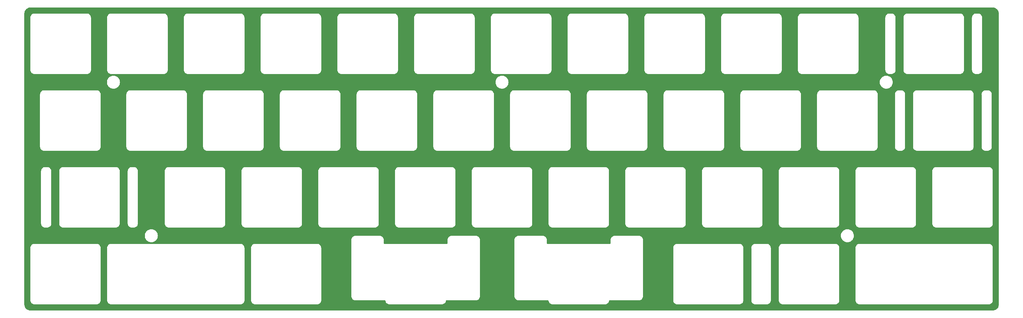
<source format=gbl>
G04 #@! TF.GenerationSoftware,KiCad,Pcbnew,(6.0.1)*
G04 #@! TF.CreationDate,2022-12-02T16:12:10+01:00*
G04 #@! TF.ProjectId,plateA,706c6174-6541-42e6-9b69-6361645f7063,rev?*
G04 #@! TF.SameCoordinates,Original*
G04 #@! TF.FileFunction,Copper,L2,Bot*
G04 #@! TF.FilePolarity,Positive*
%FSLAX46Y46*%
G04 Gerber Fmt 4.6, Leading zero omitted, Abs format (unit mm)*
G04 Created by KiCad (PCBNEW (6.0.1)) date 2022-12-02 16:12:10*
%MOMM*%
%LPD*%
G01*
G04 APERTURE LIST*
G04 APERTURE END LIST*
G04 #@! TA.AperFunction,NonConductor*
G36*
X270226306Y-54484500D02*
G01*
X270228534Y-54484847D01*
X270241109Y-54486805D01*
X270241111Y-54486805D01*
X270249980Y-54488186D01*
X270258882Y-54487022D01*
X270258884Y-54487022D01*
X270265209Y-54486195D01*
X270290532Y-54485452D01*
X270454376Y-54497170D01*
X270459593Y-54497543D01*
X270477387Y-54500101D01*
X270667790Y-54541521D01*
X270685038Y-54546586D01*
X270867608Y-54614682D01*
X270883960Y-54622149D01*
X270949270Y-54657810D01*
X271054984Y-54715534D01*
X271070098Y-54725248D01*
X271179766Y-54807344D01*
X271226092Y-54842023D01*
X271239678Y-54853796D01*
X271377454Y-54991572D01*
X271389227Y-55005158D01*
X271506002Y-55161152D01*
X271515719Y-55176271D01*
X271609101Y-55347290D01*
X271616568Y-55363642D01*
X271684664Y-55546212D01*
X271689730Y-55563462D01*
X271731149Y-55753863D01*
X271733707Y-55771658D01*
X271745291Y-55933629D01*
X271744547Y-55951533D01*
X271744445Y-55959858D01*
X271743064Y-55968730D01*
X271744228Y-55977632D01*
X271744228Y-55977635D01*
X271747186Y-56000251D01*
X271748250Y-56016589D01*
X271748250Y-128125672D01*
X271746750Y-128145057D01*
X271744735Y-128158000D01*
X271743064Y-128168730D01*
X271744228Y-128177632D01*
X271744228Y-128177634D01*
X271745055Y-128183959D01*
X271745798Y-128209287D01*
X271733707Y-128378343D01*
X271731149Y-128396137D01*
X271689730Y-128586538D01*
X271684664Y-128603788D01*
X271616568Y-128786358D01*
X271609101Y-128802710D01*
X271515719Y-128973729D01*
X271506002Y-128988848D01*
X271448266Y-129065975D01*
X271389227Y-129144842D01*
X271377454Y-129158428D01*
X271239678Y-129296204D01*
X271226091Y-129307977D01*
X271070098Y-129424752D01*
X271054984Y-129434466D01*
X270949270Y-129492190D01*
X270883960Y-129527851D01*
X270867608Y-129535318D01*
X270685038Y-129603414D01*
X270667790Y-129608479D01*
X270504272Y-129644051D01*
X270477387Y-129649899D01*
X270459592Y-129652457D01*
X270410693Y-129655954D01*
X270297619Y-129664041D01*
X270279717Y-129663297D01*
X270271392Y-129663195D01*
X270262520Y-129661814D01*
X270253618Y-129662978D01*
X270253615Y-129662978D01*
X270230999Y-129665936D01*
X270214661Y-129667000D01*
X31418078Y-129667000D01*
X31398693Y-129665500D01*
X31398411Y-129665456D01*
X31395867Y-129665060D01*
X31383891Y-129663195D01*
X31383889Y-129663195D01*
X31375020Y-129661814D01*
X31366118Y-129662978D01*
X31366116Y-129662978D01*
X31359791Y-129663805D01*
X31334468Y-129664548D01*
X31165407Y-129652457D01*
X31147613Y-129649899D01*
X31120728Y-129644051D01*
X30957210Y-129608479D01*
X30939962Y-129603414D01*
X30757392Y-129535318D01*
X30741040Y-129527851D01*
X30675730Y-129492190D01*
X30570016Y-129434466D01*
X30554902Y-129424752D01*
X30398909Y-129307977D01*
X30385322Y-129296204D01*
X30247546Y-129158428D01*
X30235773Y-129144842D01*
X30176734Y-129065975D01*
X30118998Y-128988848D01*
X30109281Y-128973729D01*
X30015899Y-128802710D01*
X30008432Y-128786358D01*
X29940336Y-128603788D01*
X29935270Y-128586538D01*
X29893851Y-128396137D01*
X29891293Y-128378342D01*
X29879709Y-128216371D01*
X29880453Y-128198467D01*
X29880555Y-128190142D01*
X29881936Y-128181270D01*
X29880297Y-128168730D01*
X29877814Y-128149749D01*
X29876750Y-128133411D01*
X29876750Y-127150001D01*
X31380526Y-127150001D01*
X31381215Y-127154808D01*
X31381215Y-127154815D01*
X31383565Y-127171220D01*
X31384359Y-127178102D01*
X31397273Y-127325707D01*
X31442922Y-127496073D01*
X31517463Y-127655925D01*
X31618628Y-127800404D01*
X31743346Y-127925122D01*
X31887825Y-128026287D01*
X31892803Y-128028608D01*
X31892806Y-128028610D01*
X32042695Y-128098505D01*
X32047677Y-128100828D01*
X32052985Y-128102250D01*
X32052987Y-128102251D01*
X32212728Y-128145053D01*
X32212729Y-128145053D01*
X32218043Y-128146477D01*
X32223529Y-128146957D01*
X32223535Y-128146958D01*
X32347518Y-128157806D01*
X32357441Y-128159072D01*
X32376417Y-128162265D01*
X32376422Y-128162265D01*
X32381210Y-128163071D01*
X32387509Y-128163148D01*
X32388890Y-128163165D01*
X32388894Y-128163165D01*
X32393749Y-128163224D01*
X32421337Y-128159273D01*
X32439200Y-128158000D01*
X47721794Y-128158000D01*
X47742698Y-128159746D01*
X47762462Y-128163071D01*
X47768820Y-128163149D01*
X47770143Y-128163165D01*
X47770147Y-128163165D01*
X47775001Y-128163224D01*
X47779808Y-128162535D01*
X47779815Y-128162535D01*
X47796220Y-128160185D01*
X47803102Y-128159391D01*
X47836995Y-128156426D01*
X47950707Y-128146477D01*
X47956021Y-128145053D01*
X47956022Y-128145053D01*
X48115763Y-128102251D01*
X48115765Y-128102250D01*
X48121073Y-128100828D01*
X48126055Y-128098505D01*
X48275944Y-128028610D01*
X48275947Y-128028608D01*
X48280925Y-128026287D01*
X48425404Y-127925122D01*
X48550122Y-127800404D01*
X48651287Y-127655925D01*
X48725828Y-127496073D01*
X48771477Y-127325707D01*
X48771958Y-127320215D01*
X48782806Y-127196232D01*
X48784072Y-127186309D01*
X48787265Y-127167333D01*
X48787265Y-127167328D01*
X48788071Y-127162540D01*
X48788224Y-127150001D01*
X50430526Y-127150001D01*
X50431215Y-127154808D01*
X50431215Y-127154815D01*
X50433565Y-127171220D01*
X50434359Y-127178102D01*
X50447273Y-127325707D01*
X50492922Y-127496073D01*
X50567463Y-127655925D01*
X50668628Y-127800404D01*
X50793346Y-127925122D01*
X50937825Y-128026287D01*
X50942803Y-128028608D01*
X50942806Y-128028610D01*
X51092695Y-128098505D01*
X51097677Y-128100828D01*
X51102985Y-128102250D01*
X51102987Y-128102251D01*
X51262728Y-128145053D01*
X51262729Y-128145053D01*
X51268043Y-128146477D01*
X51273529Y-128146957D01*
X51273535Y-128146958D01*
X51397518Y-128157806D01*
X51407441Y-128159072D01*
X51426417Y-128162265D01*
X51426422Y-128162265D01*
X51431210Y-128163071D01*
X51437509Y-128163148D01*
X51438890Y-128163165D01*
X51438894Y-128163165D01*
X51443749Y-128163224D01*
X51471337Y-128159273D01*
X51489200Y-128158000D01*
X83440544Y-128158000D01*
X83461448Y-128159746D01*
X83481212Y-128163071D01*
X83487570Y-128163149D01*
X83488893Y-128163165D01*
X83488897Y-128163165D01*
X83493751Y-128163224D01*
X83498558Y-128162535D01*
X83498565Y-128162535D01*
X83514970Y-128160185D01*
X83521852Y-128159391D01*
X83555745Y-128156426D01*
X83669457Y-128146477D01*
X83674771Y-128145053D01*
X83674772Y-128145053D01*
X83834513Y-128102251D01*
X83834515Y-128102250D01*
X83839823Y-128100828D01*
X83844805Y-128098505D01*
X83994694Y-128028610D01*
X83994697Y-128028608D01*
X83999675Y-128026287D01*
X84144154Y-127925122D01*
X84268872Y-127800404D01*
X84370037Y-127655925D01*
X84444578Y-127496073D01*
X84490227Y-127325707D01*
X84490708Y-127320215D01*
X84501556Y-127196232D01*
X84502822Y-127186309D01*
X84506015Y-127167333D01*
X84506015Y-127167328D01*
X84506821Y-127162540D01*
X84506974Y-127150001D01*
X86149276Y-127150001D01*
X86149965Y-127154808D01*
X86149965Y-127154815D01*
X86152315Y-127171220D01*
X86153109Y-127178102D01*
X86166023Y-127325707D01*
X86211672Y-127496073D01*
X86286213Y-127655925D01*
X86387378Y-127800404D01*
X86512096Y-127925122D01*
X86656575Y-128026287D01*
X86661553Y-128028608D01*
X86661556Y-128028610D01*
X86811445Y-128098505D01*
X86816427Y-128100828D01*
X86821735Y-128102250D01*
X86821737Y-128102251D01*
X86981478Y-128145053D01*
X86981479Y-128145053D01*
X86986793Y-128146477D01*
X86992279Y-128146957D01*
X86992285Y-128146958D01*
X87116268Y-128157806D01*
X87126191Y-128159072D01*
X87145167Y-128162265D01*
X87145172Y-128162265D01*
X87149960Y-128163071D01*
X87156259Y-128163148D01*
X87157640Y-128163165D01*
X87157644Y-128163165D01*
X87162499Y-128163224D01*
X87190087Y-128159273D01*
X87207950Y-128158000D01*
X102490544Y-128158000D01*
X102511448Y-128159746D01*
X102531212Y-128163071D01*
X102537570Y-128163149D01*
X102538893Y-128163165D01*
X102538897Y-128163165D01*
X102543751Y-128163224D01*
X102548558Y-128162535D01*
X102548565Y-128162535D01*
X102564970Y-128160185D01*
X102571852Y-128159391D01*
X102605745Y-128156426D01*
X102719457Y-128146477D01*
X102724771Y-128145053D01*
X102724772Y-128145053D01*
X102884513Y-128102251D01*
X102884515Y-128102250D01*
X102889823Y-128100828D01*
X102894805Y-128098505D01*
X103044694Y-128028610D01*
X103044697Y-128028608D01*
X103049675Y-128026287D01*
X103194154Y-127925122D01*
X103318872Y-127800404D01*
X103420037Y-127655925D01*
X103494578Y-127496073D01*
X103540227Y-127325707D01*
X103540708Y-127320215D01*
X103551556Y-127196232D01*
X103552822Y-127186309D01*
X103556015Y-127167333D01*
X103556015Y-127167328D01*
X103556821Y-127162540D01*
X103556974Y-127150001D01*
X103553023Y-127122413D01*
X103551750Y-127104550D01*
X103551750Y-126150001D01*
X111048776Y-126150001D01*
X111049465Y-126154808D01*
X111049465Y-126154815D01*
X111051815Y-126171220D01*
X111052609Y-126178102D01*
X111055574Y-126211995D01*
X111065523Y-126325707D01*
X111111172Y-126496073D01*
X111185713Y-126655925D01*
X111286878Y-126800404D01*
X111411596Y-126925122D01*
X111556075Y-127026287D01*
X111561053Y-127028608D01*
X111561056Y-127028610D01*
X111707276Y-127096794D01*
X111715927Y-127100828D01*
X111721235Y-127102250D01*
X111721237Y-127102251D01*
X111880978Y-127145053D01*
X111880979Y-127145053D01*
X111886293Y-127146477D01*
X111891779Y-127146957D01*
X111891785Y-127146958D01*
X112015768Y-127157806D01*
X112025691Y-127159072D01*
X112044667Y-127162265D01*
X112044672Y-127162265D01*
X112049460Y-127163071D01*
X112055759Y-127163148D01*
X112057140Y-127163165D01*
X112057144Y-127163165D01*
X112061999Y-127163224D01*
X112089587Y-127159273D01*
X112107450Y-127158000D01*
X119373392Y-127158000D01*
X119441513Y-127178002D01*
X119488006Y-127231658D01*
X119498912Y-127273018D01*
X119503042Y-127320215D01*
X119503043Y-127320221D01*
X119503523Y-127325707D01*
X119549172Y-127496073D01*
X119623713Y-127655925D01*
X119724878Y-127800404D01*
X119849596Y-127925122D01*
X119994075Y-128026287D01*
X119999053Y-128028608D01*
X119999056Y-128028610D01*
X120148945Y-128098505D01*
X120153927Y-128100828D01*
X120159235Y-128102250D01*
X120159237Y-128102251D01*
X120318978Y-128145053D01*
X120318979Y-128145053D01*
X120324293Y-128146477D01*
X120329779Y-128146957D01*
X120329785Y-128146958D01*
X120453768Y-128157806D01*
X120463691Y-128159072D01*
X120482667Y-128162265D01*
X120482672Y-128162265D01*
X120487460Y-128163071D01*
X120493759Y-128163148D01*
X120495140Y-128163165D01*
X120495144Y-128163165D01*
X120499999Y-128163224D01*
X120527587Y-128159273D01*
X120545450Y-128158000D01*
X133446794Y-128158000D01*
X133467698Y-128159746D01*
X133487462Y-128163071D01*
X133493820Y-128163149D01*
X133495143Y-128163165D01*
X133495147Y-128163165D01*
X133500001Y-128163224D01*
X133504808Y-128162535D01*
X133504815Y-128162535D01*
X133521220Y-128160185D01*
X133528102Y-128159391D01*
X133561995Y-128156426D01*
X133675707Y-128146477D01*
X133681021Y-128145053D01*
X133681022Y-128145053D01*
X133840763Y-128102251D01*
X133840765Y-128102250D01*
X133846073Y-128100828D01*
X133851055Y-128098505D01*
X134000944Y-128028610D01*
X134000947Y-128028608D01*
X134005925Y-128026287D01*
X134150404Y-127925122D01*
X134275122Y-127800404D01*
X134376287Y-127655925D01*
X134450828Y-127496073D01*
X134496477Y-127325707D01*
X134496958Y-127320215D01*
X134501088Y-127273018D01*
X134526951Y-127206900D01*
X134584455Y-127165260D01*
X134626608Y-127158000D01*
X141884794Y-127158000D01*
X141905698Y-127159746D01*
X141925462Y-127163071D01*
X141931820Y-127163149D01*
X141933143Y-127163165D01*
X141933147Y-127163165D01*
X141938001Y-127163224D01*
X141942808Y-127162535D01*
X141942815Y-127162535D01*
X141959220Y-127160185D01*
X141966102Y-127159391D01*
X141999995Y-127156426D01*
X142113707Y-127146477D01*
X142119021Y-127145053D01*
X142119022Y-127145053D01*
X142278763Y-127102251D01*
X142278765Y-127102250D01*
X142284073Y-127100828D01*
X142292724Y-127096794D01*
X142438944Y-127028610D01*
X142438947Y-127028608D01*
X142443925Y-127026287D01*
X142588404Y-126925122D01*
X142713122Y-126800404D01*
X142814287Y-126655925D01*
X142888828Y-126496073D01*
X142934477Y-126325707D01*
X142934958Y-126320215D01*
X142945806Y-126196232D01*
X142947072Y-126186309D01*
X142950265Y-126167333D01*
X142950265Y-126167328D01*
X142951071Y-126162540D01*
X142951224Y-126150001D01*
X151530026Y-126150001D01*
X151530715Y-126154808D01*
X151530715Y-126154815D01*
X151533065Y-126171220D01*
X151533859Y-126178102D01*
X151536824Y-126211995D01*
X151546773Y-126325707D01*
X151592422Y-126496073D01*
X151666963Y-126655925D01*
X151768128Y-126800404D01*
X151892846Y-126925122D01*
X152037325Y-127026287D01*
X152042303Y-127028608D01*
X152042306Y-127028610D01*
X152188526Y-127096794D01*
X152197177Y-127100828D01*
X152202485Y-127102250D01*
X152202487Y-127102251D01*
X152362228Y-127145053D01*
X152362229Y-127145053D01*
X152367543Y-127146477D01*
X152373029Y-127146957D01*
X152373035Y-127146958D01*
X152497018Y-127157806D01*
X152506941Y-127159072D01*
X152525917Y-127162265D01*
X152525922Y-127162265D01*
X152530710Y-127163071D01*
X152537009Y-127163148D01*
X152538390Y-127163165D01*
X152538394Y-127163165D01*
X152543249Y-127163224D01*
X152570837Y-127159273D01*
X152588700Y-127158000D01*
X159854642Y-127158000D01*
X159922763Y-127178002D01*
X159969256Y-127231658D01*
X159980162Y-127273018D01*
X159984292Y-127320215D01*
X159984293Y-127320221D01*
X159984773Y-127325707D01*
X160030422Y-127496073D01*
X160104963Y-127655925D01*
X160206128Y-127800404D01*
X160330846Y-127925122D01*
X160475325Y-128026287D01*
X160480303Y-128028608D01*
X160480306Y-128028610D01*
X160630195Y-128098505D01*
X160635177Y-128100828D01*
X160640485Y-128102250D01*
X160640487Y-128102251D01*
X160800228Y-128145053D01*
X160800229Y-128145053D01*
X160805543Y-128146477D01*
X160811029Y-128146957D01*
X160811035Y-128146958D01*
X160935018Y-128157806D01*
X160944941Y-128159072D01*
X160963917Y-128162265D01*
X160963922Y-128162265D01*
X160968710Y-128163071D01*
X160975009Y-128163148D01*
X160976390Y-128163165D01*
X160976394Y-128163165D01*
X160981249Y-128163224D01*
X161008837Y-128159273D01*
X161026700Y-128158000D01*
X173928044Y-128158000D01*
X173948948Y-128159746D01*
X173968712Y-128163071D01*
X173975070Y-128163149D01*
X173976393Y-128163165D01*
X173976397Y-128163165D01*
X173981251Y-128163224D01*
X173986058Y-128162535D01*
X173986065Y-128162535D01*
X174002470Y-128160185D01*
X174009352Y-128159391D01*
X174043245Y-128156426D01*
X174156957Y-128146477D01*
X174162271Y-128145053D01*
X174162272Y-128145053D01*
X174322013Y-128102251D01*
X174322015Y-128102250D01*
X174327323Y-128100828D01*
X174332305Y-128098505D01*
X174482194Y-128028610D01*
X174482197Y-128028608D01*
X174487175Y-128026287D01*
X174631654Y-127925122D01*
X174756372Y-127800404D01*
X174857537Y-127655925D01*
X174932078Y-127496073D01*
X174977727Y-127325707D01*
X174978208Y-127320215D01*
X174982338Y-127273018D01*
X175008201Y-127206900D01*
X175065705Y-127165260D01*
X175107858Y-127158000D01*
X182366044Y-127158000D01*
X182386948Y-127159746D01*
X182406712Y-127163071D01*
X182413070Y-127163149D01*
X182414393Y-127163165D01*
X182414397Y-127163165D01*
X182419251Y-127163224D01*
X182424058Y-127162535D01*
X182424065Y-127162535D01*
X182440470Y-127160185D01*
X182447352Y-127159391D01*
X182481245Y-127156426D01*
X182554679Y-127150001D01*
X190924276Y-127150001D01*
X190924965Y-127154808D01*
X190924965Y-127154815D01*
X190927315Y-127171220D01*
X190928109Y-127178102D01*
X190941023Y-127325707D01*
X190986672Y-127496073D01*
X191061213Y-127655925D01*
X191162378Y-127800404D01*
X191287096Y-127925122D01*
X191431575Y-128026287D01*
X191436553Y-128028608D01*
X191436556Y-128028610D01*
X191586445Y-128098505D01*
X191591427Y-128100828D01*
X191596735Y-128102250D01*
X191596737Y-128102251D01*
X191756478Y-128145053D01*
X191756479Y-128145053D01*
X191761793Y-128146477D01*
X191767279Y-128146957D01*
X191767285Y-128146958D01*
X191891268Y-128157806D01*
X191901191Y-128159072D01*
X191920167Y-128162265D01*
X191920172Y-128162265D01*
X191924960Y-128163071D01*
X191931259Y-128163148D01*
X191932640Y-128163165D01*
X191932644Y-128163165D01*
X191937499Y-128163224D01*
X191965087Y-128159273D01*
X191982950Y-128158000D01*
X207265544Y-128158000D01*
X207286448Y-128159746D01*
X207306212Y-128163071D01*
X207312570Y-128163149D01*
X207313893Y-128163165D01*
X207313897Y-128163165D01*
X207318751Y-128163224D01*
X207323558Y-128162535D01*
X207323565Y-128162535D01*
X207339970Y-128160185D01*
X207346852Y-128159391D01*
X207380745Y-128156426D01*
X207494457Y-128146477D01*
X207499771Y-128145053D01*
X207499772Y-128145053D01*
X207659513Y-128102251D01*
X207659515Y-128102250D01*
X207664823Y-128100828D01*
X207669805Y-128098505D01*
X207819694Y-128028610D01*
X207819697Y-128028608D01*
X207824675Y-128026287D01*
X207969154Y-127925122D01*
X208093872Y-127800404D01*
X208195037Y-127655925D01*
X208269578Y-127496073D01*
X208315227Y-127325707D01*
X208315708Y-127320215D01*
X208326556Y-127196232D01*
X208327822Y-127186309D01*
X208331015Y-127167333D01*
X208331015Y-127167328D01*
X208331821Y-127162540D01*
X208331974Y-127150001D01*
X210305526Y-127150001D01*
X210306215Y-127154808D01*
X210306215Y-127154815D01*
X210308565Y-127171220D01*
X210309359Y-127178102D01*
X210322273Y-127325707D01*
X210367922Y-127496073D01*
X210442463Y-127655925D01*
X210543628Y-127800404D01*
X210668346Y-127925122D01*
X210812825Y-128026287D01*
X210817803Y-128028608D01*
X210817806Y-128028610D01*
X210967695Y-128098505D01*
X210972677Y-128100828D01*
X210977985Y-128102250D01*
X210977987Y-128102251D01*
X211137728Y-128145053D01*
X211137729Y-128145053D01*
X211143043Y-128146477D01*
X211148529Y-128146957D01*
X211148535Y-128146958D01*
X211272518Y-128157806D01*
X211282441Y-128159072D01*
X211301417Y-128162265D01*
X211301422Y-128162265D01*
X211306210Y-128163071D01*
X211312509Y-128163148D01*
X211313890Y-128163165D01*
X211313894Y-128163165D01*
X211318749Y-128163224D01*
X211346337Y-128159273D01*
X211364200Y-128158000D01*
X214078044Y-128158000D01*
X214098948Y-128159746D01*
X214118712Y-128163071D01*
X214125070Y-128163149D01*
X214126393Y-128163165D01*
X214126397Y-128163165D01*
X214131251Y-128163224D01*
X214136058Y-128162535D01*
X214136065Y-128162535D01*
X214152470Y-128160185D01*
X214159352Y-128159391D01*
X214193245Y-128156426D01*
X214306957Y-128146477D01*
X214312271Y-128145053D01*
X214312272Y-128145053D01*
X214472013Y-128102251D01*
X214472015Y-128102250D01*
X214477323Y-128100828D01*
X214482305Y-128098505D01*
X214632194Y-128028610D01*
X214632197Y-128028608D01*
X214637175Y-128026287D01*
X214781654Y-127925122D01*
X214906372Y-127800404D01*
X215007537Y-127655925D01*
X215082078Y-127496073D01*
X215127727Y-127325707D01*
X215128208Y-127320215D01*
X215139056Y-127196232D01*
X215140322Y-127186309D01*
X215143515Y-127167333D01*
X215143515Y-127167328D01*
X215144321Y-127162540D01*
X215144474Y-127150001D01*
X217118026Y-127150001D01*
X217118715Y-127154808D01*
X217118715Y-127154815D01*
X217121065Y-127171220D01*
X217121859Y-127178102D01*
X217134773Y-127325707D01*
X217180422Y-127496073D01*
X217254963Y-127655925D01*
X217356128Y-127800404D01*
X217480846Y-127925122D01*
X217625325Y-128026287D01*
X217630303Y-128028608D01*
X217630306Y-128028610D01*
X217780195Y-128098505D01*
X217785177Y-128100828D01*
X217790485Y-128102250D01*
X217790487Y-128102251D01*
X217950228Y-128145053D01*
X217950229Y-128145053D01*
X217955543Y-128146477D01*
X217961029Y-128146957D01*
X217961035Y-128146958D01*
X218085018Y-128157806D01*
X218094941Y-128159072D01*
X218113917Y-128162265D01*
X218113922Y-128162265D01*
X218118710Y-128163071D01*
X218125009Y-128163148D01*
X218126390Y-128163165D01*
X218126394Y-128163165D01*
X218131249Y-128163224D01*
X218158837Y-128159273D01*
X218176700Y-128158000D01*
X231078044Y-128158000D01*
X231098948Y-128159746D01*
X231118712Y-128163071D01*
X231125070Y-128163149D01*
X231126393Y-128163165D01*
X231126397Y-128163165D01*
X231131251Y-128163224D01*
X231136058Y-128162535D01*
X231136065Y-128162535D01*
X231152470Y-128160185D01*
X231159352Y-128159391D01*
X231193245Y-128156426D01*
X231306957Y-128146477D01*
X231312271Y-128145053D01*
X231312272Y-128145053D01*
X231472013Y-128102251D01*
X231472015Y-128102250D01*
X231477323Y-128100828D01*
X231482305Y-128098505D01*
X231632194Y-128028610D01*
X231632197Y-128028608D01*
X231637175Y-128026287D01*
X231781654Y-127925122D01*
X231906372Y-127800404D01*
X232007537Y-127655925D01*
X232082078Y-127496073D01*
X232127727Y-127325707D01*
X232128208Y-127320215D01*
X232139056Y-127196232D01*
X232140322Y-127186309D01*
X232143515Y-127167333D01*
X232143515Y-127167328D01*
X232144321Y-127162540D01*
X232144474Y-127150001D01*
X236168026Y-127150001D01*
X236168715Y-127154808D01*
X236168715Y-127154815D01*
X236171065Y-127171220D01*
X236171859Y-127178102D01*
X236184773Y-127325707D01*
X236230422Y-127496073D01*
X236304963Y-127655925D01*
X236406128Y-127800404D01*
X236530846Y-127925122D01*
X236675325Y-128026287D01*
X236680303Y-128028608D01*
X236680306Y-128028610D01*
X236830195Y-128098505D01*
X236835177Y-128100828D01*
X236840485Y-128102250D01*
X236840487Y-128102251D01*
X237000228Y-128145053D01*
X237000229Y-128145053D01*
X237005543Y-128146477D01*
X237011029Y-128146957D01*
X237011035Y-128146958D01*
X237135018Y-128157806D01*
X237144941Y-128159072D01*
X237163917Y-128162265D01*
X237163922Y-128162265D01*
X237168710Y-128163071D01*
X237175009Y-128163148D01*
X237176390Y-128163165D01*
X237176394Y-128163165D01*
X237181249Y-128163224D01*
X237208837Y-128159273D01*
X237226700Y-128158000D01*
X269178044Y-128158000D01*
X269198948Y-128159746D01*
X269218712Y-128163071D01*
X269225070Y-128163149D01*
X269226393Y-128163165D01*
X269226397Y-128163165D01*
X269231251Y-128163224D01*
X269236058Y-128162535D01*
X269236065Y-128162535D01*
X269252470Y-128160185D01*
X269259352Y-128159391D01*
X269293245Y-128156426D01*
X269406957Y-128146477D01*
X269412271Y-128145053D01*
X269412272Y-128145053D01*
X269572013Y-128102251D01*
X269572015Y-128102250D01*
X269577323Y-128100828D01*
X269582305Y-128098505D01*
X269732194Y-128028610D01*
X269732197Y-128028608D01*
X269737175Y-128026287D01*
X269881654Y-127925122D01*
X270006372Y-127800404D01*
X270107537Y-127655925D01*
X270182078Y-127496073D01*
X270227727Y-127325707D01*
X270228208Y-127320215D01*
X270239056Y-127196232D01*
X270240322Y-127186309D01*
X270243515Y-127167333D01*
X270243515Y-127167328D01*
X270244321Y-127162540D01*
X270244474Y-127150001D01*
X270240523Y-127122413D01*
X270239250Y-127104550D01*
X270239250Y-114203206D01*
X270240996Y-114182302D01*
X270243514Y-114167334D01*
X270244321Y-114162538D01*
X270244474Y-114149999D01*
X270243785Y-114145192D01*
X270243785Y-114145185D01*
X270241435Y-114128780D01*
X270240641Y-114121898D01*
X270228206Y-113979773D01*
X270227727Y-113974293D01*
X270182078Y-113803927D01*
X270107537Y-113644075D01*
X270006372Y-113499596D01*
X269881654Y-113374878D01*
X269737175Y-113273713D01*
X269732197Y-113271392D01*
X269732194Y-113271390D01*
X269582305Y-113201495D01*
X269582303Y-113201494D01*
X269577323Y-113199172D01*
X269572015Y-113197750D01*
X269572013Y-113197749D01*
X269412272Y-113154947D01*
X269412271Y-113154947D01*
X269406957Y-113153523D01*
X269401471Y-113153043D01*
X269401465Y-113153042D01*
X269277482Y-113142194D01*
X269267559Y-113140928D01*
X269248583Y-113137735D01*
X269248578Y-113137735D01*
X269243790Y-113136929D01*
X269237491Y-113136852D01*
X269236110Y-113136835D01*
X269236106Y-113136835D01*
X269231251Y-113136776D01*
X269206966Y-113140254D01*
X269203663Y-113140727D01*
X269185800Y-113142000D01*
X237234456Y-113142000D01*
X237213552Y-113140254D01*
X237207685Y-113139267D01*
X237193788Y-113136929D01*
X237187430Y-113136851D01*
X237186107Y-113136835D01*
X237186103Y-113136835D01*
X237181249Y-113136776D01*
X237176442Y-113137465D01*
X237176435Y-113137465D01*
X237160030Y-113139815D01*
X237153148Y-113140609D01*
X237119255Y-113143574D01*
X237005543Y-113153523D01*
X237000229Y-113154947D01*
X237000228Y-113154947D01*
X236840487Y-113197749D01*
X236840485Y-113197750D01*
X236835177Y-113199172D01*
X236830197Y-113201494D01*
X236830195Y-113201495D01*
X236680306Y-113271390D01*
X236680303Y-113271392D01*
X236675325Y-113273713D01*
X236530846Y-113374878D01*
X236406128Y-113499596D01*
X236304963Y-113644075D01*
X236230422Y-113803927D01*
X236184773Y-113974293D01*
X236184294Y-113979773D01*
X236184292Y-113979785D01*
X236173444Y-114103768D01*
X236172178Y-114113691D01*
X236168179Y-114137460D01*
X236168026Y-114149999D01*
X236169815Y-114162491D01*
X236171977Y-114177587D01*
X236173250Y-114195450D01*
X236173250Y-127096794D01*
X236171504Y-127117698D01*
X236168179Y-127137462D01*
X236168026Y-127150001D01*
X232144474Y-127150001D01*
X232140523Y-127122413D01*
X232139250Y-127104550D01*
X232139250Y-114203206D01*
X232140996Y-114182302D01*
X232143514Y-114167334D01*
X232144321Y-114162538D01*
X232144474Y-114149999D01*
X232143785Y-114145192D01*
X232143785Y-114145185D01*
X232141435Y-114128780D01*
X232140641Y-114121898D01*
X232128206Y-113979773D01*
X232127727Y-113974293D01*
X232082078Y-113803927D01*
X232007537Y-113644075D01*
X231906372Y-113499596D01*
X231781654Y-113374878D01*
X231637175Y-113273713D01*
X231632197Y-113271392D01*
X231632194Y-113271390D01*
X231482305Y-113201495D01*
X231482303Y-113201494D01*
X231477323Y-113199172D01*
X231472015Y-113197750D01*
X231472013Y-113197749D01*
X231312272Y-113154947D01*
X231312271Y-113154947D01*
X231306957Y-113153523D01*
X231301471Y-113153043D01*
X231301465Y-113153042D01*
X231177482Y-113142194D01*
X231167559Y-113140928D01*
X231148583Y-113137735D01*
X231148578Y-113137735D01*
X231143790Y-113136929D01*
X231137491Y-113136852D01*
X231136110Y-113136835D01*
X231136106Y-113136835D01*
X231131251Y-113136776D01*
X231106966Y-113140254D01*
X231103663Y-113140727D01*
X231085800Y-113142000D01*
X218184456Y-113142000D01*
X218163552Y-113140254D01*
X218157685Y-113139267D01*
X218143788Y-113136929D01*
X218137430Y-113136851D01*
X218136107Y-113136835D01*
X218136103Y-113136835D01*
X218131249Y-113136776D01*
X218126442Y-113137465D01*
X218126435Y-113137465D01*
X218110030Y-113139815D01*
X218103148Y-113140609D01*
X218069255Y-113143574D01*
X217955543Y-113153523D01*
X217950229Y-113154947D01*
X217950228Y-113154947D01*
X217790487Y-113197749D01*
X217790485Y-113197750D01*
X217785177Y-113199172D01*
X217780197Y-113201494D01*
X217780195Y-113201495D01*
X217630306Y-113271390D01*
X217630303Y-113271392D01*
X217625325Y-113273713D01*
X217480846Y-113374878D01*
X217356128Y-113499596D01*
X217254963Y-113644075D01*
X217180422Y-113803927D01*
X217134773Y-113974293D01*
X217134294Y-113979773D01*
X217134292Y-113979785D01*
X217123444Y-114103768D01*
X217122178Y-114113691D01*
X217118179Y-114137460D01*
X217118026Y-114149999D01*
X217119815Y-114162491D01*
X217121977Y-114177587D01*
X217123250Y-114195450D01*
X217123250Y-127096794D01*
X217121504Y-127117698D01*
X217118179Y-127137462D01*
X217118026Y-127150001D01*
X215144474Y-127150001D01*
X215140523Y-127122413D01*
X215139250Y-127104550D01*
X215139250Y-114203206D01*
X215140996Y-114182302D01*
X215143514Y-114167334D01*
X215144321Y-114162538D01*
X215144474Y-114149999D01*
X215143785Y-114145192D01*
X215143785Y-114145185D01*
X215141435Y-114128780D01*
X215140641Y-114121898D01*
X215128206Y-113979773D01*
X215127727Y-113974293D01*
X215082078Y-113803927D01*
X215007537Y-113644075D01*
X214906372Y-113499596D01*
X214781654Y-113374878D01*
X214637175Y-113273713D01*
X214632197Y-113271392D01*
X214632194Y-113271390D01*
X214482305Y-113201495D01*
X214482303Y-113201494D01*
X214477323Y-113199172D01*
X214472015Y-113197750D01*
X214472013Y-113197749D01*
X214312272Y-113154947D01*
X214312271Y-113154947D01*
X214306957Y-113153523D01*
X214301471Y-113153043D01*
X214301465Y-113153042D01*
X214177482Y-113142194D01*
X214167559Y-113140928D01*
X214148583Y-113137735D01*
X214148578Y-113137735D01*
X214143790Y-113136929D01*
X214137491Y-113136852D01*
X214136110Y-113136835D01*
X214136106Y-113136835D01*
X214131251Y-113136776D01*
X214106966Y-113140254D01*
X214103663Y-113140727D01*
X214085800Y-113142000D01*
X211371956Y-113142000D01*
X211351052Y-113140254D01*
X211345185Y-113139267D01*
X211331288Y-113136929D01*
X211324930Y-113136851D01*
X211323607Y-113136835D01*
X211323603Y-113136835D01*
X211318749Y-113136776D01*
X211313942Y-113137465D01*
X211313935Y-113137465D01*
X211297530Y-113139815D01*
X211290648Y-113140609D01*
X211256755Y-113143574D01*
X211143043Y-113153523D01*
X211137729Y-113154947D01*
X211137728Y-113154947D01*
X210977987Y-113197749D01*
X210977985Y-113197750D01*
X210972677Y-113199172D01*
X210967697Y-113201494D01*
X210967695Y-113201495D01*
X210817806Y-113271390D01*
X210817803Y-113271392D01*
X210812825Y-113273713D01*
X210668346Y-113374878D01*
X210543628Y-113499596D01*
X210442463Y-113644075D01*
X210367922Y-113803927D01*
X210322273Y-113974293D01*
X210321794Y-113979773D01*
X210321792Y-113979785D01*
X210310944Y-114103768D01*
X210309678Y-114113691D01*
X210305679Y-114137460D01*
X210305526Y-114149999D01*
X210307315Y-114162491D01*
X210309477Y-114177587D01*
X210310750Y-114195450D01*
X210310750Y-127096794D01*
X210309004Y-127117698D01*
X210305679Y-127137462D01*
X210305526Y-127150001D01*
X208331974Y-127150001D01*
X208328023Y-127122413D01*
X208326750Y-127104550D01*
X208326750Y-114203206D01*
X208328496Y-114182302D01*
X208331014Y-114167334D01*
X208331821Y-114162538D01*
X208331974Y-114149999D01*
X208331285Y-114145192D01*
X208331285Y-114145185D01*
X208328935Y-114128780D01*
X208328141Y-114121898D01*
X208315706Y-113979773D01*
X208315227Y-113974293D01*
X208269578Y-113803927D01*
X208195037Y-113644075D01*
X208093872Y-113499596D01*
X207969154Y-113374878D01*
X207824675Y-113273713D01*
X207819697Y-113271392D01*
X207819694Y-113271390D01*
X207669805Y-113201495D01*
X207669803Y-113201494D01*
X207664823Y-113199172D01*
X207659515Y-113197750D01*
X207659513Y-113197749D01*
X207499772Y-113154947D01*
X207499771Y-113154947D01*
X207494457Y-113153523D01*
X207488971Y-113153043D01*
X207488965Y-113153042D01*
X207364982Y-113142194D01*
X207355059Y-113140928D01*
X207336083Y-113137735D01*
X207336078Y-113137735D01*
X207331290Y-113136929D01*
X207324991Y-113136852D01*
X207323610Y-113136835D01*
X207323606Y-113136835D01*
X207318751Y-113136776D01*
X207294466Y-113140254D01*
X207291163Y-113140727D01*
X207273300Y-113142000D01*
X191990706Y-113142000D01*
X191969802Y-113140254D01*
X191963935Y-113139267D01*
X191950038Y-113136929D01*
X191943680Y-113136851D01*
X191942357Y-113136835D01*
X191942353Y-113136835D01*
X191937499Y-113136776D01*
X191932692Y-113137465D01*
X191932685Y-113137465D01*
X191916280Y-113139815D01*
X191909398Y-113140609D01*
X191875505Y-113143574D01*
X191761793Y-113153523D01*
X191756479Y-113154947D01*
X191756478Y-113154947D01*
X191596737Y-113197749D01*
X191596735Y-113197750D01*
X191591427Y-113199172D01*
X191586447Y-113201494D01*
X191586445Y-113201495D01*
X191436556Y-113271390D01*
X191436553Y-113271392D01*
X191431575Y-113273713D01*
X191287096Y-113374878D01*
X191162378Y-113499596D01*
X191061213Y-113644075D01*
X190986672Y-113803927D01*
X190941023Y-113974293D01*
X190940544Y-113979773D01*
X190940542Y-113979785D01*
X190929694Y-114103768D01*
X190928428Y-114113691D01*
X190924429Y-114137460D01*
X190924276Y-114149999D01*
X190926065Y-114162491D01*
X190928227Y-114177587D01*
X190929500Y-114195450D01*
X190929500Y-127096794D01*
X190927754Y-127117698D01*
X190924429Y-127137462D01*
X190924276Y-127150001D01*
X182554679Y-127150001D01*
X182594957Y-127146477D01*
X182600271Y-127145053D01*
X182600272Y-127145053D01*
X182760013Y-127102251D01*
X182760015Y-127102250D01*
X182765323Y-127100828D01*
X182773974Y-127096794D01*
X182920194Y-127028610D01*
X182920197Y-127028608D01*
X182925175Y-127026287D01*
X183069654Y-126925122D01*
X183194372Y-126800404D01*
X183295537Y-126655925D01*
X183370078Y-126496073D01*
X183415727Y-126325707D01*
X183416208Y-126320215D01*
X183427056Y-126196232D01*
X183428322Y-126186309D01*
X183431515Y-126167333D01*
X183431515Y-126167328D01*
X183432321Y-126162540D01*
X183432474Y-126150001D01*
X183428523Y-126122413D01*
X183427250Y-126104550D01*
X183427250Y-112203206D01*
X183428996Y-112182302D01*
X183431514Y-112167334D01*
X183432321Y-112162538D01*
X183432474Y-112149999D01*
X183431785Y-112145192D01*
X183431785Y-112145185D01*
X183429435Y-112128780D01*
X183428641Y-112121898D01*
X183416206Y-111979773D01*
X183415727Y-111974293D01*
X183370078Y-111803927D01*
X183295537Y-111644075D01*
X183194372Y-111499596D01*
X183069654Y-111374878D01*
X182925175Y-111273713D01*
X182920197Y-111271392D01*
X182920194Y-111271390D01*
X182770305Y-111201495D01*
X182770303Y-111201494D01*
X182765323Y-111199172D01*
X182760015Y-111197750D01*
X182760013Y-111197749D01*
X182600272Y-111154947D01*
X182600271Y-111154947D01*
X182594957Y-111153523D01*
X182589471Y-111153043D01*
X182589465Y-111153042D01*
X182465482Y-111142194D01*
X182455559Y-111140928D01*
X182436583Y-111137735D01*
X182436578Y-111137735D01*
X182431790Y-111136929D01*
X182425491Y-111136852D01*
X182424110Y-111136835D01*
X182424106Y-111136835D01*
X182419251Y-111136776D01*
X182394966Y-111140254D01*
X182391663Y-111140727D01*
X182373800Y-111142000D01*
X176472456Y-111142000D01*
X176451552Y-111140254D01*
X176448386Y-111139721D01*
X176431788Y-111136929D01*
X176425430Y-111136851D01*
X176424107Y-111136835D01*
X176424103Y-111136835D01*
X176419249Y-111136776D01*
X176414442Y-111137465D01*
X176414435Y-111137465D01*
X176398030Y-111139815D01*
X176391148Y-111140609D01*
X176357255Y-111143574D01*
X176243543Y-111153523D01*
X176238229Y-111154947D01*
X176238228Y-111154947D01*
X176078487Y-111197749D01*
X176078485Y-111197750D01*
X176073177Y-111199172D01*
X176068197Y-111201494D01*
X176068195Y-111201495D01*
X175918306Y-111271390D01*
X175918303Y-111271392D01*
X175913325Y-111273713D01*
X175768846Y-111374878D01*
X175644128Y-111499596D01*
X175542963Y-111644075D01*
X175468422Y-111803927D01*
X175422773Y-111974293D01*
X175422294Y-111979773D01*
X175422292Y-111979785D01*
X175411444Y-112103768D01*
X175410178Y-112113691D01*
X175406179Y-112137460D01*
X175406026Y-112149999D01*
X175407815Y-112162491D01*
X175409977Y-112177587D01*
X175411250Y-112195450D01*
X175411250Y-113016000D01*
X175391248Y-113084121D01*
X175337592Y-113130614D01*
X175285250Y-113142000D01*
X159677250Y-113142000D01*
X159609129Y-113121998D01*
X159562636Y-113068342D01*
X159551250Y-113016000D01*
X159551250Y-112203206D01*
X159552996Y-112182302D01*
X159555514Y-112167334D01*
X159556321Y-112162538D01*
X159556474Y-112149999D01*
X159555785Y-112145192D01*
X159555785Y-112145185D01*
X159553435Y-112128780D01*
X159552641Y-112121898D01*
X159540206Y-111979773D01*
X159539727Y-111974293D01*
X159494078Y-111803927D01*
X159419537Y-111644075D01*
X159318372Y-111499596D01*
X159193654Y-111374878D01*
X159049175Y-111273713D01*
X159044197Y-111271392D01*
X159044194Y-111271390D01*
X158894305Y-111201495D01*
X158894303Y-111201494D01*
X158889323Y-111199172D01*
X158884015Y-111197750D01*
X158884013Y-111197749D01*
X158724272Y-111154947D01*
X158724271Y-111154947D01*
X158718957Y-111153523D01*
X158713471Y-111153043D01*
X158713465Y-111153042D01*
X158589482Y-111142194D01*
X158579559Y-111140928D01*
X158560583Y-111137735D01*
X158560578Y-111137735D01*
X158555790Y-111136929D01*
X158549491Y-111136852D01*
X158548110Y-111136835D01*
X158548106Y-111136835D01*
X158543251Y-111136776D01*
X158518966Y-111140254D01*
X158515663Y-111140727D01*
X158497800Y-111142000D01*
X152596456Y-111142000D01*
X152575552Y-111140254D01*
X152572386Y-111139721D01*
X152555788Y-111136929D01*
X152549430Y-111136851D01*
X152548107Y-111136835D01*
X152548103Y-111136835D01*
X152543249Y-111136776D01*
X152538442Y-111137465D01*
X152538435Y-111137465D01*
X152522030Y-111139815D01*
X152515148Y-111140609D01*
X152481255Y-111143574D01*
X152367543Y-111153523D01*
X152362229Y-111154947D01*
X152362228Y-111154947D01*
X152202487Y-111197749D01*
X152202485Y-111197750D01*
X152197177Y-111199172D01*
X152192197Y-111201494D01*
X152192195Y-111201495D01*
X152042306Y-111271390D01*
X152042303Y-111271392D01*
X152037325Y-111273713D01*
X151892846Y-111374878D01*
X151768128Y-111499596D01*
X151666963Y-111644075D01*
X151592422Y-111803927D01*
X151546773Y-111974293D01*
X151546294Y-111979773D01*
X151546292Y-111979785D01*
X151535444Y-112103768D01*
X151534178Y-112113691D01*
X151530179Y-112137460D01*
X151530026Y-112149999D01*
X151531815Y-112162491D01*
X151533977Y-112177587D01*
X151535250Y-112195450D01*
X151535250Y-126096794D01*
X151533504Y-126117698D01*
X151530179Y-126137462D01*
X151530026Y-126150001D01*
X142951224Y-126150001D01*
X142947273Y-126122413D01*
X142946000Y-126104550D01*
X142946000Y-112203206D01*
X142947746Y-112182302D01*
X142950264Y-112167334D01*
X142951071Y-112162538D01*
X142951224Y-112149999D01*
X142950535Y-112145192D01*
X142950535Y-112145185D01*
X142948185Y-112128780D01*
X142947391Y-112121898D01*
X142934956Y-111979773D01*
X142934477Y-111974293D01*
X142888828Y-111803927D01*
X142814287Y-111644075D01*
X142713122Y-111499596D01*
X142588404Y-111374878D01*
X142443925Y-111273713D01*
X142438947Y-111271392D01*
X142438944Y-111271390D01*
X142289055Y-111201495D01*
X142289053Y-111201494D01*
X142284073Y-111199172D01*
X142278765Y-111197750D01*
X142278763Y-111197749D01*
X142119022Y-111154947D01*
X142119021Y-111154947D01*
X142113707Y-111153523D01*
X142108221Y-111153043D01*
X142108215Y-111153042D01*
X141984232Y-111142194D01*
X141974309Y-111140928D01*
X141955333Y-111137735D01*
X141955328Y-111137735D01*
X141950540Y-111136929D01*
X141944241Y-111136852D01*
X141942860Y-111136835D01*
X141942856Y-111136835D01*
X141938001Y-111136776D01*
X141913716Y-111140254D01*
X141910413Y-111140727D01*
X141892550Y-111142000D01*
X135991206Y-111142000D01*
X135970302Y-111140254D01*
X135967136Y-111139721D01*
X135950538Y-111136929D01*
X135944180Y-111136851D01*
X135942857Y-111136835D01*
X135942853Y-111136835D01*
X135937999Y-111136776D01*
X135933192Y-111137465D01*
X135933185Y-111137465D01*
X135916780Y-111139815D01*
X135909898Y-111140609D01*
X135876005Y-111143574D01*
X135762293Y-111153523D01*
X135756979Y-111154947D01*
X135756978Y-111154947D01*
X135597237Y-111197749D01*
X135597235Y-111197750D01*
X135591927Y-111199172D01*
X135586947Y-111201494D01*
X135586945Y-111201495D01*
X135437056Y-111271390D01*
X135437053Y-111271392D01*
X135432075Y-111273713D01*
X135287596Y-111374878D01*
X135162878Y-111499596D01*
X135061713Y-111644075D01*
X134987172Y-111803927D01*
X134941523Y-111974293D01*
X134941044Y-111979773D01*
X134941042Y-111979785D01*
X134930194Y-112103768D01*
X134928928Y-112113691D01*
X134924929Y-112137460D01*
X134924776Y-112149999D01*
X134926565Y-112162491D01*
X134928727Y-112177587D01*
X134930000Y-112195450D01*
X134930000Y-113016000D01*
X134909998Y-113084121D01*
X134856342Y-113130614D01*
X134804000Y-113142000D01*
X119196000Y-113142000D01*
X119127879Y-113121998D01*
X119081386Y-113068342D01*
X119070000Y-113016000D01*
X119070000Y-112203206D01*
X119071746Y-112182302D01*
X119074264Y-112167334D01*
X119075071Y-112162538D01*
X119075224Y-112149999D01*
X119074535Y-112145192D01*
X119074535Y-112145185D01*
X119072185Y-112128780D01*
X119071391Y-112121898D01*
X119058956Y-111979773D01*
X119058477Y-111974293D01*
X119012828Y-111803927D01*
X118938287Y-111644075D01*
X118837122Y-111499596D01*
X118712404Y-111374878D01*
X118567925Y-111273713D01*
X118562947Y-111271392D01*
X118562944Y-111271390D01*
X118413055Y-111201495D01*
X118413053Y-111201494D01*
X118408073Y-111199172D01*
X118402765Y-111197750D01*
X118402763Y-111197749D01*
X118243022Y-111154947D01*
X118243021Y-111154947D01*
X118237707Y-111153523D01*
X118232221Y-111153043D01*
X118232215Y-111153042D01*
X118108232Y-111142194D01*
X118098309Y-111140928D01*
X118079333Y-111137735D01*
X118079328Y-111137735D01*
X118074540Y-111136929D01*
X118068241Y-111136852D01*
X118066860Y-111136835D01*
X118066856Y-111136835D01*
X118062001Y-111136776D01*
X118037716Y-111140254D01*
X118034413Y-111140727D01*
X118016550Y-111142000D01*
X112115206Y-111142000D01*
X112094302Y-111140254D01*
X112091136Y-111139721D01*
X112074538Y-111136929D01*
X112068180Y-111136851D01*
X112066857Y-111136835D01*
X112066853Y-111136835D01*
X112061999Y-111136776D01*
X112057192Y-111137465D01*
X112057185Y-111137465D01*
X112040780Y-111139815D01*
X112033898Y-111140609D01*
X112000005Y-111143574D01*
X111886293Y-111153523D01*
X111880979Y-111154947D01*
X111880978Y-111154947D01*
X111721237Y-111197749D01*
X111721235Y-111197750D01*
X111715927Y-111199172D01*
X111710947Y-111201494D01*
X111710945Y-111201495D01*
X111561056Y-111271390D01*
X111561053Y-111271392D01*
X111556075Y-111273713D01*
X111411596Y-111374878D01*
X111286878Y-111499596D01*
X111185713Y-111644075D01*
X111111172Y-111803927D01*
X111065523Y-111974293D01*
X111065044Y-111979773D01*
X111065042Y-111979785D01*
X111054194Y-112103768D01*
X111052928Y-112113691D01*
X111048929Y-112137460D01*
X111048776Y-112149999D01*
X111050565Y-112162491D01*
X111052727Y-112177587D01*
X111054000Y-112195450D01*
X111054000Y-126096794D01*
X111052254Y-126117698D01*
X111048929Y-126137462D01*
X111048776Y-126150001D01*
X103551750Y-126150001D01*
X103551750Y-114203206D01*
X103553496Y-114182302D01*
X103556014Y-114167334D01*
X103556821Y-114162538D01*
X103556974Y-114149999D01*
X103556285Y-114145192D01*
X103556285Y-114145185D01*
X103553935Y-114128780D01*
X103553141Y-114121898D01*
X103540706Y-113979773D01*
X103540227Y-113974293D01*
X103494578Y-113803927D01*
X103420037Y-113644075D01*
X103318872Y-113499596D01*
X103194154Y-113374878D01*
X103049675Y-113273713D01*
X103044697Y-113271392D01*
X103044694Y-113271390D01*
X102894805Y-113201495D01*
X102894803Y-113201494D01*
X102889823Y-113199172D01*
X102884515Y-113197750D01*
X102884513Y-113197749D01*
X102724772Y-113154947D01*
X102724771Y-113154947D01*
X102719457Y-113153523D01*
X102713971Y-113153043D01*
X102713965Y-113153042D01*
X102589982Y-113142194D01*
X102580059Y-113140928D01*
X102561083Y-113137735D01*
X102561078Y-113137735D01*
X102556290Y-113136929D01*
X102549991Y-113136852D01*
X102548610Y-113136835D01*
X102548606Y-113136835D01*
X102543751Y-113136776D01*
X102519466Y-113140254D01*
X102516163Y-113140727D01*
X102498300Y-113142000D01*
X87215706Y-113142000D01*
X87194802Y-113140254D01*
X87188935Y-113139267D01*
X87175038Y-113136929D01*
X87168680Y-113136851D01*
X87167357Y-113136835D01*
X87167353Y-113136835D01*
X87162499Y-113136776D01*
X87157692Y-113137465D01*
X87157685Y-113137465D01*
X87141280Y-113139815D01*
X87134398Y-113140609D01*
X87100505Y-113143574D01*
X86986793Y-113153523D01*
X86981479Y-113154947D01*
X86981478Y-113154947D01*
X86821737Y-113197749D01*
X86821735Y-113197750D01*
X86816427Y-113199172D01*
X86811447Y-113201494D01*
X86811445Y-113201495D01*
X86661556Y-113271390D01*
X86661553Y-113271392D01*
X86656575Y-113273713D01*
X86512096Y-113374878D01*
X86387378Y-113499596D01*
X86286213Y-113644075D01*
X86211672Y-113803927D01*
X86166023Y-113974293D01*
X86165544Y-113979773D01*
X86165542Y-113979785D01*
X86154694Y-114103768D01*
X86153428Y-114113691D01*
X86149429Y-114137460D01*
X86149276Y-114149999D01*
X86151065Y-114162491D01*
X86153227Y-114177587D01*
X86154500Y-114195450D01*
X86154500Y-127096794D01*
X86152754Y-127117698D01*
X86149429Y-127137462D01*
X86149276Y-127150001D01*
X84506974Y-127150001D01*
X84503023Y-127122413D01*
X84501750Y-127104550D01*
X84501750Y-114203206D01*
X84503496Y-114182302D01*
X84506014Y-114167334D01*
X84506821Y-114162538D01*
X84506974Y-114149999D01*
X84506285Y-114145192D01*
X84506285Y-114145185D01*
X84503935Y-114128780D01*
X84503141Y-114121898D01*
X84490706Y-113979773D01*
X84490227Y-113974293D01*
X84444578Y-113803927D01*
X84370037Y-113644075D01*
X84268872Y-113499596D01*
X84144154Y-113374878D01*
X83999675Y-113273713D01*
X83994697Y-113271392D01*
X83994694Y-113271390D01*
X83844805Y-113201495D01*
X83844803Y-113201494D01*
X83839823Y-113199172D01*
X83834515Y-113197750D01*
X83834513Y-113197749D01*
X83674772Y-113154947D01*
X83674771Y-113154947D01*
X83669457Y-113153523D01*
X83663971Y-113153043D01*
X83663965Y-113153042D01*
X83539982Y-113142194D01*
X83530059Y-113140928D01*
X83511083Y-113137735D01*
X83511078Y-113137735D01*
X83506290Y-113136929D01*
X83499991Y-113136852D01*
X83498610Y-113136835D01*
X83498606Y-113136835D01*
X83493751Y-113136776D01*
X83469466Y-113140254D01*
X83466163Y-113140727D01*
X83448300Y-113142000D01*
X51496956Y-113142000D01*
X51476052Y-113140254D01*
X51470185Y-113139267D01*
X51456288Y-113136929D01*
X51449930Y-113136851D01*
X51448607Y-113136835D01*
X51448603Y-113136835D01*
X51443749Y-113136776D01*
X51438942Y-113137465D01*
X51438935Y-113137465D01*
X51422530Y-113139815D01*
X51415648Y-113140609D01*
X51381755Y-113143574D01*
X51268043Y-113153523D01*
X51262729Y-113154947D01*
X51262728Y-113154947D01*
X51102987Y-113197749D01*
X51102985Y-113197750D01*
X51097677Y-113199172D01*
X51092697Y-113201494D01*
X51092695Y-113201495D01*
X50942806Y-113271390D01*
X50942803Y-113271392D01*
X50937825Y-113273713D01*
X50793346Y-113374878D01*
X50668628Y-113499596D01*
X50567463Y-113644075D01*
X50492922Y-113803927D01*
X50447273Y-113974293D01*
X50446794Y-113979773D01*
X50446792Y-113979785D01*
X50435944Y-114103768D01*
X50434678Y-114113691D01*
X50430679Y-114137460D01*
X50430526Y-114149999D01*
X50432315Y-114162491D01*
X50434477Y-114177587D01*
X50435750Y-114195450D01*
X50435750Y-127096794D01*
X50434004Y-127117698D01*
X50430679Y-127137462D01*
X50430526Y-127150001D01*
X48788224Y-127150001D01*
X48784273Y-127122413D01*
X48783000Y-127104550D01*
X48783000Y-114203206D01*
X48784746Y-114182302D01*
X48787264Y-114167334D01*
X48788071Y-114162538D01*
X48788224Y-114149999D01*
X48787535Y-114145192D01*
X48787535Y-114145185D01*
X48785185Y-114128780D01*
X48784391Y-114121898D01*
X48771956Y-113979773D01*
X48771477Y-113974293D01*
X48725828Y-113803927D01*
X48651287Y-113644075D01*
X48550122Y-113499596D01*
X48425404Y-113374878D01*
X48280925Y-113273713D01*
X48275947Y-113271392D01*
X48275944Y-113271390D01*
X48126055Y-113201495D01*
X48126053Y-113201494D01*
X48121073Y-113199172D01*
X48115765Y-113197750D01*
X48115763Y-113197749D01*
X47956022Y-113154947D01*
X47956021Y-113154947D01*
X47950707Y-113153523D01*
X47945221Y-113153043D01*
X47945215Y-113153042D01*
X47821232Y-113142194D01*
X47811309Y-113140928D01*
X47792333Y-113137735D01*
X47792328Y-113137735D01*
X47787540Y-113136929D01*
X47781241Y-113136852D01*
X47779860Y-113136835D01*
X47779856Y-113136835D01*
X47775001Y-113136776D01*
X47750716Y-113140254D01*
X47747413Y-113140727D01*
X47729550Y-113142000D01*
X32446956Y-113142000D01*
X32426052Y-113140254D01*
X32420185Y-113139267D01*
X32406288Y-113136929D01*
X32399930Y-113136851D01*
X32398607Y-113136835D01*
X32398603Y-113136835D01*
X32393749Y-113136776D01*
X32388942Y-113137465D01*
X32388935Y-113137465D01*
X32372530Y-113139815D01*
X32365648Y-113140609D01*
X32331755Y-113143574D01*
X32218043Y-113153523D01*
X32212729Y-113154947D01*
X32212728Y-113154947D01*
X32052987Y-113197749D01*
X32052985Y-113197750D01*
X32047677Y-113199172D01*
X32042697Y-113201494D01*
X32042695Y-113201495D01*
X31892806Y-113271390D01*
X31892803Y-113271392D01*
X31887825Y-113273713D01*
X31743346Y-113374878D01*
X31618628Y-113499596D01*
X31517463Y-113644075D01*
X31442922Y-113803927D01*
X31397273Y-113974293D01*
X31396794Y-113979773D01*
X31396792Y-113979785D01*
X31385944Y-114103768D01*
X31384678Y-114113691D01*
X31380679Y-114137460D01*
X31380526Y-114149999D01*
X31382315Y-114162491D01*
X31384477Y-114177587D01*
X31385750Y-114195450D01*
X31385750Y-127096794D01*
X31384004Y-127117698D01*
X31380679Y-127137462D01*
X31380526Y-127150001D01*
X29876750Y-127150001D01*
X29876750Y-111125000D01*
X59770776Y-111125000D01*
X59790641Y-111377403D01*
X59791795Y-111382210D01*
X59791796Y-111382216D01*
X59819977Y-111499596D01*
X59849745Y-111623591D01*
X59851638Y-111628162D01*
X59851639Y-111628164D01*
X59924443Y-111803927D01*
X59946634Y-111857502D01*
X60078922Y-112073376D01*
X60243352Y-112265898D01*
X60435874Y-112430328D01*
X60651748Y-112562616D01*
X60656318Y-112564509D01*
X60656322Y-112564511D01*
X60881086Y-112657611D01*
X60885659Y-112659505D01*
X60970282Y-112679821D01*
X61127034Y-112717454D01*
X61127040Y-112717455D01*
X61131847Y-112718609D01*
X61231666Y-112726465D01*
X61318595Y-112733307D01*
X61318602Y-112733307D01*
X61321051Y-112733500D01*
X61447449Y-112733500D01*
X61449898Y-112733307D01*
X61449905Y-112733307D01*
X61536834Y-112726465D01*
X61636653Y-112718609D01*
X61641460Y-112717455D01*
X61641466Y-112717454D01*
X61798218Y-112679821D01*
X61882841Y-112659505D01*
X61887414Y-112657611D01*
X62112178Y-112564511D01*
X62112182Y-112564509D01*
X62116752Y-112562616D01*
X62332626Y-112430328D01*
X62525148Y-112265898D01*
X62689578Y-112073376D01*
X62821866Y-111857502D01*
X62844058Y-111803927D01*
X62916861Y-111628164D01*
X62916862Y-111628162D01*
X62918755Y-111623591D01*
X62948523Y-111499596D01*
X62976704Y-111382216D01*
X62976705Y-111382210D01*
X62977859Y-111377403D01*
X62997724Y-111125000D01*
X232542776Y-111125000D01*
X232562641Y-111377403D01*
X232563795Y-111382210D01*
X232563796Y-111382216D01*
X232591977Y-111499596D01*
X232621745Y-111623591D01*
X232623638Y-111628162D01*
X232623639Y-111628164D01*
X232696443Y-111803927D01*
X232718634Y-111857502D01*
X232850922Y-112073376D01*
X233015352Y-112265898D01*
X233207874Y-112430328D01*
X233423748Y-112562616D01*
X233428318Y-112564509D01*
X233428322Y-112564511D01*
X233653086Y-112657611D01*
X233657659Y-112659505D01*
X233742282Y-112679821D01*
X233899034Y-112717454D01*
X233899040Y-112717455D01*
X233903847Y-112718609D01*
X234003666Y-112726465D01*
X234090595Y-112733307D01*
X234090602Y-112733307D01*
X234093051Y-112733500D01*
X234219449Y-112733500D01*
X234221898Y-112733307D01*
X234221905Y-112733307D01*
X234308834Y-112726465D01*
X234408653Y-112718609D01*
X234413460Y-112717455D01*
X234413466Y-112717454D01*
X234570218Y-112679821D01*
X234654841Y-112659505D01*
X234659414Y-112657611D01*
X234884178Y-112564511D01*
X234884182Y-112564509D01*
X234888752Y-112562616D01*
X235104626Y-112430328D01*
X235297148Y-112265898D01*
X235461578Y-112073376D01*
X235593866Y-111857502D01*
X235616058Y-111803927D01*
X235688861Y-111628164D01*
X235688862Y-111628162D01*
X235690755Y-111623591D01*
X235720523Y-111499596D01*
X235748704Y-111382216D01*
X235748705Y-111382210D01*
X235749859Y-111377403D01*
X235769724Y-111125000D01*
X235749859Y-110872597D01*
X235690755Y-110626409D01*
X235593866Y-110392498D01*
X235461578Y-110176624D01*
X235297148Y-109984102D01*
X235104626Y-109819672D01*
X234888752Y-109687384D01*
X234884182Y-109685491D01*
X234884178Y-109685489D01*
X234659414Y-109592389D01*
X234659412Y-109592388D01*
X234654841Y-109590495D01*
X234570218Y-109570179D01*
X234413466Y-109532546D01*
X234413460Y-109532545D01*
X234408653Y-109531391D01*
X234308834Y-109523535D01*
X234221905Y-109516693D01*
X234221898Y-109516693D01*
X234219449Y-109516500D01*
X234093051Y-109516500D01*
X234090602Y-109516693D01*
X234090595Y-109516693D01*
X234003666Y-109523535D01*
X233903847Y-109531391D01*
X233899040Y-109532545D01*
X233899034Y-109532546D01*
X233742282Y-109570179D01*
X233657659Y-109590495D01*
X233653088Y-109592388D01*
X233653086Y-109592389D01*
X233428322Y-109685489D01*
X233428318Y-109685491D01*
X233423748Y-109687384D01*
X233207874Y-109819672D01*
X233015352Y-109984102D01*
X232850922Y-110176624D01*
X232718634Y-110392498D01*
X232621745Y-110626409D01*
X232562641Y-110872597D01*
X232542776Y-111125000D01*
X62997724Y-111125000D01*
X62977859Y-110872597D01*
X62918755Y-110626409D01*
X62821866Y-110392498D01*
X62689578Y-110176624D01*
X62525148Y-109984102D01*
X62332626Y-109819672D01*
X62116752Y-109687384D01*
X62112182Y-109685491D01*
X62112178Y-109685489D01*
X61887414Y-109592389D01*
X61887412Y-109592388D01*
X61882841Y-109590495D01*
X61798218Y-109570179D01*
X61641466Y-109532546D01*
X61641460Y-109532545D01*
X61636653Y-109531391D01*
X61536834Y-109523535D01*
X61449905Y-109516693D01*
X61449898Y-109516693D01*
X61447449Y-109516500D01*
X61321051Y-109516500D01*
X61318602Y-109516693D01*
X61318595Y-109516693D01*
X61231666Y-109523535D01*
X61131847Y-109531391D01*
X61127040Y-109532545D01*
X61127034Y-109532546D01*
X60970282Y-109570179D01*
X60885659Y-109590495D01*
X60881088Y-109592388D01*
X60881086Y-109592389D01*
X60656322Y-109685489D01*
X60656318Y-109685491D01*
X60651748Y-109687384D01*
X60435874Y-109819672D01*
X60243352Y-109984102D01*
X60078922Y-110176624D01*
X59946634Y-110392498D01*
X59849745Y-110626409D01*
X59790641Y-110872597D01*
X59770776Y-111125000D01*
X29876750Y-111125000D01*
X29876750Y-108100001D01*
X34024276Y-108100001D01*
X34024965Y-108104808D01*
X34024965Y-108104815D01*
X34027315Y-108121220D01*
X34028109Y-108128102D01*
X34041023Y-108275707D01*
X34086672Y-108446073D01*
X34161213Y-108605925D01*
X34262378Y-108750404D01*
X34387096Y-108875122D01*
X34531575Y-108976287D01*
X34536553Y-108978608D01*
X34536556Y-108978610D01*
X34686445Y-109048505D01*
X34691427Y-109050828D01*
X34696735Y-109052250D01*
X34696737Y-109052251D01*
X34856478Y-109095053D01*
X34856479Y-109095053D01*
X34861793Y-109096477D01*
X34867279Y-109096957D01*
X34867285Y-109096958D01*
X34991268Y-109107806D01*
X35001191Y-109109072D01*
X35020167Y-109112265D01*
X35020172Y-109112265D01*
X35024960Y-109113071D01*
X35031259Y-109113148D01*
X35032640Y-109113165D01*
X35032644Y-109113165D01*
X35037499Y-109113224D01*
X35065087Y-109109273D01*
X35082950Y-109108000D01*
X35484294Y-109108000D01*
X35505198Y-109109746D01*
X35524962Y-109113071D01*
X35531320Y-109113149D01*
X35532643Y-109113165D01*
X35532647Y-109113165D01*
X35537501Y-109113224D01*
X35542308Y-109112535D01*
X35542315Y-109112535D01*
X35558720Y-109110185D01*
X35565602Y-109109391D01*
X35599495Y-109106426D01*
X35713207Y-109096477D01*
X35718521Y-109095053D01*
X35718522Y-109095053D01*
X35878263Y-109052251D01*
X35878265Y-109052250D01*
X35883573Y-109050828D01*
X35888555Y-109048505D01*
X36038444Y-108978610D01*
X36038447Y-108978608D01*
X36043425Y-108976287D01*
X36187904Y-108875122D01*
X36312622Y-108750404D01*
X36413787Y-108605925D01*
X36488328Y-108446073D01*
X36533977Y-108275707D01*
X36534458Y-108270215D01*
X36545306Y-108146232D01*
X36546572Y-108136309D01*
X36549765Y-108117333D01*
X36549765Y-108117328D01*
X36550571Y-108112540D01*
X36550724Y-108100001D01*
X38524276Y-108100001D01*
X38524965Y-108104808D01*
X38524965Y-108104815D01*
X38527315Y-108121220D01*
X38528109Y-108128102D01*
X38541023Y-108275707D01*
X38586672Y-108446073D01*
X38661213Y-108605925D01*
X38762378Y-108750404D01*
X38887096Y-108875122D01*
X39031575Y-108976287D01*
X39036553Y-108978608D01*
X39036556Y-108978610D01*
X39186445Y-109048505D01*
X39191427Y-109050828D01*
X39196735Y-109052250D01*
X39196737Y-109052251D01*
X39356478Y-109095053D01*
X39356479Y-109095053D01*
X39361793Y-109096477D01*
X39367279Y-109096957D01*
X39367285Y-109096958D01*
X39491268Y-109107806D01*
X39501191Y-109109072D01*
X39520167Y-109112265D01*
X39520172Y-109112265D01*
X39524960Y-109113071D01*
X39531259Y-109113148D01*
X39532640Y-109113165D01*
X39532644Y-109113165D01*
X39537499Y-109113224D01*
X39565087Y-109109273D01*
X39582950Y-109108000D01*
X52484294Y-109108000D01*
X52505198Y-109109746D01*
X52524962Y-109113071D01*
X52531320Y-109113149D01*
X52532643Y-109113165D01*
X52532647Y-109113165D01*
X52537501Y-109113224D01*
X52542308Y-109112535D01*
X52542315Y-109112535D01*
X52558720Y-109110185D01*
X52565602Y-109109391D01*
X52599495Y-109106426D01*
X52713207Y-109096477D01*
X52718521Y-109095053D01*
X52718522Y-109095053D01*
X52878263Y-109052251D01*
X52878265Y-109052250D01*
X52883573Y-109050828D01*
X52888555Y-109048505D01*
X53038444Y-108978610D01*
X53038447Y-108978608D01*
X53043425Y-108976287D01*
X53187904Y-108875122D01*
X53312622Y-108750404D01*
X53413787Y-108605925D01*
X53488328Y-108446073D01*
X53533977Y-108275707D01*
X53534458Y-108270215D01*
X53545306Y-108146232D01*
X53546572Y-108136309D01*
X53549765Y-108117333D01*
X53549765Y-108117328D01*
X53550571Y-108112540D01*
X53550724Y-108100001D01*
X55524276Y-108100001D01*
X55524965Y-108104808D01*
X55524965Y-108104815D01*
X55527315Y-108121220D01*
X55528109Y-108128102D01*
X55541023Y-108275707D01*
X55586672Y-108446073D01*
X55661213Y-108605925D01*
X55762378Y-108750404D01*
X55887096Y-108875122D01*
X56031575Y-108976287D01*
X56036553Y-108978608D01*
X56036556Y-108978610D01*
X56186445Y-109048505D01*
X56191427Y-109050828D01*
X56196735Y-109052250D01*
X56196737Y-109052251D01*
X56356478Y-109095053D01*
X56356479Y-109095053D01*
X56361793Y-109096477D01*
X56367279Y-109096957D01*
X56367285Y-109096958D01*
X56491268Y-109107806D01*
X56501191Y-109109072D01*
X56520167Y-109112265D01*
X56520172Y-109112265D01*
X56524960Y-109113071D01*
X56531259Y-109113148D01*
X56532640Y-109113165D01*
X56532644Y-109113165D01*
X56537499Y-109113224D01*
X56565087Y-109109273D01*
X56582950Y-109108000D01*
X56984294Y-109108000D01*
X57005198Y-109109746D01*
X57024962Y-109113071D01*
X57031320Y-109113149D01*
X57032643Y-109113165D01*
X57032647Y-109113165D01*
X57037501Y-109113224D01*
X57042308Y-109112535D01*
X57042315Y-109112535D01*
X57058720Y-109110185D01*
X57065602Y-109109391D01*
X57099495Y-109106426D01*
X57213207Y-109096477D01*
X57218521Y-109095053D01*
X57218522Y-109095053D01*
X57378263Y-109052251D01*
X57378265Y-109052250D01*
X57383573Y-109050828D01*
X57388555Y-109048505D01*
X57538444Y-108978610D01*
X57538447Y-108978608D01*
X57543425Y-108976287D01*
X57687904Y-108875122D01*
X57812622Y-108750404D01*
X57913787Y-108605925D01*
X57988328Y-108446073D01*
X58033977Y-108275707D01*
X58034458Y-108270215D01*
X58045306Y-108146232D01*
X58046572Y-108136309D01*
X58049765Y-108117333D01*
X58049765Y-108117328D01*
X58050571Y-108112540D01*
X58050724Y-108100001D01*
X64718026Y-108100001D01*
X64718715Y-108104808D01*
X64718715Y-108104815D01*
X64721065Y-108121220D01*
X64721859Y-108128102D01*
X64734773Y-108275707D01*
X64780422Y-108446073D01*
X64854963Y-108605925D01*
X64956128Y-108750404D01*
X65080846Y-108875122D01*
X65225325Y-108976287D01*
X65230303Y-108978608D01*
X65230306Y-108978610D01*
X65380195Y-109048505D01*
X65385177Y-109050828D01*
X65390485Y-109052250D01*
X65390487Y-109052251D01*
X65550228Y-109095053D01*
X65550229Y-109095053D01*
X65555543Y-109096477D01*
X65561029Y-109096957D01*
X65561035Y-109096958D01*
X65685018Y-109107806D01*
X65694941Y-109109072D01*
X65713917Y-109112265D01*
X65713922Y-109112265D01*
X65718710Y-109113071D01*
X65725009Y-109113148D01*
X65726390Y-109113165D01*
X65726394Y-109113165D01*
X65731249Y-109113224D01*
X65758837Y-109109273D01*
X65776700Y-109108000D01*
X78678044Y-109108000D01*
X78698948Y-109109746D01*
X78718712Y-109113071D01*
X78725070Y-109113149D01*
X78726393Y-109113165D01*
X78726397Y-109113165D01*
X78731251Y-109113224D01*
X78736058Y-109112535D01*
X78736065Y-109112535D01*
X78752470Y-109110185D01*
X78759352Y-109109391D01*
X78793245Y-109106426D01*
X78906957Y-109096477D01*
X78912271Y-109095053D01*
X78912272Y-109095053D01*
X79072013Y-109052251D01*
X79072015Y-109052250D01*
X79077323Y-109050828D01*
X79082305Y-109048505D01*
X79232194Y-108978610D01*
X79232197Y-108978608D01*
X79237175Y-108976287D01*
X79381654Y-108875122D01*
X79506372Y-108750404D01*
X79607537Y-108605925D01*
X79682078Y-108446073D01*
X79727727Y-108275707D01*
X79728208Y-108270215D01*
X79739056Y-108146232D01*
X79740322Y-108136309D01*
X79743515Y-108117333D01*
X79743515Y-108117328D01*
X79744321Y-108112540D01*
X79744474Y-108100001D01*
X83768026Y-108100001D01*
X83768715Y-108104808D01*
X83768715Y-108104815D01*
X83771065Y-108121220D01*
X83771859Y-108128102D01*
X83784773Y-108275707D01*
X83830422Y-108446073D01*
X83904963Y-108605925D01*
X84006128Y-108750404D01*
X84130846Y-108875122D01*
X84275325Y-108976287D01*
X84280303Y-108978608D01*
X84280306Y-108978610D01*
X84430195Y-109048505D01*
X84435177Y-109050828D01*
X84440485Y-109052250D01*
X84440487Y-109052251D01*
X84600228Y-109095053D01*
X84600229Y-109095053D01*
X84605543Y-109096477D01*
X84611029Y-109096957D01*
X84611035Y-109096958D01*
X84735018Y-109107806D01*
X84744941Y-109109072D01*
X84763917Y-109112265D01*
X84763922Y-109112265D01*
X84768710Y-109113071D01*
X84775009Y-109113148D01*
X84776390Y-109113165D01*
X84776394Y-109113165D01*
X84781249Y-109113224D01*
X84808837Y-109109273D01*
X84826700Y-109108000D01*
X97728044Y-109108000D01*
X97748948Y-109109746D01*
X97768712Y-109113071D01*
X97775070Y-109113149D01*
X97776393Y-109113165D01*
X97776397Y-109113165D01*
X97781251Y-109113224D01*
X97786058Y-109112535D01*
X97786065Y-109112535D01*
X97802470Y-109110185D01*
X97809352Y-109109391D01*
X97843245Y-109106426D01*
X97956957Y-109096477D01*
X97962271Y-109095053D01*
X97962272Y-109095053D01*
X98122013Y-109052251D01*
X98122015Y-109052250D01*
X98127323Y-109050828D01*
X98132305Y-109048505D01*
X98282194Y-108978610D01*
X98282197Y-108978608D01*
X98287175Y-108976287D01*
X98431654Y-108875122D01*
X98556372Y-108750404D01*
X98657537Y-108605925D01*
X98732078Y-108446073D01*
X98777727Y-108275707D01*
X98778208Y-108270215D01*
X98789056Y-108146232D01*
X98790322Y-108136309D01*
X98793515Y-108117333D01*
X98793515Y-108117328D01*
X98794321Y-108112540D01*
X98794474Y-108100001D01*
X102818026Y-108100001D01*
X102818715Y-108104808D01*
X102818715Y-108104815D01*
X102821065Y-108121220D01*
X102821859Y-108128102D01*
X102834773Y-108275707D01*
X102880422Y-108446073D01*
X102954963Y-108605925D01*
X103056128Y-108750404D01*
X103180846Y-108875122D01*
X103325325Y-108976287D01*
X103330303Y-108978608D01*
X103330306Y-108978610D01*
X103480195Y-109048505D01*
X103485177Y-109050828D01*
X103490485Y-109052250D01*
X103490487Y-109052251D01*
X103650228Y-109095053D01*
X103650229Y-109095053D01*
X103655543Y-109096477D01*
X103661029Y-109096957D01*
X103661035Y-109096958D01*
X103785018Y-109107806D01*
X103794941Y-109109072D01*
X103813917Y-109112265D01*
X103813922Y-109112265D01*
X103818710Y-109113071D01*
X103825009Y-109113148D01*
X103826390Y-109113165D01*
X103826394Y-109113165D01*
X103831249Y-109113224D01*
X103858837Y-109109273D01*
X103876700Y-109108000D01*
X116778044Y-109108000D01*
X116798948Y-109109746D01*
X116818712Y-109113071D01*
X116825070Y-109113149D01*
X116826393Y-109113165D01*
X116826397Y-109113165D01*
X116831251Y-109113224D01*
X116836058Y-109112535D01*
X116836065Y-109112535D01*
X116852470Y-109110185D01*
X116859352Y-109109391D01*
X116893245Y-109106426D01*
X117006957Y-109096477D01*
X117012271Y-109095053D01*
X117012272Y-109095053D01*
X117172013Y-109052251D01*
X117172015Y-109052250D01*
X117177323Y-109050828D01*
X117182305Y-109048505D01*
X117332194Y-108978610D01*
X117332197Y-108978608D01*
X117337175Y-108976287D01*
X117481654Y-108875122D01*
X117606372Y-108750404D01*
X117707537Y-108605925D01*
X117782078Y-108446073D01*
X117827727Y-108275707D01*
X117828208Y-108270215D01*
X117839056Y-108146232D01*
X117840322Y-108136309D01*
X117843515Y-108117333D01*
X117843515Y-108117328D01*
X117844321Y-108112540D01*
X117844474Y-108100001D01*
X121868026Y-108100001D01*
X121868715Y-108104808D01*
X121868715Y-108104815D01*
X121871065Y-108121220D01*
X121871859Y-108128102D01*
X121884773Y-108275707D01*
X121930422Y-108446073D01*
X122004963Y-108605925D01*
X122106128Y-108750404D01*
X122230846Y-108875122D01*
X122375325Y-108976287D01*
X122380303Y-108978608D01*
X122380306Y-108978610D01*
X122530195Y-109048505D01*
X122535177Y-109050828D01*
X122540485Y-109052250D01*
X122540487Y-109052251D01*
X122700228Y-109095053D01*
X122700229Y-109095053D01*
X122705543Y-109096477D01*
X122711029Y-109096957D01*
X122711035Y-109096958D01*
X122835018Y-109107806D01*
X122844941Y-109109072D01*
X122863917Y-109112265D01*
X122863922Y-109112265D01*
X122868710Y-109113071D01*
X122875009Y-109113148D01*
X122876390Y-109113165D01*
X122876394Y-109113165D01*
X122881249Y-109113224D01*
X122908837Y-109109273D01*
X122926700Y-109108000D01*
X135828044Y-109108000D01*
X135848948Y-109109746D01*
X135868712Y-109113071D01*
X135875070Y-109113149D01*
X135876393Y-109113165D01*
X135876397Y-109113165D01*
X135881251Y-109113224D01*
X135886058Y-109112535D01*
X135886065Y-109112535D01*
X135902470Y-109110185D01*
X135909352Y-109109391D01*
X135943245Y-109106426D01*
X136056957Y-109096477D01*
X136062271Y-109095053D01*
X136062272Y-109095053D01*
X136222013Y-109052251D01*
X136222015Y-109052250D01*
X136227323Y-109050828D01*
X136232305Y-109048505D01*
X136382194Y-108978610D01*
X136382197Y-108978608D01*
X136387175Y-108976287D01*
X136531654Y-108875122D01*
X136656372Y-108750404D01*
X136757537Y-108605925D01*
X136832078Y-108446073D01*
X136877727Y-108275707D01*
X136878208Y-108270215D01*
X136889056Y-108146232D01*
X136890322Y-108136309D01*
X136893515Y-108117333D01*
X136893515Y-108117328D01*
X136894321Y-108112540D01*
X136894474Y-108100001D01*
X140918026Y-108100001D01*
X140918715Y-108104808D01*
X140918715Y-108104815D01*
X140921065Y-108121220D01*
X140921859Y-108128102D01*
X140934773Y-108275707D01*
X140980422Y-108446073D01*
X141054963Y-108605925D01*
X141156128Y-108750404D01*
X141280846Y-108875122D01*
X141425325Y-108976287D01*
X141430303Y-108978608D01*
X141430306Y-108978610D01*
X141580195Y-109048505D01*
X141585177Y-109050828D01*
X141590485Y-109052250D01*
X141590487Y-109052251D01*
X141750228Y-109095053D01*
X141750229Y-109095053D01*
X141755543Y-109096477D01*
X141761029Y-109096957D01*
X141761035Y-109096958D01*
X141885018Y-109107806D01*
X141894941Y-109109072D01*
X141913917Y-109112265D01*
X141913922Y-109112265D01*
X141918710Y-109113071D01*
X141925009Y-109113148D01*
X141926390Y-109113165D01*
X141926394Y-109113165D01*
X141931249Y-109113224D01*
X141958837Y-109109273D01*
X141976700Y-109108000D01*
X154878044Y-109108000D01*
X154898948Y-109109746D01*
X154918712Y-109113071D01*
X154925070Y-109113149D01*
X154926393Y-109113165D01*
X154926397Y-109113165D01*
X154931251Y-109113224D01*
X154936058Y-109112535D01*
X154936065Y-109112535D01*
X154952470Y-109110185D01*
X154959352Y-109109391D01*
X154993245Y-109106426D01*
X155106957Y-109096477D01*
X155112271Y-109095053D01*
X155112272Y-109095053D01*
X155272013Y-109052251D01*
X155272015Y-109052250D01*
X155277323Y-109050828D01*
X155282305Y-109048505D01*
X155432194Y-108978610D01*
X155432197Y-108978608D01*
X155437175Y-108976287D01*
X155581654Y-108875122D01*
X155706372Y-108750404D01*
X155807537Y-108605925D01*
X155882078Y-108446073D01*
X155927727Y-108275707D01*
X155928208Y-108270215D01*
X155939056Y-108146232D01*
X155940322Y-108136309D01*
X155943515Y-108117333D01*
X155943515Y-108117328D01*
X155944321Y-108112540D01*
X155944474Y-108100001D01*
X159968026Y-108100001D01*
X159968715Y-108104808D01*
X159968715Y-108104815D01*
X159971065Y-108121220D01*
X159971859Y-108128102D01*
X159984773Y-108275707D01*
X160030422Y-108446073D01*
X160104963Y-108605925D01*
X160206128Y-108750404D01*
X160330846Y-108875122D01*
X160475325Y-108976287D01*
X160480303Y-108978608D01*
X160480306Y-108978610D01*
X160630195Y-109048505D01*
X160635177Y-109050828D01*
X160640485Y-109052250D01*
X160640487Y-109052251D01*
X160800228Y-109095053D01*
X160800229Y-109095053D01*
X160805543Y-109096477D01*
X160811029Y-109096957D01*
X160811035Y-109096958D01*
X160935018Y-109107806D01*
X160944941Y-109109072D01*
X160963917Y-109112265D01*
X160963922Y-109112265D01*
X160968710Y-109113071D01*
X160975009Y-109113148D01*
X160976390Y-109113165D01*
X160976394Y-109113165D01*
X160981249Y-109113224D01*
X161008837Y-109109273D01*
X161026700Y-109108000D01*
X173928044Y-109108000D01*
X173948948Y-109109746D01*
X173968712Y-109113071D01*
X173975070Y-109113149D01*
X173976393Y-109113165D01*
X173976397Y-109113165D01*
X173981251Y-109113224D01*
X173986058Y-109112535D01*
X173986065Y-109112535D01*
X174002470Y-109110185D01*
X174009352Y-109109391D01*
X174043245Y-109106426D01*
X174156957Y-109096477D01*
X174162271Y-109095053D01*
X174162272Y-109095053D01*
X174322013Y-109052251D01*
X174322015Y-109052250D01*
X174327323Y-109050828D01*
X174332305Y-109048505D01*
X174482194Y-108978610D01*
X174482197Y-108978608D01*
X174487175Y-108976287D01*
X174631654Y-108875122D01*
X174756372Y-108750404D01*
X174857537Y-108605925D01*
X174932078Y-108446073D01*
X174977727Y-108275707D01*
X174978208Y-108270215D01*
X174989056Y-108146232D01*
X174990322Y-108136309D01*
X174993515Y-108117333D01*
X174993515Y-108117328D01*
X174994321Y-108112540D01*
X174994474Y-108100001D01*
X179018026Y-108100001D01*
X179018715Y-108104808D01*
X179018715Y-108104815D01*
X179021065Y-108121220D01*
X179021859Y-108128102D01*
X179034773Y-108275707D01*
X179080422Y-108446073D01*
X179154963Y-108605925D01*
X179256128Y-108750404D01*
X179380846Y-108875122D01*
X179525325Y-108976287D01*
X179530303Y-108978608D01*
X179530306Y-108978610D01*
X179680195Y-109048505D01*
X179685177Y-109050828D01*
X179690485Y-109052250D01*
X179690487Y-109052251D01*
X179850228Y-109095053D01*
X179850229Y-109095053D01*
X179855543Y-109096477D01*
X179861029Y-109096957D01*
X179861035Y-109096958D01*
X179985018Y-109107806D01*
X179994941Y-109109072D01*
X180013917Y-109112265D01*
X180013922Y-109112265D01*
X180018710Y-109113071D01*
X180025009Y-109113148D01*
X180026390Y-109113165D01*
X180026394Y-109113165D01*
X180031249Y-109113224D01*
X180058837Y-109109273D01*
X180076700Y-109108000D01*
X192978044Y-109108000D01*
X192998948Y-109109746D01*
X193018712Y-109113071D01*
X193025070Y-109113149D01*
X193026393Y-109113165D01*
X193026397Y-109113165D01*
X193031251Y-109113224D01*
X193036058Y-109112535D01*
X193036065Y-109112535D01*
X193052470Y-109110185D01*
X193059352Y-109109391D01*
X193093245Y-109106426D01*
X193206957Y-109096477D01*
X193212271Y-109095053D01*
X193212272Y-109095053D01*
X193372013Y-109052251D01*
X193372015Y-109052250D01*
X193377323Y-109050828D01*
X193382305Y-109048505D01*
X193532194Y-108978610D01*
X193532197Y-108978608D01*
X193537175Y-108976287D01*
X193681654Y-108875122D01*
X193806372Y-108750404D01*
X193907537Y-108605925D01*
X193982078Y-108446073D01*
X194027727Y-108275707D01*
X194028208Y-108270215D01*
X194039056Y-108146232D01*
X194040322Y-108136309D01*
X194043515Y-108117333D01*
X194043515Y-108117328D01*
X194044321Y-108112540D01*
X194044474Y-108100001D01*
X198068026Y-108100001D01*
X198068715Y-108104808D01*
X198068715Y-108104815D01*
X198071065Y-108121220D01*
X198071859Y-108128102D01*
X198084773Y-108275707D01*
X198130422Y-108446073D01*
X198204963Y-108605925D01*
X198306128Y-108750404D01*
X198430846Y-108875122D01*
X198575325Y-108976287D01*
X198580303Y-108978608D01*
X198580306Y-108978610D01*
X198730195Y-109048505D01*
X198735177Y-109050828D01*
X198740485Y-109052250D01*
X198740487Y-109052251D01*
X198900228Y-109095053D01*
X198900229Y-109095053D01*
X198905543Y-109096477D01*
X198911029Y-109096957D01*
X198911035Y-109096958D01*
X199035018Y-109107806D01*
X199044941Y-109109072D01*
X199063917Y-109112265D01*
X199063922Y-109112265D01*
X199068710Y-109113071D01*
X199075009Y-109113148D01*
X199076390Y-109113165D01*
X199076394Y-109113165D01*
X199081249Y-109113224D01*
X199108837Y-109109273D01*
X199126700Y-109108000D01*
X212028044Y-109108000D01*
X212048948Y-109109746D01*
X212068712Y-109113071D01*
X212075070Y-109113149D01*
X212076393Y-109113165D01*
X212076397Y-109113165D01*
X212081251Y-109113224D01*
X212086058Y-109112535D01*
X212086065Y-109112535D01*
X212102470Y-109110185D01*
X212109352Y-109109391D01*
X212143245Y-109106426D01*
X212256957Y-109096477D01*
X212262271Y-109095053D01*
X212262272Y-109095053D01*
X212422013Y-109052251D01*
X212422015Y-109052250D01*
X212427323Y-109050828D01*
X212432305Y-109048505D01*
X212582194Y-108978610D01*
X212582197Y-108978608D01*
X212587175Y-108976287D01*
X212731654Y-108875122D01*
X212856372Y-108750404D01*
X212957537Y-108605925D01*
X213032078Y-108446073D01*
X213077727Y-108275707D01*
X213078208Y-108270215D01*
X213089056Y-108146232D01*
X213090322Y-108136309D01*
X213093515Y-108117333D01*
X213093515Y-108117328D01*
X213094321Y-108112540D01*
X213094474Y-108100001D01*
X217118026Y-108100001D01*
X217118715Y-108104808D01*
X217118715Y-108104815D01*
X217121065Y-108121220D01*
X217121859Y-108128102D01*
X217134773Y-108275707D01*
X217180422Y-108446073D01*
X217254963Y-108605925D01*
X217356128Y-108750404D01*
X217480846Y-108875122D01*
X217625325Y-108976287D01*
X217630303Y-108978608D01*
X217630306Y-108978610D01*
X217780195Y-109048505D01*
X217785177Y-109050828D01*
X217790485Y-109052250D01*
X217790487Y-109052251D01*
X217950228Y-109095053D01*
X217950229Y-109095053D01*
X217955543Y-109096477D01*
X217961029Y-109096957D01*
X217961035Y-109096958D01*
X218085018Y-109107806D01*
X218094941Y-109109072D01*
X218113917Y-109112265D01*
X218113922Y-109112265D01*
X218118710Y-109113071D01*
X218125009Y-109113148D01*
X218126390Y-109113165D01*
X218126394Y-109113165D01*
X218131249Y-109113224D01*
X218158837Y-109109273D01*
X218176700Y-109108000D01*
X231078044Y-109108000D01*
X231098948Y-109109746D01*
X231118712Y-109113071D01*
X231125070Y-109113149D01*
X231126393Y-109113165D01*
X231126397Y-109113165D01*
X231131251Y-109113224D01*
X231136058Y-109112535D01*
X231136065Y-109112535D01*
X231152470Y-109110185D01*
X231159352Y-109109391D01*
X231193245Y-109106426D01*
X231306957Y-109096477D01*
X231312271Y-109095053D01*
X231312272Y-109095053D01*
X231472013Y-109052251D01*
X231472015Y-109052250D01*
X231477323Y-109050828D01*
X231482305Y-109048505D01*
X231632194Y-108978610D01*
X231632197Y-108978608D01*
X231637175Y-108976287D01*
X231781654Y-108875122D01*
X231906372Y-108750404D01*
X232007537Y-108605925D01*
X232082078Y-108446073D01*
X232127727Y-108275707D01*
X232128208Y-108270215D01*
X232139056Y-108146232D01*
X232140322Y-108136309D01*
X232143515Y-108117333D01*
X232143515Y-108117328D01*
X232144321Y-108112540D01*
X232144474Y-108100001D01*
X236168026Y-108100001D01*
X236168715Y-108104808D01*
X236168715Y-108104815D01*
X236171065Y-108121220D01*
X236171859Y-108128102D01*
X236184773Y-108275707D01*
X236230422Y-108446073D01*
X236304963Y-108605925D01*
X236406128Y-108750404D01*
X236530846Y-108875122D01*
X236675325Y-108976287D01*
X236680303Y-108978608D01*
X236680306Y-108978610D01*
X236830195Y-109048505D01*
X236835177Y-109050828D01*
X236840485Y-109052250D01*
X236840487Y-109052251D01*
X237000228Y-109095053D01*
X237000229Y-109095053D01*
X237005543Y-109096477D01*
X237011029Y-109096957D01*
X237011035Y-109096958D01*
X237135018Y-109107806D01*
X237144941Y-109109072D01*
X237163917Y-109112265D01*
X237163922Y-109112265D01*
X237168710Y-109113071D01*
X237175009Y-109113148D01*
X237176390Y-109113165D01*
X237176394Y-109113165D01*
X237181249Y-109113224D01*
X237208837Y-109109273D01*
X237226700Y-109108000D01*
X250128044Y-109108000D01*
X250148948Y-109109746D01*
X250168712Y-109113071D01*
X250175070Y-109113149D01*
X250176393Y-109113165D01*
X250176397Y-109113165D01*
X250181251Y-109113224D01*
X250186058Y-109112535D01*
X250186065Y-109112535D01*
X250202470Y-109110185D01*
X250209352Y-109109391D01*
X250243245Y-109106426D01*
X250356957Y-109096477D01*
X250362271Y-109095053D01*
X250362272Y-109095053D01*
X250522013Y-109052251D01*
X250522015Y-109052250D01*
X250527323Y-109050828D01*
X250532305Y-109048505D01*
X250682194Y-108978610D01*
X250682197Y-108978608D01*
X250687175Y-108976287D01*
X250831654Y-108875122D01*
X250956372Y-108750404D01*
X251057537Y-108605925D01*
X251132078Y-108446073D01*
X251177727Y-108275707D01*
X251178208Y-108270215D01*
X251189056Y-108146232D01*
X251190322Y-108136309D01*
X251193515Y-108117333D01*
X251193515Y-108117328D01*
X251194321Y-108112540D01*
X251194474Y-108100001D01*
X255218026Y-108100001D01*
X255218715Y-108104808D01*
X255218715Y-108104815D01*
X255221065Y-108121220D01*
X255221859Y-108128102D01*
X255234773Y-108275707D01*
X255280422Y-108446073D01*
X255354963Y-108605925D01*
X255456128Y-108750404D01*
X255580846Y-108875122D01*
X255725325Y-108976287D01*
X255730303Y-108978608D01*
X255730306Y-108978610D01*
X255880195Y-109048505D01*
X255885177Y-109050828D01*
X255890485Y-109052250D01*
X255890487Y-109052251D01*
X256050228Y-109095053D01*
X256050229Y-109095053D01*
X256055543Y-109096477D01*
X256061029Y-109096957D01*
X256061035Y-109096958D01*
X256185018Y-109107806D01*
X256194941Y-109109072D01*
X256213917Y-109112265D01*
X256213922Y-109112265D01*
X256218710Y-109113071D01*
X256225009Y-109113148D01*
X256226390Y-109113165D01*
X256226394Y-109113165D01*
X256231249Y-109113224D01*
X256258837Y-109109273D01*
X256276700Y-109108000D01*
X269178044Y-109108000D01*
X269198948Y-109109746D01*
X269218712Y-109113071D01*
X269225070Y-109113149D01*
X269226393Y-109113165D01*
X269226397Y-109113165D01*
X269231251Y-109113224D01*
X269236058Y-109112535D01*
X269236065Y-109112535D01*
X269252470Y-109110185D01*
X269259352Y-109109391D01*
X269293245Y-109106426D01*
X269406957Y-109096477D01*
X269412271Y-109095053D01*
X269412272Y-109095053D01*
X269572013Y-109052251D01*
X269572015Y-109052250D01*
X269577323Y-109050828D01*
X269582305Y-109048505D01*
X269732194Y-108978610D01*
X269732197Y-108978608D01*
X269737175Y-108976287D01*
X269881654Y-108875122D01*
X270006372Y-108750404D01*
X270107537Y-108605925D01*
X270182078Y-108446073D01*
X270227727Y-108275707D01*
X270228208Y-108270215D01*
X270239056Y-108146232D01*
X270240322Y-108136309D01*
X270243515Y-108117333D01*
X270243515Y-108117328D01*
X270244321Y-108112540D01*
X270244474Y-108100001D01*
X270240523Y-108072413D01*
X270239250Y-108054550D01*
X270239250Y-95153206D01*
X270240996Y-95132302D01*
X270243514Y-95117334D01*
X270244321Y-95112538D01*
X270244474Y-95099999D01*
X270243785Y-95095192D01*
X270243785Y-95095185D01*
X270241435Y-95078780D01*
X270240641Y-95071898D01*
X270228206Y-94929773D01*
X270227727Y-94924293D01*
X270182078Y-94753927D01*
X270107537Y-94594075D01*
X270006372Y-94449596D01*
X269881654Y-94324878D01*
X269737175Y-94223713D01*
X269732197Y-94221392D01*
X269732194Y-94221390D01*
X269582305Y-94151495D01*
X269582303Y-94151494D01*
X269577323Y-94149172D01*
X269572015Y-94147750D01*
X269572013Y-94147749D01*
X269412272Y-94104947D01*
X269412271Y-94104947D01*
X269406957Y-94103523D01*
X269401471Y-94103043D01*
X269401465Y-94103042D01*
X269277482Y-94092194D01*
X269267559Y-94090928D01*
X269248583Y-94087735D01*
X269248578Y-94087735D01*
X269243790Y-94086929D01*
X269237491Y-94086852D01*
X269236110Y-94086835D01*
X269236106Y-94086835D01*
X269231251Y-94086776D01*
X269206966Y-94090254D01*
X269203663Y-94090727D01*
X269185800Y-94092000D01*
X256284456Y-94092000D01*
X256263552Y-94090254D01*
X256260386Y-94089721D01*
X256243788Y-94086929D01*
X256237430Y-94086851D01*
X256236107Y-94086835D01*
X256236103Y-94086835D01*
X256231249Y-94086776D01*
X256226442Y-94087465D01*
X256226435Y-94087465D01*
X256210030Y-94089815D01*
X256203148Y-94090609D01*
X256169255Y-94093574D01*
X256055543Y-94103523D01*
X256050229Y-94104947D01*
X256050228Y-94104947D01*
X255890487Y-94147749D01*
X255890485Y-94147750D01*
X255885177Y-94149172D01*
X255880197Y-94151494D01*
X255880195Y-94151495D01*
X255730306Y-94221390D01*
X255730303Y-94221392D01*
X255725325Y-94223713D01*
X255580846Y-94324878D01*
X255456128Y-94449596D01*
X255354963Y-94594075D01*
X255280422Y-94753927D01*
X255234773Y-94924293D01*
X255234294Y-94929773D01*
X255234292Y-94929785D01*
X255223444Y-95053768D01*
X255222178Y-95063691D01*
X255218179Y-95087460D01*
X255218026Y-95099999D01*
X255219815Y-95112491D01*
X255221977Y-95127587D01*
X255223250Y-95145450D01*
X255223250Y-108046794D01*
X255221504Y-108067698D01*
X255218179Y-108087462D01*
X255218026Y-108100001D01*
X251194474Y-108100001D01*
X251190523Y-108072413D01*
X251189250Y-108054550D01*
X251189250Y-95153206D01*
X251190996Y-95132302D01*
X251193514Y-95117334D01*
X251194321Y-95112538D01*
X251194474Y-95099999D01*
X251193785Y-95095192D01*
X251193785Y-95095185D01*
X251191435Y-95078780D01*
X251190641Y-95071898D01*
X251178206Y-94929773D01*
X251177727Y-94924293D01*
X251132078Y-94753927D01*
X251057537Y-94594075D01*
X250956372Y-94449596D01*
X250831654Y-94324878D01*
X250687175Y-94223713D01*
X250682197Y-94221392D01*
X250682194Y-94221390D01*
X250532305Y-94151495D01*
X250532303Y-94151494D01*
X250527323Y-94149172D01*
X250522015Y-94147750D01*
X250522013Y-94147749D01*
X250362272Y-94104947D01*
X250362271Y-94104947D01*
X250356957Y-94103523D01*
X250351471Y-94103043D01*
X250351465Y-94103042D01*
X250227482Y-94092194D01*
X250217559Y-94090928D01*
X250198583Y-94087735D01*
X250198578Y-94087735D01*
X250193790Y-94086929D01*
X250187491Y-94086852D01*
X250186110Y-94086835D01*
X250186106Y-94086835D01*
X250181251Y-94086776D01*
X250156966Y-94090254D01*
X250153663Y-94090727D01*
X250135800Y-94092000D01*
X237234456Y-94092000D01*
X237213552Y-94090254D01*
X237210386Y-94089721D01*
X237193788Y-94086929D01*
X237187430Y-94086851D01*
X237186107Y-94086835D01*
X237186103Y-94086835D01*
X237181249Y-94086776D01*
X237176442Y-94087465D01*
X237176435Y-94087465D01*
X237160030Y-94089815D01*
X237153148Y-94090609D01*
X237119255Y-94093574D01*
X237005543Y-94103523D01*
X237000229Y-94104947D01*
X237000228Y-94104947D01*
X236840487Y-94147749D01*
X236840485Y-94147750D01*
X236835177Y-94149172D01*
X236830197Y-94151494D01*
X236830195Y-94151495D01*
X236680306Y-94221390D01*
X236680303Y-94221392D01*
X236675325Y-94223713D01*
X236530846Y-94324878D01*
X236406128Y-94449596D01*
X236304963Y-94594075D01*
X236230422Y-94753927D01*
X236184773Y-94924293D01*
X236184294Y-94929773D01*
X236184292Y-94929785D01*
X236173444Y-95053768D01*
X236172178Y-95063691D01*
X236168179Y-95087460D01*
X236168026Y-95099999D01*
X236169815Y-95112491D01*
X236171977Y-95127587D01*
X236173250Y-95145450D01*
X236173250Y-108046794D01*
X236171504Y-108067698D01*
X236168179Y-108087462D01*
X236168026Y-108100001D01*
X232144474Y-108100001D01*
X232140523Y-108072413D01*
X232139250Y-108054550D01*
X232139250Y-95153206D01*
X232140996Y-95132302D01*
X232143514Y-95117334D01*
X232144321Y-95112538D01*
X232144474Y-95099999D01*
X232143785Y-95095192D01*
X232143785Y-95095185D01*
X232141435Y-95078780D01*
X232140641Y-95071898D01*
X232128206Y-94929773D01*
X232127727Y-94924293D01*
X232082078Y-94753927D01*
X232007537Y-94594075D01*
X231906372Y-94449596D01*
X231781654Y-94324878D01*
X231637175Y-94223713D01*
X231632197Y-94221392D01*
X231632194Y-94221390D01*
X231482305Y-94151495D01*
X231482303Y-94151494D01*
X231477323Y-94149172D01*
X231472015Y-94147750D01*
X231472013Y-94147749D01*
X231312272Y-94104947D01*
X231312271Y-94104947D01*
X231306957Y-94103523D01*
X231301471Y-94103043D01*
X231301465Y-94103042D01*
X231177482Y-94092194D01*
X231167559Y-94090928D01*
X231148583Y-94087735D01*
X231148578Y-94087735D01*
X231143790Y-94086929D01*
X231137491Y-94086852D01*
X231136110Y-94086835D01*
X231136106Y-94086835D01*
X231131251Y-94086776D01*
X231106966Y-94090254D01*
X231103663Y-94090727D01*
X231085800Y-94092000D01*
X218184456Y-94092000D01*
X218163552Y-94090254D01*
X218160386Y-94089721D01*
X218143788Y-94086929D01*
X218137430Y-94086851D01*
X218136107Y-94086835D01*
X218136103Y-94086835D01*
X218131249Y-94086776D01*
X218126442Y-94087465D01*
X218126435Y-94087465D01*
X218110030Y-94089815D01*
X218103148Y-94090609D01*
X218069255Y-94093574D01*
X217955543Y-94103523D01*
X217950229Y-94104947D01*
X217950228Y-94104947D01*
X217790487Y-94147749D01*
X217790485Y-94147750D01*
X217785177Y-94149172D01*
X217780197Y-94151494D01*
X217780195Y-94151495D01*
X217630306Y-94221390D01*
X217630303Y-94221392D01*
X217625325Y-94223713D01*
X217480846Y-94324878D01*
X217356128Y-94449596D01*
X217254963Y-94594075D01*
X217180422Y-94753927D01*
X217134773Y-94924293D01*
X217134294Y-94929773D01*
X217134292Y-94929785D01*
X217123444Y-95053768D01*
X217122178Y-95063691D01*
X217118179Y-95087460D01*
X217118026Y-95099999D01*
X217119815Y-95112491D01*
X217121977Y-95127587D01*
X217123250Y-95145450D01*
X217123250Y-108046794D01*
X217121504Y-108067698D01*
X217118179Y-108087462D01*
X217118026Y-108100001D01*
X213094474Y-108100001D01*
X213090523Y-108072413D01*
X213089250Y-108054550D01*
X213089250Y-95153206D01*
X213090996Y-95132302D01*
X213093514Y-95117334D01*
X213094321Y-95112538D01*
X213094474Y-95099999D01*
X213093785Y-95095192D01*
X213093785Y-95095185D01*
X213091435Y-95078780D01*
X213090641Y-95071898D01*
X213078206Y-94929773D01*
X213077727Y-94924293D01*
X213032078Y-94753927D01*
X212957537Y-94594075D01*
X212856372Y-94449596D01*
X212731654Y-94324878D01*
X212587175Y-94223713D01*
X212582197Y-94221392D01*
X212582194Y-94221390D01*
X212432305Y-94151495D01*
X212432303Y-94151494D01*
X212427323Y-94149172D01*
X212422015Y-94147750D01*
X212422013Y-94147749D01*
X212262272Y-94104947D01*
X212262271Y-94104947D01*
X212256957Y-94103523D01*
X212251471Y-94103043D01*
X212251465Y-94103042D01*
X212127482Y-94092194D01*
X212117559Y-94090928D01*
X212098583Y-94087735D01*
X212098578Y-94087735D01*
X212093790Y-94086929D01*
X212087491Y-94086852D01*
X212086110Y-94086835D01*
X212086106Y-94086835D01*
X212081251Y-94086776D01*
X212056966Y-94090254D01*
X212053663Y-94090727D01*
X212035800Y-94092000D01*
X199134456Y-94092000D01*
X199113552Y-94090254D01*
X199110386Y-94089721D01*
X199093788Y-94086929D01*
X199087430Y-94086851D01*
X199086107Y-94086835D01*
X199086103Y-94086835D01*
X199081249Y-94086776D01*
X199076442Y-94087465D01*
X199076435Y-94087465D01*
X199060030Y-94089815D01*
X199053148Y-94090609D01*
X199019255Y-94093574D01*
X198905543Y-94103523D01*
X198900229Y-94104947D01*
X198900228Y-94104947D01*
X198740487Y-94147749D01*
X198740485Y-94147750D01*
X198735177Y-94149172D01*
X198730197Y-94151494D01*
X198730195Y-94151495D01*
X198580306Y-94221390D01*
X198580303Y-94221392D01*
X198575325Y-94223713D01*
X198430846Y-94324878D01*
X198306128Y-94449596D01*
X198204963Y-94594075D01*
X198130422Y-94753927D01*
X198084773Y-94924293D01*
X198084294Y-94929773D01*
X198084292Y-94929785D01*
X198073444Y-95053768D01*
X198072178Y-95063691D01*
X198068179Y-95087460D01*
X198068026Y-95099999D01*
X198069815Y-95112491D01*
X198071977Y-95127587D01*
X198073250Y-95145450D01*
X198073250Y-108046794D01*
X198071504Y-108067698D01*
X198068179Y-108087462D01*
X198068026Y-108100001D01*
X194044474Y-108100001D01*
X194040523Y-108072413D01*
X194039250Y-108054550D01*
X194039250Y-95153206D01*
X194040996Y-95132302D01*
X194043514Y-95117334D01*
X194044321Y-95112538D01*
X194044474Y-95099999D01*
X194043785Y-95095192D01*
X194043785Y-95095185D01*
X194041435Y-95078780D01*
X194040641Y-95071898D01*
X194028206Y-94929773D01*
X194027727Y-94924293D01*
X193982078Y-94753927D01*
X193907537Y-94594075D01*
X193806372Y-94449596D01*
X193681654Y-94324878D01*
X193537175Y-94223713D01*
X193532197Y-94221392D01*
X193532194Y-94221390D01*
X193382305Y-94151495D01*
X193382303Y-94151494D01*
X193377323Y-94149172D01*
X193372015Y-94147750D01*
X193372013Y-94147749D01*
X193212272Y-94104947D01*
X193212271Y-94104947D01*
X193206957Y-94103523D01*
X193201471Y-94103043D01*
X193201465Y-94103042D01*
X193077482Y-94092194D01*
X193067559Y-94090928D01*
X193048583Y-94087735D01*
X193048578Y-94087735D01*
X193043790Y-94086929D01*
X193037491Y-94086852D01*
X193036110Y-94086835D01*
X193036106Y-94086835D01*
X193031251Y-94086776D01*
X193006966Y-94090254D01*
X193003663Y-94090727D01*
X192985800Y-94092000D01*
X180084456Y-94092000D01*
X180063552Y-94090254D01*
X180060386Y-94089721D01*
X180043788Y-94086929D01*
X180037430Y-94086851D01*
X180036107Y-94086835D01*
X180036103Y-94086835D01*
X180031249Y-94086776D01*
X180026442Y-94087465D01*
X180026435Y-94087465D01*
X180010030Y-94089815D01*
X180003148Y-94090609D01*
X179969255Y-94093574D01*
X179855543Y-94103523D01*
X179850229Y-94104947D01*
X179850228Y-94104947D01*
X179690487Y-94147749D01*
X179690485Y-94147750D01*
X179685177Y-94149172D01*
X179680197Y-94151494D01*
X179680195Y-94151495D01*
X179530306Y-94221390D01*
X179530303Y-94221392D01*
X179525325Y-94223713D01*
X179380846Y-94324878D01*
X179256128Y-94449596D01*
X179154963Y-94594075D01*
X179080422Y-94753927D01*
X179034773Y-94924293D01*
X179034294Y-94929773D01*
X179034292Y-94929785D01*
X179023444Y-95053768D01*
X179022178Y-95063691D01*
X179018179Y-95087460D01*
X179018026Y-95099999D01*
X179019815Y-95112491D01*
X179021977Y-95127587D01*
X179023250Y-95145450D01*
X179023250Y-108046794D01*
X179021504Y-108067698D01*
X179018179Y-108087462D01*
X179018026Y-108100001D01*
X174994474Y-108100001D01*
X174990523Y-108072413D01*
X174989250Y-108054550D01*
X174989250Y-95153206D01*
X174990996Y-95132302D01*
X174993514Y-95117334D01*
X174994321Y-95112538D01*
X174994474Y-95099999D01*
X174993785Y-95095192D01*
X174993785Y-95095185D01*
X174991435Y-95078780D01*
X174990641Y-95071898D01*
X174978206Y-94929773D01*
X174977727Y-94924293D01*
X174932078Y-94753927D01*
X174857537Y-94594075D01*
X174756372Y-94449596D01*
X174631654Y-94324878D01*
X174487175Y-94223713D01*
X174482197Y-94221392D01*
X174482194Y-94221390D01*
X174332305Y-94151495D01*
X174332303Y-94151494D01*
X174327323Y-94149172D01*
X174322015Y-94147750D01*
X174322013Y-94147749D01*
X174162272Y-94104947D01*
X174162271Y-94104947D01*
X174156957Y-94103523D01*
X174151471Y-94103043D01*
X174151465Y-94103042D01*
X174027482Y-94092194D01*
X174017559Y-94090928D01*
X173998583Y-94087735D01*
X173998578Y-94087735D01*
X173993790Y-94086929D01*
X173987491Y-94086852D01*
X173986110Y-94086835D01*
X173986106Y-94086835D01*
X173981251Y-94086776D01*
X173956966Y-94090254D01*
X173953663Y-94090727D01*
X173935800Y-94092000D01*
X161034456Y-94092000D01*
X161013552Y-94090254D01*
X161010386Y-94089721D01*
X160993788Y-94086929D01*
X160987430Y-94086851D01*
X160986107Y-94086835D01*
X160986103Y-94086835D01*
X160981249Y-94086776D01*
X160976442Y-94087465D01*
X160976435Y-94087465D01*
X160960030Y-94089815D01*
X160953148Y-94090609D01*
X160919255Y-94093574D01*
X160805543Y-94103523D01*
X160800229Y-94104947D01*
X160800228Y-94104947D01*
X160640487Y-94147749D01*
X160640485Y-94147750D01*
X160635177Y-94149172D01*
X160630197Y-94151494D01*
X160630195Y-94151495D01*
X160480306Y-94221390D01*
X160480303Y-94221392D01*
X160475325Y-94223713D01*
X160330846Y-94324878D01*
X160206128Y-94449596D01*
X160104963Y-94594075D01*
X160030422Y-94753927D01*
X159984773Y-94924293D01*
X159984294Y-94929773D01*
X159984292Y-94929785D01*
X159973444Y-95053768D01*
X159972178Y-95063691D01*
X159968179Y-95087460D01*
X159968026Y-95099999D01*
X159969815Y-95112491D01*
X159971977Y-95127587D01*
X159973250Y-95145450D01*
X159973250Y-108046794D01*
X159971504Y-108067698D01*
X159968179Y-108087462D01*
X159968026Y-108100001D01*
X155944474Y-108100001D01*
X155940523Y-108072413D01*
X155939250Y-108054550D01*
X155939250Y-95153206D01*
X155940996Y-95132302D01*
X155943514Y-95117334D01*
X155944321Y-95112538D01*
X155944474Y-95099999D01*
X155943785Y-95095192D01*
X155943785Y-95095185D01*
X155941435Y-95078780D01*
X155940641Y-95071898D01*
X155928206Y-94929773D01*
X155927727Y-94924293D01*
X155882078Y-94753927D01*
X155807537Y-94594075D01*
X155706372Y-94449596D01*
X155581654Y-94324878D01*
X155437175Y-94223713D01*
X155432197Y-94221392D01*
X155432194Y-94221390D01*
X155282305Y-94151495D01*
X155282303Y-94151494D01*
X155277323Y-94149172D01*
X155272015Y-94147750D01*
X155272013Y-94147749D01*
X155112272Y-94104947D01*
X155112271Y-94104947D01*
X155106957Y-94103523D01*
X155101471Y-94103043D01*
X155101465Y-94103042D01*
X154977482Y-94092194D01*
X154967559Y-94090928D01*
X154948583Y-94087735D01*
X154948578Y-94087735D01*
X154943790Y-94086929D01*
X154937491Y-94086852D01*
X154936110Y-94086835D01*
X154936106Y-94086835D01*
X154931251Y-94086776D01*
X154906966Y-94090254D01*
X154903663Y-94090727D01*
X154885800Y-94092000D01*
X141984456Y-94092000D01*
X141963552Y-94090254D01*
X141960386Y-94089721D01*
X141943788Y-94086929D01*
X141937430Y-94086851D01*
X141936107Y-94086835D01*
X141936103Y-94086835D01*
X141931249Y-94086776D01*
X141926442Y-94087465D01*
X141926435Y-94087465D01*
X141910030Y-94089815D01*
X141903148Y-94090609D01*
X141869255Y-94093574D01*
X141755543Y-94103523D01*
X141750229Y-94104947D01*
X141750228Y-94104947D01*
X141590487Y-94147749D01*
X141590485Y-94147750D01*
X141585177Y-94149172D01*
X141580197Y-94151494D01*
X141580195Y-94151495D01*
X141430306Y-94221390D01*
X141430303Y-94221392D01*
X141425325Y-94223713D01*
X141280846Y-94324878D01*
X141156128Y-94449596D01*
X141054963Y-94594075D01*
X140980422Y-94753927D01*
X140934773Y-94924293D01*
X140934294Y-94929773D01*
X140934292Y-94929785D01*
X140923444Y-95053768D01*
X140922178Y-95063691D01*
X140918179Y-95087460D01*
X140918026Y-95099999D01*
X140919815Y-95112491D01*
X140921977Y-95127587D01*
X140923250Y-95145450D01*
X140923250Y-108046794D01*
X140921504Y-108067698D01*
X140918179Y-108087462D01*
X140918026Y-108100001D01*
X136894474Y-108100001D01*
X136890523Y-108072413D01*
X136889250Y-108054550D01*
X136889250Y-95153206D01*
X136890996Y-95132302D01*
X136893514Y-95117334D01*
X136894321Y-95112538D01*
X136894474Y-95099999D01*
X136893785Y-95095192D01*
X136893785Y-95095185D01*
X136891435Y-95078780D01*
X136890641Y-95071898D01*
X136878206Y-94929773D01*
X136877727Y-94924293D01*
X136832078Y-94753927D01*
X136757537Y-94594075D01*
X136656372Y-94449596D01*
X136531654Y-94324878D01*
X136387175Y-94223713D01*
X136382197Y-94221392D01*
X136382194Y-94221390D01*
X136232305Y-94151495D01*
X136232303Y-94151494D01*
X136227323Y-94149172D01*
X136222015Y-94147750D01*
X136222013Y-94147749D01*
X136062272Y-94104947D01*
X136062271Y-94104947D01*
X136056957Y-94103523D01*
X136051471Y-94103043D01*
X136051465Y-94103042D01*
X135927482Y-94092194D01*
X135917559Y-94090928D01*
X135898583Y-94087735D01*
X135898578Y-94087735D01*
X135893790Y-94086929D01*
X135887491Y-94086852D01*
X135886110Y-94086835D01*
X135886106Y-94086835D01*
X135881251Y-94086776D01*
X135856966Y-94090254D01*
X135853663Y-94090727D01*
X135835800Y-94092000D01*
X122934456Y-94092000D01*
X122913552Y-94090254D01*
X122910386Y-94089721D01*
X122893788Y-94086929D01*
X122887430Y-94086851D01*
X122886107Y-94086835D01*
X122886103Y-94086835D01*
X122881249Y-94086776D01*
X122876442Y-94087465D01*
X122876435Y-94087465D01*
X122860030Y-94089815D01*
X122853148Y-94090609D01*
X122819255Y-94093574D01*
X122705543Y-94103523D01*
X122700229Y-94104947D01*
X122700228Y-94104947D01*
X122540487Y-94147749D01*
X122540485Y-94147750D01*
X122535177Y-94149172D01*
X122530197Y-94151494D01*
X122530195Y-94151495D01*
X122380306Y-94221390D01*
X122380303Y-94221392D01*
X122375325Y-94223713D01*
X122230846Y-94324878D01*
X122106128Y-94449596D01*
X122004963Y-94594075D01*
X121930422Y-94753927D01*
X121884773Y-94924293D01*
X121884294Y-94929773D01*
X121884292Y-94929785D01*
X121873444Y-95053768D01*
X121872178Y-95063691D01*
X121868179Y-95087460D01*
X121868026Y-95099999D01*
X121869815Y-95112491D01*
X121871977Y-95127587D01*
X121873250Y-95145450D01*
X121873250Y-108046794D01*
X121871504Y-108067698D01*
X121868179Y-108087462D01*
X121868026Y-108100001D01*
X117844474Y-108100001D01*
X117840523Y-108072413D01*
X117839250Y-108054550D01*
X117839250Y-95153206D01*
X117840996Y-95132302D01*
X117843514Y-95117334D01*
X117844321Y-95112538D01*
X117844474Y-95099999D01*
X117843785Y-95095192D01*
X117843785Y-95095185D01*
X117841435Y-95078780D01*
X117840641Y-95071898D01*
X117828206Y-94929773D01*
X117827727Y-94924293D01*
X117782078Y-94753927D01*
X117707537Y-94594075D01*
X117606372Y-94449596D01*
X117481654Y-94324878D01*
X117337175Y-94223713D01*
X117332197Y-94221392D01*
X117332194Y-94221390D01*
X117182305Y-94151495D01*
X117182303Y-94151494D01*
X117177323Y-94149172D01*
X117172015Y-94147750D01*
X117172013Y-94147749D01*
X117012272Y-94104947D01*
X117012271Y-94104947D01*
X117006957Y-94103523D01*
X117001471Y-94103043D01*
X117001465Y-94103042D01*
X116877482Y-94092194D01*
X116867559Y-94090928D01*
X116848583Y-94087735D01*
X116848578Y-94087735D01*
X116843790Y-94086929D01*
X116837491Y-94086852D01*
X116836110Y-94086835D01*
X116836106Y-94086835D01*
X116831251Y-94086776D01*
X116806966Y-94090254D01*
X116803663Y-94090727D01*
X116785800Y-94092000D01*
X103884456Y-94092000D01*
X103863552Y-94090254D01*
X103860386Y-94089721D01*
X103843788Y-94086929D01*
X103837430Y-94086851D01*
X103836107Y-94086835D01*
X103836103Y-94086835D01*
X103831249Y-94086776D01*
X103826442Y-94087465D01*
X103826435Y-94087465D01*
X103810030Y-94089815D01*
X103803148Y-94090609D01*
X103769255Y-94093574D01*
X103655543Y-94103523D01*
X103650229Y-94104947D01*
X103650228Y-94104947D01*
X103490487Y-94147749D01*
X103490485Y-94147750D01*
X103485177Y-94149172D01*
X103480197Y-94151494D01*
X103480195Y-94151495D01*
X103330306Y-94221390D01*
X103330303Y-94221392D01*
X103325325Y-94223713D01*
X103180846Y-94324878D01*
X103056128Y-94449596D01*
X102954963Y-94594075D01*
X102880422Y-94753927D01*
X102834773Y-94924293D01*
X102834294Y-94929773D01*
X102834292Y-94929785D01*
X102823444Y-95053768D01*
X102822178Y-95063691D01*
X102818179Y-95087460D01*
X102818026Y-95099999D01*
X102819815Y-95112491D01*
X102821977Y-95127587D01*
X102823250Y-95145450D01*
X102823250Y-108046794D01*
X102821504Y-108067698D01*
X102818179Y-108087462D01*
X102818026Y-108100001D01*
X98794474Y-108100001D01*
X98790523Y-108072413D01*
X98789250Y-108054550D01*
X98789250Y-95153206D01*
X98790996Y-95132302D01*
X98793514Y-95117334D01*
X98794321Y-95112538D01*
X98794474Y-95099999D01*
X98793785Y-95095192D01*
X98793785Y-95095185D01*
X98791435Y-95078780D01*
X98790641Y-95071898D01*
X98778206Y-94929773D01*
X98777727Y-94924293D01*
X98732078Y-94753927D01*
X98657537Y-94594075D01*
X98556372Y-94449596D01*
X98431654Y-94324878D01*
X98287175Y-94223713D01*
X98282197Y-94221392D01*
X98282194Y-94221390D01*
X98132305Y-94151495D01*
X98132303Y-94151494D01*
X98127323Y-94149172D01*
X98122015Y-94147750D01*
X98122013Y-94147749D01*
X97962272Y-94104947D01*
X97962271Y-94104947D01*
X97956957Y-94103523D01*
X97951471Y-94103043D01*
X97951465Y-94103042D01*
X97827482Y-94092194D01*
X97817559Y-94090928D01*
X97798583Y-94087735D01*
X97798578Y-94087735D01*
X97793790Y-94086929D01*
X97787491Y-94086852D01*
X97786110Y-94086835D01*
X97786106Y-94086835D01*
X97781251Y-94086776D01*
X97756966Y-94090254D01*
X97753663Y-94090727D01*
X97735800Y-94092000D01*
X84834456Y-94092000D01*
X84813552Y-94090254D01*
X84810386Y-94089721D01*
X84793788Y-94086929D01*
X84787430Y-94086851D01*
X84786107Y-94086835D01*
X84786103Y-94086835D01*
X84781249Y-94086776D01*
X84776442Y-94087465D01*
X84776435Y-94087465D01*
X84760030Y-94089815D01*
X84753148Y-94090609D01*
X84719255Y-94093574D01*
X84605543Y-94103523D01*
X84600229Y-94104947D01*
X84600228Y-94104947D01*
X84440487Y-94147749D01*
X84440485Y-94147750D01*
X84435177Y-94149172D01*
X84430197Y-94151494D01*
X84430195Y-94151495D01*
X84280306Y-94221390D01*
X84280303Y-94221392D01*
X84275325Y-94223713D01*
X84130846Y-94324878D01*
X84006128Y-94449596D01*
X83904963Y-94594075D01*
X83830422Y-94753927D01*
X83784773Y-94924293D01*
X83784294Y-94929773D01*
X83784292Y-94929785D01*
X83773444Y-95053768D01*
X83772178Y-95063691D01*
X83768179Y-95087460D01*
X83768026Y-95099999D01*
X83769815Y-95112491D01*
X83771977Y-95127587D01*
X83773250Y-95145450D01*
X83773250Y-108046794D01*
X83771504Y-108067698D01*
X83768179Y-108087462D01*
X83768026Y-108100001D01*
X79744474Y-108100001D01*
X79740523Y-108072413D01*
X79739250Y-108054550D01*
X79739250Y-95153206D01*
X79740996Y-95132302D01*
X79743514Y-95117334D01*
X79744321Y-95112538D01*
X79744474Y-95099999D01*
X79743785Y-95095192D01*
X79743785Y-95095185D01*
X79741435Y-95078780D01*
X79740641Y-95071898D01*
X79728206Y-94929773D01*
X79727727Y-94924293D01*
X79682078Y-94753927D01*
X79607537Y-94594075D01*
X79506372Y-94449596D01*
X79381654Y-94324878D01*
X79237175Y-94223713D01*
X79232197Y-94221392D01*
X79232194Y-94221390D01*
X79082305Y-94151495D01*
X79082303Y-94151494D01*
X79077323Y-94149172D01*
X79072015Y-94147750D01*
X79072013Y-94147749D01*
X78912272Y-94104947D01*
X78912271Y-94104947D01*
X78906957Y-94103523D01*
X78901471Y-94103043D01*
X78901465Y-94103042D01*
X78777482Y-94092194D01*
X78767559Y-94090928D01*
X78748583Y-94087735D01*
X78748578Y-94087735D01*
X78743790Y-94086929D01*
X78737491Y-94086852D01*
X78736110Y-94086835D01*
X78736106Y-94086835D01*
X78731251Y-94086776D01*
X78706966Y-94090254D01*
X78703663Y-94090727D01*
X78685800Y-94092000D01*
X65784456Y-94092000D01*
X65763552Y-94090254D01*
X65760386Y-94089721D01*
X65743788Y-94086929D01*
X65737430Y-94086851D01*
X65736107Y-94086835D01*
X65736103Y-94086835D01*
X65731249Y-94086776D01*
X65726442Y-94087465D01*
X65726435Y-94087465D01*
X65710030Y-94089815D01*
X65703148Y-94090609D01*
X65669255Y-94093574D01*
X65555543Y-94103523D01*
X65550229Y-94104947D01*
X65550228Y-94104947D01*
X65390487Y-94147749D01*
X65390485Y-94147750D01*
X65385177Y-94149172D01*
X65380197Y-94151494D01*
X65380195Y-94151495D01*
X65230306Y-94221390D01*
X65230303Y-94221392D01*
X65225325Y-94223713D01*
X65080846Y-94324878D01*
X64956128Y-94449596D01*
X64854963Y-94594075D01*
X64780422Y-94753927D01*
X64734773Y-94924293D01*
X64734294Y-94929773D01*
X64734292Y-94929785D01*
X64723444Y-95053768D01*
X64722178Y-95063691D01*
X64718179Y-95087460D01*
X64718026Y-95099999D01*
X64719815Y-95112491D01*
X64721977Y-95127587D01*
X64723250Y-95145450D01*
X64723250Y-108046794D01*
X64721504Y-108067698D01*
X64718179Y-108087462D01*
X64718026Y-108100001D01*
X58050724Y-108100001D01*
X58046773Y-108072413D01*
X58045500Y-108054550D01*
X58045500Y-95153206D01*
X58047246Y-95132302D01*
X58049764Y-95117334D01*
X58050571Y-95112538D01*
X58050724Y-95099999D01*
X58050035Y-95095192D01*
X58050035Y-95095185D01*
X58047685Y-95078780D01*
X58046891Y-95071898D01*
X58034456Y-94929773D01*
X58033977Y-94924293D01*
X57988328Y-94753927D01*
X57913787Y-94594075D01*
X57812622Y-94449596D01*
X57687904Y-94324878D01*
X57543425Y-94223713D01*
X57538447Y-94221392D01*
X57538444Y-94221390D01*
X57388555Y-94151495D01*
X57388553Y-94151494D01*
X57383573Y-94149172D01*
X57378265Y-94147750D01*
X57378263Y-94147749D01*
X57218522Y-94104947D01*
X57218521Y-94104947D01*
X57213207Y-94103523D01*
X57207721Y-94103043D01*
X57207715Y-94103042D01*
X57083732Y-94092194D01*
X57073809Y-94090928D01*
X57054833Y-94087735D01*
X57054828Y-94087735D01*
X57050040Y-94086929D01*
X57043741Y-94086852D01*
X57042360Y-94086835D01*
X57042356Y-94086835D01*
X57037501Y-94086776D01*
X57013216Y-94090254D01*
X57009913Y-94090727D01*
X56992050Y-94092000D01*
X56590706Y-94092000D01*
X56569802Y-94090254D01*
X56566636Y-94089721D01*
X56550038Y-94086929D01*
X56543680Y-94086851D01*
X56542357Y-94086835D01*
X56542353Y-94086835D01*
X56537499Y-94086776D01*
X56532692Y-94087465D01*
X56532685Y-94087465D01*
X56516280Y-94089815D01*
X56509398Y-94090609D01*
X56475505Y-94093574D01*
X56361793Y-94103523D01*
X56356479Y-94104947D01*
X56356478Y-94104947D01*
X56196737Y-94147749D01*
X56196735Y-94147750D01*
X56191427Y-94149172D01*
X56186447Y-94151494D01*
X56186445Y-94151495D01*
X56036556Y-94221390D01*
X56036553Y-94221392D01*
X56031575Y-94223713D01*
X55887096Y-94324878D01*
X55762378Y-94449596D01*
X55661213Y-94594075D01*
X55586672Y-94753927D01*
X55541023Y-94924293D01*
X55540544Y-94929773D01*
X55540542Y-94929785D01*
X55529694Y-95053768D01*
X55528428Y-95063691D01*
X55524429Y-95087460D01*
X55524276Y-95099999D01*
X55526065Y-95112491D01*
X55528227Y-95127587D01*
X55529500Y-95145450D01*
X55529500Y-108046794D01*
X55527754Y-108067698D01*
X55524429Y-108087462D01*
X55524276Y-108100001D01*
X53550724Y-108100001D01*
X53546773Y-108072413D01*
X53545500Y-108054550D01*
X53545500Y-95153206D01*
X53547246Y-95132302D01*
X53549764Y-95117334D01*
X53550571Y-95112538D01*
X53550724Y-95099999D01*
X53550035Y-95095192D01*
X53550035Y-95095185D01*
X53547685Y-95078780D01*
X53546891Y-95071898D01*
X53534456Y-94929773D01*
X53533977Y-94924293D01*
X53488328Y-94753927D01*
X53413787Y-94594075D01*
X53312622Y-94449596D01*
X53187904Y-94324878D01*
X53043425Y-94223713D01*
X53038447Y-94221392D01*
X53038444Y-94221390D01*
X52888555Y-94151495D01*
X52888553Y-94151494D01*
X52883573Y-94149172D01*
X52878265Y-94147750D01*
X52878263Y-94147749D01*
X52718522Y-94104947D01*
X52718521Y-94104947D01*
X52713207Y-94103523D01*
X52707721Y-94103043D01*
X52707715Y-94103042D01*
X52583732Y-94092194D01*
X52573809Y-94090928D01*
X52554833Y-94087735D01*
X52554828Y-94087735D01*
X52550040Y-94086929D01*
X52543741Y-94086852D01*
X52542360Y-94086835D01*
X52542356Y-94086835D01*
X52537501Y-94086776D01*
X52513216Y-94090254D01*
X52509913Y-94090727D01*
X52492050Y-94092000D01*
X39590706Y-94092000D01*
X39569802Y-94090254D01*
X39566636Y-94089721D01*
X39550038Y-94086929D01*
X39543680Y-94086851D01*
X39542357Y-94086835D01*
X39542353Y-94086835D01*
X39537499Y-94086776D01*
X39532692Y-94087465D01*
X39532685Y-94087465D01*
X39516280Y-94089815D01*
X39509398Y-94090609D01*
X39475505Y-94093574D01*
X39361793Y-94103523D01*
X39356479Y-94104947D01*
X39356478Y-94104947D01*
X39196737Y-94147749D01*
X39196735Y-94147750D01*
X39191427Y-94149172D01*
X39186447Y-94151494D01*
X39186445Y-94151495D01*
X39036556Y-94221390D01*
X39036553Y-94221392D01*
X39031575Y-94223713D01*
X38887096Y-94324878D01*
X38762378Y-94449596D01*
X38661213Y-94594075D01*
X38586672Y-94753927D01*
X38541023Y-94924293D01*
X38540544Y-94929773D01*
X38540542Y-94929785D01*
X38529694Y-95053768D01*
X38528428Y-95063691D01*
X38524429Y-95087460D01*
X38524276Y-95099999D01*
X38526065Y-95112491D01*
X38528227Y-95127587D01*
X38529500Y-95145450D01*
X38529500Y-108046794D01*
X38527754Y-108067698D01*
X38524429Y-108087462D01*
X38524276Y-108100001D01*
X36550724Y-108100001D01*
X36546773Y-108072413D01*
X36545500Y-108054550D01*
X36545500Y-95153206D01*
X36547246Y-95132302D01*
X36549764Y-95117334D01*
X36550571Y-95112538D01*
X36550724Y-95099999D01*
X36550035Y-95095192D01*
X36550035Y-95095185D01*
X36547685Y-95078780D01*
X36546891Y-95071898D01*
X36534456Y-94929773D01*
X36533977Y-94924293D01*
X36488328Y-94753927D01*
X36413787Y-94594075D01*
X36312622Y-94449596D01*
X36187904Y-94324878D01*
X36043425Y-94223713D01*
X36038447Y-94221392D01*
X36038444Y-94221390D01*
X35888555Y-94151495D01*
X35888553Y-94151494D01*
X35883573Y-94149172D01*
X35878265Y-94147750D01*
X35878263Y-94147749D01*
X35718522Y-94104947D01*
X35718521Y-94104947D01*
X35713207Y-94103523D01*
X35707721Y-94103043D01*
X35707715Y-94103042D01*
X35583732Y-94092194D01*
X35573809Y-94090928D01*
X35554833Y-94087735D01*
X35554828Y-94087735D01*
X35550040Y-94086929D01*
X35543741Y-94086852D01*
X35542360Y-94086835D01*
X35542356Y-94086835D01*
X35537501Y-94086776D01*
X35513216Y-94090254D01*
X35509913Y-94090727D01*
X35492050Y-94092000D01*
X35090706Y-94092000D01*
X35069802Y-94090254D01*
X35066636Y-94089721D01*
X35050038Y-94086929D01*
X35043680Y-94086851D01*
X35042357Y-94086835D01*
X35042353Y-94086835D01*
X35037499Y-94086776D01*
X35032692Y-94087465D01*
X35032685Y-94087465D01*
X35016280Y-94089815D01*
X35009398Y-94090609D01*
X34975505Y-94093574D01*
X34861793Y-94103523D01*
X34856479Y-94104947D01*
X34856478Y-94104947D01*
X34696737Y-94147749D01*
X34696735Y-94147750D01*
X34691427Y-94149172D01*
X34686447Y-94151494D01*
X34686445Y-94151495D01*
X34536556Y-94221390D01*
X34536553Y-94221392D01*
X34531575Y-94223713D01*
X34387096Y-94324878D01*
X34262378Y-94449596D01*
X34161213Y-94594075D01*
X34086672Y-94753927D01*
X34041023Y-94924293D01*
X34040544Y-94929773D01*
X34040542Y-94929785D01*
X34029694Y-95053768D01*
X34028428Y-95063691D01*
X34024429Y-95087460D01*
X34024276Y-95099999D01*
X34026065Y-95112491D01*
X34028227Y-95127587D01*
X34029500Y-95145450D01*
X34029500Y-108046794D01*
X34027754Y-108067698D01*
X34024429Y-108087462D01*
X34024276Y-108100001D01*
X29876750Y-108100001D01*
X29876750Y-89050001D01*
X33761776Y-89050001D01*
X33762465Y-89054808D01*
X33762465Y-89054815D01*
X33764815Y-89071220D01*
X33765609Y-89078102D01*
X33778523Y-89225707D01*
X33824172Y-89396073D01*
X33898713Y-89555925D01*
X33999878Y-89700404D01*
X34124596Y-89825122D01*
X34269075Y-89926287D01*
X34274053Y-89928608D01*
X34274056Y-89928610D01*
X34423945Y-89998505D01*
X34428927Y-90000828D01*
X34434235Y-90002250D01*
X34434237Y-90002251D01*
X34593978Y-90045053D01*
X34593979Y-90045053D01*
X34599293Y-90046477D01*
X34604779Y-90046957D01*
X34604785Y-90046958D01*
X34728768Y-90057806D01*
X34738691Y-90059072D01*
X34757667Y-90062265D01*
X34757672Y-90062265D01*
X34762460Y-90063071D01*
X34768759Y-90063148D01*
X34770140Y-90063165D01*
X34770144Y-90063165D01*
X34774999Y-90063224D01*
X34802587Y-90059273D01*
X34820450Y-90058000D01*
X47721794Y-90058000D01*
X47742698Y-90059746D01*
X47762462Y-90063071D01*
X47768820Y-90063149D01*
X47770143Y-90063165D01*
X47770147Y-90063165D01*
X47775001Y-90063224D01*
X47779808Y-90062535D01*
X47779815Y-90062535D01*
X47796220Y-90060185D01*
X47803102Y-90059391D01*
X47836995Y-90056426D01*
X47950707Y-90046477D01*
X47956021Y-90045053D01*
X47956022Y-90045053D01*
X48115763Y-90002251D01*
X48115765Y-90002250D01*
X48121073Y-90000828D01*
X48126055Y-89998505D01*
X48275944Y-89928610D01*
X48275947Y-89928608D01*
X48280925Y-89926287D01*
X48425404Y-89825122D01*
X48550122Y-89700404D01*
X48651287Y-89555925D01*
X48725828Y-89396073D01*
X48771477Y-89225707D01*
X48771958Y-89220215D01*
X48782806Y-89096232D01*
X48784072Y-89086309D01*
X48787265Y-89067333D01*
X48787265Y-89067328D01*
X48788071Y-89062540D01*
X48788224Y-89050001D01*
X55193026Y-89050001D01*
X55193715Y-89054808D01*
X55193715Y-89054815D01*
X55196065Y-89071220D01*
X55196859Y-89078102D01*
X55209773Y-89225707D01*
X55255422Y-89396073D01*
X55329963Y-89555925D01*
X55431128Y-89700404D01*
X55555846Y-89825122D01*
X55700325Y-89926287D01*
X55705303Y-89928608D01*
X55705306Y-89928610D01*
X55855195Y-89998505D01*
X55860177Y-90000828D01*
X55865485Y-90002250D01*
X55865487Y-90002251D01*
X56025228Y-90045053D01*
X56025229Y-90045053D01*
X56030543Y-90046477D01*
X56036029Y-90046957D01*
X56036035Y-90046958D01*
X56160018Y-90057806D01*
X56169941Y-90059072D01*
X56188917Y-90062265D01*
X56188922Y-90062265D01*
X56193710Y-90063071D01*
X56200009Y-90063148D01*
X56201390Y-90063165D01*
X56201394Y-90063165D01*
X56206249Y-90063224D01*
X56233837Y-90059273D01*
X56251700Y-90058000D01*
X69153044Y-90058000D01*
X69173948Y-90059746D01*
X69193712Y-90063071D01*
X69200070Y-90063149D01*
X69201393Y-90063165D01*
X69201397Y-90063165D01*
X69206251Y-90063224D01*
X69211058Y-90062535D01*
X69211065Y-90062535D01*
X69227470Y-90060185D01*
X69234352Y-90059391D01*
X69268245Y-90056426D01*
X69381957Y-90046477D01*
X69387271Y-90045053D01*
X69387272Y-90045053D01*
X69547013Y-90002251D01*
X69547015Y-90002250D01*
X69552323Y-90000828D01*
X69557305Y-89998505D01*
X69707194Y-89928610D01*
X69707197Y-89928608D01*
X69712175Y-89926287D01*
X69856654Y-89825122D01*
X69981372Y-89700404D01*
X70082537Y-89555925D01*
X70157078Y-89396073D01*
X70202727Y-89225707D01*
X70203208Y-89220215D01*
X70214056Y-89096232D01*
X70215322Y-89086309D01*
X70218515Y-89067333D01*
X70218515Y-89067328D01*
X70219321Y-89062540D01*
X70219474Y-89050001D01*
X74243026Y-89050001D01*
X74243715Y-89054808D01*
X74243715Y-89054815D01*
X74246065Y-89071220D01*
X74246859Y-89078102D01*
X74259773Y-89225707D01*
X74305422Y-89396073D01*
X74379963Y-89555925D01*
X74481128Y-89700404D01*
X74605846Y-89825122D01*
X74750325Y-89926287D01*
X74755303Y-89928608D01*
X74755306Y-89928610D01*
X74905195Y-89998505D01*
X74910177Y-90000828D01*
X74915485Y-90002250D01*
X74915487Y-90002251D01*
X75075228Y-90045053D01*
X75075229Y-90045053D01*
X75080543Y-90046477D01*
X75086029Y-90046957D01*
X75086035Y-90046958D01*
X75210018Y-90057806D01*
X75219941Y-90059072D01*
X75238917Y-90062265D01*
X75238922Y-90062265D01*
X75243710Y-90063071D01*
X75250009Y-90063148D01*
X75251390Y-90063165D01*
X75251394Y-90063165D01*
X75256249Y-90063224D01*
X75283837Y-90059273D01*
X75301700Y-90058000D01*
X88203044Y-90058000D01*
X88223948Y-90059746D01*
X88243712Y-90063071D01*
X88250070Y-90063149D01*
X88251393Y-90063165D01*
X88251397Y-90063165D01*
X88256251Y-90063224D01*
X88261058Y-90062535D01*
X88261065Y-90062535D01*
X88277470Y-90060185D01*
X88284352Y-90059391D01*
X88318245Y-90056426D01*
X88431957Y-90046477D01*
X88437271Y-90045053D01*
X88437272Y-90045053D01*
X88597013Y-90002251D01*
X88597015Y-90002250D01*
X88602323Y-90000828D01*
X88607305Y-89998505D01*
X88757194Y-89928610D01*
X88757197Y-89928608D01*
X88762175Y-89926287D01*
X88906654Y-89825122D01*
X89031372Y-89700404D01*
X89132537Y-89555925D01*
X89207078Y-89396073D01*
X89252727Y-89225707D01*
X89253208Y-89220215D01*
X89264056Y-89096232D01*
X89265322Y-89086309D01*
X89268515Y-89067333D01*
X89268515Y-89067328D01*
X89269321Y-89062540D01*
X89269474Y-89050001D01*
X93293026Y-89050001D01*
X93293715Y-89054808D01*
X93293715Y-89054815D01*
X93296065Y-89071220D01*
X93296859Y-89078102D01*
X93309773Y-89225707D01*
X93355422Y-89396073D01*
X93429963Y-89555925D01*
X93531128Y-89700404D01*
X93655846Y-89825122D01*
X93800325Y-89926287D01*
X93805303Y-89928608D01*
X93805306Y-89928610D01*
X93955195Y-89998505D01*
X93960177Y-90000828D01*
X93965485Y-90002250D01*
X93965487Y-90002251D01*
X94125228Y-90045053D01*
X94125229Y-90045053D01*
X94130543Y-90046477D01*
X94136029Y-90046957D01*
X94136035Y-90046958D01*
X94260018Y-90057806D01*
X94269941Y-90059072D01*
X94288917Y-90062265D01*
X94288922Y-90062265D01*
X94293710Y-90063071D01*
X94300009Y-90063148D01*
X94301390Y-90063165D01*
X94301394Y-90063165D01*
X94306249Y-90063224D01*
X94333837Y-90059273D01*
X94351700Y-90058000D01*
X107253044Y-90058000D01*
X107273948Y-90059746D01*
X107293712Y-90063071D01*
X107300070Y-90063149D01*
X107301393Y-90063165D01*
X107301397Y-90063165D01*
X107306251Y-90063224D01*
X107311058Y-90062535D01*
X107311065Y-90062535D01*
X107327470Y-90060185D01*
X107334352Y-90059391D01*
X107368245Y-90056426D01*
X107481957Y-90046477D01*
X107487271Y-90045053D01*
X107487272Y-90045053D01*
X107647013Y-90002251D01*
X107647015Y-90002250D01*
X107652323Y-90000828D01*
X107657305Y-89998505D01*
X107807194Y-89928610D01*
X107807197Y-89928608D01*
X107812175Y-89926287D01*
X107956654Y-89825122D01*
X108081372Y-89700404D01*
X108182537Y-89555925D01*
X108257078Y-89396073D01*
X108302727Y-89225707D01*
X108303208Y-89220215D01*
X108314056Y-89096232D01*
X108315322Y-89086309D01*
X108318515Y-89067333D01*
X108318515Y-89067328D01*
X108319321Y-89062540D01*
X108319474Y-89050001D01*
X112343026Y-89050001D01*
X112343715Y-89054808D01*
X112343715Y-89054815D01*
X112346065Y-89071220D01*
X112346859Y-89078102D01*
X112359773Y-89225707D01*
X112405422Y-89396073D01*
X112479963Y-89555925D01*
X112581128Y-89700404D01*
X112705846Y-89825122D01*
X112850325Y-89926287D01*
X112855303Y-89928608D01*
X112855306Y-89928610D01*
X113005195Y-89998505D01*
X113010177Y-90000828D01*
X113015485Y-90002250D01*
X113015487Y-90002251D01*
X113175228Y-90045053D01*
X113175229Y-90045053D01*
X113180543Y-90046477D01*
X113186029Y-90046957D01*
X113186035Y-90046958D01*
X113310018Y-90057806D01*
X113319941Y-90059072D01*
X113338917Y-90062265D01*
X113338922Y-90062265D01*
X113343710Y-90063071D01*
X113350009Y-90063148D01*
X113351390Y-90063165D01*
X113351394Y-90063165D01*
X113356249Y-90063224D01*
X113383837Y-90059273D01*
X113401700Y-90058000D01*
X126303044Y-90058000D01*
X126323948Y-90059746D01*
X126343712Y-90063071D01*
X126350070Y-90063149D01*
X126351393Y-90063165D01*
X126351397Y-90063165D01*
X126356251Y-90063224D01*
X126361058Y-90062535D01*
X126361065Y-90062535D01*
X126377470Y-90060185D01*
X126384352Y-90059391D01*
X126418245Y-90056426D01*
X126531957Y-90046477D01*
X126537271Y-90045053D01*
X126537272Y-90045053D01*
X126697013Y-90002251D01*
X126697015Y-90002250D01*
X126702323Y-90000828D01*
X126707305Y-89998505D01*
X126857194Y-89928610D01*
X126857197Y-89928608D01*
X126862175Y-89926287D01*
X127006654Y-89825122D01*
X127131372Y-89700404D01*
X127232537Y-89555925D01*
X127307078Y-89396073D01*
X127352727Y-89225707D01*
X127353208Y-89220215D01*
X127364056Y-89096232D01*
X127365322Y-89086309D01*
X127368515Y-89067333D01*
X127368515Y-89067328D01*
X127369321Y-89062540D01*
X127369474Y-89050001D01*
X131393026Y-89050001D01*
X131393715Y-89054808D01*
X131393715Y-89054815D01*
X131396065Y-89071220D01*
X131396859Y-89078102D01*
X131409773Y-89225707D01*
X131455422Y-89396073D01*
X131529963Y-89555925D01*
X131631128Y-89700404D01*
X131755846Y-89825122D01*
X131900325Y-89926287D01*
X131905303Y-89928608D01*
X131905306Y-89928610D01*
X132055195Y-89998505D01*
X132060177Y-90000828D01*
X132065485Y-90002250D01*
X132065487Y-90002251D01*
X132225228Y-90045053D01*
X132225229Y-90045053D01*
X132230543Y-90046477D01*
X132236029Y-90046957D01*
X132236035Y-90046958D01*
X132360018Y-90057806D01*
X132369941Y-90059072D01*
X132388917Y-90062265D01*
X132388922Y-90062265D01*
X132393710Y-90063071D01*
X132400009Y-90063148D01*
X132401390Y-90063165D01*
X132401394Y-90063165D01*
X132406249Y-90063224D01*
X132433837Y-90059273D01*
X132451700Y-90058000D01*
X145353044Y-90058000D01*
X145373948Y-90059746D01*
X145393712Y-90063071D01*
X145400070Y-90063149D01*
X145401393Y-90063165D01*
X145401397Y-90063165D01*
X145406251Y-90063224D01*
X145411058Y-90062535D01*
X145411065Y-90062535D01*
X145427470Y-90060185D01*
X145434352Y-90059391D01*
X145468245Y-90056426D01*
X145581957Y-90046477D01*
X145587271Y-90045053D01*
X145587272Y-90045053D01*
X145747013Y-90002251D01*
X145747015Y-90002250D01*
X145752323Y-90000828D01*
X145757305Y-89998505D01*
X145907194Y-89928610D01*
X145907197Y-89928608D01*
X145912175Y-89926287D01*
X146056654Y-89825122D01*
X146181372Y-89700404D01*
X146282537Y-89555925D01*
X146357078Y-89396073D01*
X146402727Y-89225707D01*
X146403208Y-89220215D01*
X146414056Y-89096232D01*
X146415322Y-89086309D01*
X146418515Y-89067333D01*
X146418515Y-89067328D01*
X146419321Y-89062540D01*
X146419474Y-89050001D01*
X150443026Y-89050001D01*
X150443715Y-89054808D01*
X150443715Y-89054815D01*
X150446065Y-89071220D01*
X150446859Y-89078102D01*
X150459773Y-89225707D01*
X150505422Y-89396073D01*
X150579963Y-89555925D01*
X150681128Y-89700404D01*
X150805846Y-89825122D01*
X150950325Y-89926287D01*
X150955303Y-89928608D01*
X150955306Y-89928610D01*
X151105195Y-89998505D01*
X151110177Y-90000828D01*
X151115485Y-90002250D01*
X151115487Y-90002251D01*
X151275228Y-90045053D01*
X151275229Y-90045053D01*
X151280543Y-90046477D01*
X151286029Y-90046957D01*
X151286035Y-90046958D01*
X151410018Y-90057806D01*
X151419941Y-90059072D01*
X151438917Y-90062265D01*
X151438922Y-90062265D01*
X151443710Y-90063071D01*
X151450009Y-90063148D01*
X151451390Y-90063165D01*
X151451394Y-90063165D01*
X151456249Y-90063224D01*
X151483837Y-90059273D01*
X151501700Y-90058000D01*
X164403044Y-90058000D01*
X164423948Y-90059746D01*
X164443712Y-90063071D01*
X164450070Y-90063149D01*
X164451393Y-90063165D01*
X164451397Y-90063165D01*
X164456251Y-90063224D01*
X164461058Y-90062535D01*
X164461065Y-90062535D01*
X164477470Y-90060185D01*
X164484352Y-90059391D01*
X164518245Y-90056426D01*
X164631957Y-90046477D01*
X164637271Y-90045053D01*
X164637272Y-90045053D01*
X164797013Y-90002251D01*
X164797015Y-90002250D01*
X164802323Y-90000828D01*
X164807305Y-89998505D01*
X164957194Y-89928610D01*
X164957197Y-89928608D01*
X164962175Y-89926287D01*
X165106654Y-89825122D01*
X165231372Y-89700404D01*
X165332537Y-89555925D01*
X165407078Y-89396073D01*
X165452727Y-89225707D01*
X165453208Y-89220215D01*
X165464056Y-89096232D01*
X165465322Y-89086309D01*
X165468515Y-89067333D01*
X165468515Y-89067328D01*
X165469321Y-89062540D01*
X165469474Y-89050001D01*
X169493026Y-89050001D01*
X169493715Y-89054808D01*
X169493715Y-89054815D01*
X169496065Y-89071220D01*
X169496859Y-89078102D01*
X169509773Y-89225707D01*
X169555422Y-89396073D01*
X169629963Y-89555925D01*
X169731128Y-89700404D01*
X169855846Y-89825122D01*
X170000325Y-89926287D01*
X170005303Y-89928608D01*
X170005306Y-89928610D01*
X170155195Y-89998505D01*
X170160177Y-90000828D01*
X170165485Y-90002250D01*
X170165487Y-90002251D01*
X170325228Y-90045053D01*
X170325229Y-90045053D01*
X170330543Y-90046477D01*
X170336029Y-90046957D01*
X170336035Y-90046958D01*
X170460018Y-90057806D01*
X170469941Y-90059072D01*
X170488917Y-90062265D01*
X170488922Y-90062265D01*
X170493710Y-90063071D01*
X170500009Y-90063148D01*
X170501390Y-90063165D01*
X170501394Y-90063165D01*
X170506249Y-90063224D01*
X170533837Y-90059273D01*
X170551700Y-90058000D01*
X183453044Y-90058000D01*
X183473948Y-90059746D01*
X183493712Y-90063071D01*
X183500070Y-90063149D01*
X183501393Y-90063165D01*
X183501397Y-90063165D01*
X183506251Y-90063224D01*
X183511058Y-90062535D01*
X183511065Y-90062535D01*
X183527470Y-90060185D01*
X183534352Y-90059391D01*
X183568245Y-90056426D01*
X183681957Y-90046477D01*
X183687271Y-90045053D01*
X183687272Y-90045053D01*
X183847013Y-90002251D01*
X183847015Y-90002250D01*
X183852323Y-90000828D01*
X183857305Y-89998505D01*
X184007194Y-89928610D01*
X184007197Y-89928608D01*
X184012175Y-89926287D01*
X184156654Y-89825122D01*
X184281372Y-89700404D01*
X184382537Y-89555925D01*
X184457078Y-89396073D01*
X184502727Y-89225707D01*
X184503208Y-89220215D01*
X184514056Y-89096232D01*
X184515322Y-89086309D01*
X184518515Y-89067333D01*
X184518515Y-89067328D01*
X184519321Y-89062540D01*
X184519474Y-89050001D01*
X188543026Y-89050001D01*
X188543715Y-89054808D01*
X188543715Y-89054815D01*
X188546065Y-89071220D01*
X188546859Y-89078102D01*
X188559773Y-89225707D01*
X188605422Y-89396073D01*
X188679963Y-89555925D01*
X188781128Y-89700404D01*
X188905846Y-89825122D01*
X189050325Y-89926287D01*
X189055303Y-89928608D01*
X189055306Y-89928610D01*
X189205195Y-89998505D01*
X189210177Y-90000828D01*
X189215485Y-90002250D01*
X189215487Y-90002251D01*
X189375228Y-90045053D01*
X189375229Y-90045053D01*
X189380543Y-90046477D01*
X189386029Y-90046957D01*
X189386035Y-90046958D01*
X189510018Y-90057806D01*
X189519941Y-90059072D01*
X189538917Y-90062265D01*
X189538922Y-90062265D01*
X189543710Y-90063071D01*
X189550009Y-90063148D01*
X189551390Y-90063165D01*
X189551394Y-90063165D01*
X189556249Y-90063224D01*
X189583837Y-90059273D01*
X189601700Y-90058000D01*
X202503044Y-90058000D01*
X202523948Y-90059746D01*
X202543712Y-90063071D01*
X202550070Y-90063149D01*
X202551393Y-90063165D01*
X202551397Y-90063165D01*
X202556251Y-90063224D01*
X202561058Y-90062535D01*
X202561065Y-90062535D01*
X202577470Y-90060185D01*
X202584352Y-90059391D01*
X202618245Y-90056426D01*
X202731957Y-90046477D01*
X202737271Y-90045053D01*
X202737272Y-90045053D01*
X202897013Y-90002251D01*
X202897015Y-90002250D01*
X202902323Y-90000828D01*
X202907305Y-89998505D01*
X203057194Y-89928610D01*
X203057197Y-89928608D01*
X203062175Y-89926287D01*
X203206654Y-89825122D01*
X203331372Y-89700404D01*
X203432537Y-89555925D01*
X203507078Y-89396073D01*
X203552727Y-89225707D01*
X203553208Y-89220215D01*
X203564056Y-89096232D01*
X203565322Y-89086309D01*
X203568515Y-89067333D01*
X203568515Y-89067328D01*
X203569321Y-89062540D01*
X203569474Y-89050001D01*
X207593026Y-89050001D01*
X207593715Y-89054808D01*
X207593715Y-89054815D01*
X207596065Y-89071220D01*
X207596859Y-89078102D01*
X207609773Y-89225707D01*
X207655422Y-89396073D01*
X207729963Y-89555925D01*
X207831128Y-89700404D01*
X207955846Y-89825122D01*
X208100325Y-89926287D01*
X208105303Y-89928608D01*
X208105306Y-89928610D01*
X208255195Y-89998505D01*
X208260177Y-90000828D01*
X208265485Y-90002250D01*
X208265487Y-90002251D01*
X208425228Y-90045053D01*
X208425229Y-90045053D01*
X208430543Y-90046477D01*
X208436029Y-90046957D01*
X208436035Y-90046958D01*
X208560018Y-90057806D01*
X208569941Y-90059072D01*
X208588917Y-90062265D01*
X208588922Y-90062265D01*
X208593710Y-90063071D01*
X208600009Y-90063148D01*
X208601390Y-90063165D01*
X208601394Y-90063165D01*
X208606249Y-90063224D01*
X208633837Y-90059273D01*
X208651700Y-90058000D01*
X221553044Y-90058000D01*
X221573948Y-90059746D01*
X221593712Y-90063071D01*
X221600070Y-90063149D01*
X221601393Y-90063165D01*
X221601397Y-90063165D01*
X221606251Y-90063224D01*
X221611058Y-90062535D01*
X221611065Y-90062535D01*
X221627470Y-90060185D01*
X221634352Y-90059391D01*
X221668245Y-90056426D01*
X221781957Y-90046477D01*
X221787271Y-90045053D01*
X221787272Y-90045053D01*
X221947013Y-90002251D01*
X221947015Y-90002250D01*
X221952323Y-90000828D01*
X221957305Y-89998505D01*
X222107194Y-89928610D01*
X222107197Y-89928608D01*
X222112175Y-89926287D01*
X222256654Y-89825122D01*
X222381372Y-89700404D01*
X222482537Y-89555925D01*
X222557078Y-89396073D01*
X222602727Y-89225707D01*
X222603208Y-89220215D01*
X222614056Y-89096232D01*
X222615322Y-89086309D01*
X222618515Y-89067333D01*
X222618515Y-89067328D01*
X222619321Y-89062540D01*
X222619474Y-89050001D01*
X226643026Y-89050001D01*
X226643715Y-89054808D01*
X226643715Y-89054815D01*
X226646065Y-89071220D01*
X226646859Y-89078102D01*
X226659773Y-89225707D01*
X226705422Y-89396073D01*
X226779963Y-89555925D01*
X226881128Y-89700404D01*
X227005846Y-89825122D01*
X227150325Y-89926287D01*
X227155303Y-89928608D01*
X227155306Y-89928610D01*
X227305195Y-89998505D01*
X227310177Y-90000828D01*
X227315485Y-90002250D01*
X227315487Y-90002251D01*
X227475228Y-90045053D01*
X227475229Y-90045053D01*
X227480543Y-90046477D01*
X227486029Y-90046957D01*
X227486035Y-90046958D01*
X227610018Y-90057806D01*
X227619941Y-90059072D01*
X227638917Y-90062265D01*
X227638922Y-90062265D01*
X227643710Y-90063071D01*
X227650009Y-90063148D01*
X227651390Y-90063165D01*
X227651394Y-90063165D01*
X227656249Y-90063224D01*
X227683837Y-90059273D01*
X227701700Y-90058000D01*
X240603044Y-90058000D01*
X240623948Y-90059746D01*
X240643712Y-90063071D01*
X240650070Y-90063149D01*
X240651393Y-90063165D01*
X240651397Y-90063165D01*
X240656251Y-90063224D01*
X240661058Y-90062535D01*
X240661065Y-90062535D01*
X240677470Y-90060185D01*
X240684352Y-90059391D01*
X240718245Y-90056426D01*
X240831957Y-90046477D01*
X240837271Y-90045053D01*
X240837272Y-90045053D01*
X240997013Y-90002251D01*
X240997015Y-90002250D01*
X241002323Y-90000828D01*
X241007305Y-89998505D01*
X241157194Y-89928610D01*
X241157197Y-89928608D01*
X241162175Y-89926287D01*
X241306654Y-89825122D01*
X241431372Y-89700404D01*
X241532537Y-89555925D01*
X241607078Y-89396073D01*
X241652727Y-89225707D01*
X241653208Y-89220215D01*
X241664056Y-89096232D01*
X241665322Y-89086309D01*
X241668515Y-89067333D01*
X241668515Y-89067328D01*
X241669321Y-89062540D01*
X241669474Y-89050001D01*
X245955526Y-89050001D01*
X245956215Y-89054808D01*
X245956215Y-89054815D01*
X245958565Y-89071220D01*
X245959359Y-89078102D01*
X245972273Y-89225707D01*
X246017922Y-89396073D01*
X246092463Y-89555925D01*
X246193628Y-89700404D01*
X246318346Y-89825122D01*
X246462825Y-89926287D01*
X246467803Y-89928608D01*
X246467806Y-89928610D01*
X246617695Y-89998505D01*
X246622677Y-90000828D01*
X246627985Y-90002250D01*
X246627987Y-90002251D01*
X246787728Y-90045053D01*
X246787729Y-90045053D01*
X246793043Y-90046477D01*
X246798529Y-90046957D01*
X246798535Y-90046958D01*
X246922518Y-90057806D01*
X246932441Y-90059072D01*
X246951417Y-90062265D01*
X246951422Y-90062265D01*
X246956210Y-90063071D01*
X246962509Y-90063148D01*
X246963890Y-90063165D01*
X246963894Y-90063165D01*
X246968749Y-90063224D01*
X246996337Y-90059273D01*
X247014200Y-90058000D01*
X247415544Y-90058000D01*
X247436448Y-90059746D01*
X247456212Y-90063071D01*
X247462570Y-90063149D01*
X247463893Y-90063165D01*
X247463897Y-90063165D01*
X247468751Y-90063224D01*
X247473558Y-90062535D01*
X247473565Y-90062535D01*
X247489970Y-90060185D01*
X247496852Y-90059391D01*
X247530745Y-90056426D01*
X247644457Y-90046477D01*
X247649771Y-90045053D01*
X247649772Y-90045053D01*
X247809513Y-90002251D01*
X247809515Y-90002250D01*
X247814823Y-90000828D01*
X247819805Y-89998505D01*
X247969694Y-89928610D01*
X247969697Y-89928608D01*
X247974675Y-89926287D01*
X248119154Y-89825122D01*
X248243872Y-89700404D01*
X248345037Y-89555925D01*
X248419578Y-89396073D01*
X248465227Y-89225707D01*
X248465708Y-89220215D01*
X248476556Y-89096232D01*
X248477822Y-89086309D01*
X248481015Y-89067333D01*
X248481015Y-89067328D01*
X248481821Y-89062540D01*
X248481974Y-89050001D01*
X250455526Y-89050001D01*
X250456215Y-89054808D01*
X250456215Y-89054815D01*
X250458565Y-89071220D01*
X250459359Y-89078102D01*
X250472273Y-89225707D01*
X250517922Y-89396073D01*
X250592463Y-89555925D01*
X250693628Y-89700404D01*
X250818346Y-89825122D01*
X250962825Y-89926287D01*
X250967803Y-89928608D01*
X250967806Y-89928610D01*
X251117695Y-89998505D01*
X251122677Y-90000828D01*
X251127985Y-90002250D01*
X251127987Y-90002251D01*
X251287728Y-90045053D01*
X251287729Y-90045053D01*
X251293043Y-90046477D01*
X251298529Y-90046957D01*
X251298535Y-90046958D01*
X251422518Y-90057806D01*
X251432441Y-90059072D01*
X251451417Y-90062265D01*
X251451422Y-90062265D01*
X251456210Y-90063071D01*
X251462509Y-90063148D01*
X251463890Y-90063165D01*
X251463894Y-90063165D01*
X251468749Y-90063224D01*
X251496337Y-90059273D01*
X251514200Y-90058000D01*
X264415544Y-90058000D01*
X264436448Y-90059746D01*
X264456212Y-90063071D01*
X264462570Y-90063149D01*
X264463893Y-90063165D01*
X264463897Y-90063165D01*
X264468751Y-90063224D01*
X264473558Y-90062535D01*
X264473565Y-90062535D01*
X264489970Y-90060185D01*
X264496852Y-90059391D01*
X264530745Y-90056426D01*
X264644457Y-90046477D01*
X264649771Y-90045053D01*
X264649772Y-90045053D01*
X264809513Y-90002251D01*
X264809515Y-90002250D01*
X264814823Y-90000828D01*
X264819805Y-89998505D01*
X264969694Y-89928610D01*
X264969697Y-89928608D01*
X264974675Y-89926287D01*
X265119154Y-89825122D01*
X265243872Y-89700404D01*
X265345037Y-89555925D01*
X265419578Y-89396073D01*
X265465227Y-89225707D01*
X265465708Y-89220215D01*
X265476556Y-89096232D01*
X265477822Y-89086309D01*
X265481015Y-89067333D01*
X265481015Y-89067328D01*
X265481821Y-89062540D01*
X265481974Y-89050001D01*
X267455526Y-89050001D01*
X267456215Y-89054808D01*
X267456215Y-89054815D01*
X267458565Y-89071220D01*
X267459359Y-89078102D01*
X267472273Y-89225707D01*
X267517922Y-89396073D01*
X267592463Y-89555925D01*
X267693628Y-89700404D01*
X267818346Y-89825122D01*
X267962825Y-89926287D01*
X267967803Y-89928608D01*
X267967806Y-89928610D01*
X268117695Y-89998505D01*
X268122677Y-90000828D01*
X268127985Y-90002250D01*
X268127987Y-90002251D01*
X268287728Y-90045053D01*
X268287729Y-90045053D01*
X268293043Y-90046477D01*
X268298529Y-90046957D01*
X268298535Y-90046958D01*
X268422518Y-90057806D01*
X268432441Y-90059072D01*
X268451417Y-90062265D01*
X268451422Y-90062265D01*
X268456210Y-90063071D01*
X268462509Y-90063148D01*
X268463890Y-90063165D01*
X268463894Y-90063165D01*
X268468749Y-90063224D01*
X268496337Y-90059273D01*
X268514200Y-90058000D01*
X268915544Y-90058000D01*
X268936448Y-90059746D01*
X268956212Y-90063071D01*
X268962570Y-90063149D01*
X268963893Y-90063165D01*
X268963897Y-90063165D01*
X268968751Y-90063224D01*
X268973558Y-90062535D01*
X268973565Y-90062535D01*
X268989970Y-90060185D01*
X268996852Y-90059391D01*
X269030745Y-90056426D01*
X269144457Y-90046477D01*
X269149771Y-90045053D01*
X269149772Y-90045053D01*
X269309513Y-90002251D01*
X269309515Y-90002250D01*
X269314823Y-90000828D01*
X269319805Y-89998505D01*
X269469694Y-89928610D01*
X269469697Y-89928608D01*
X269474675Y-89926287D01*
X269619154Y-89825122D01*
X269743872Y-89700404D01*
X269845037Y-89555925D01*
X269919578Y-89396073D01*
X269965227Y-89225707D01*
X269965708Y-89220215D01*
X269976556Y-89096232D01*
X269977822Y-89086309D01*
X269981015Y-89067333D01*
X269981015Y-89067328D01*
X269981821Y-89062540D01*
X269981974Y-89050001D01*
X269978023Y-89022413D01*
X269976750Y-89004550D01*
X269976750Y-76103206D01*
X269978496Y-76082302D01*
X269981014Y-76067334D01*
X269981821Y-76062538D01*
X269981974Y-76049999D01*
X269981285Y-76045192D01*
X269981285Y-76045185D01*
X269978935Y-76028780D01*
X269978141Y-76021898D01*
X269965706Y-75879773D01*
X269965227Y-75874293D01*
X269919578Y-75703927D01*
X269845037Y-75544075D01*
X269743872Y-75399596D01*
X269619154Y-75274878D01*
X269474675Y-75173713D01*
X269469697Y-75171392D01*
X269469694Y-75171390D01*
X269319805Y-75101495D01*
X269319803Y-75101494D01*
X269314823Y-75099172D01*
X269309515Y-75097750D01*
X269309513Y-75097749D01*
X269149772Y-75054947D01*
X269149771Y-75054947D01*
X269144457Y-75053523D01*
X269138971Y-75053043D01*
X269138965Y-75053042D01*
X269014982Y-75042194D01*
X269005059Y-75040928D01*
X268986083Y-75037735D01*
X268986078Y-75037735D01*
X268981290Y-75036929D01*
X268974991Y-75036852D01*
X268973610Y-75036835D01*
X268973606Y-75036835D01*
X268968751Y-75036776D01*
X268944466Y-75040254D01*
X268941163Y-75040727D01*
X268923300Y-75042000D01*
X268521956Y-75042000D01*
X268501052Y-75040254D01*
X268497886Y-75039721D01*
X268481288Y-75036929D01*
X268474930Y-75036851D01*
X268473607Y-75036835D01*
X268473603Y-75036835D01*
X268468749Y-75036776D01*
X268463942Y-75037465D01*
X268463935Y-75037465D01*
X268447530Y-75039815D01*
X268440648Y-75040609D01*
X268406755Y-75043574D01*
X268293043Y-75053523D01*
X268287729Y-75054947D01*
X268287728Y-75054947D01*
X268127987Y-75097749D01*
X268127985Y-75097750D01*
X268122677Y-75099172D01*
X268117697Y-75101494D01*
X268117695Y-75101495D01*
X267967806Y-75171390D01*
X267967803Y-75171392D01*
X267962825Y-75173713D01*
X267818346Y-75274878D01*
X267693628Y-75399596D01*
X267592463Y-75544075D01*
X267517922Y-75703927D01*
X267472273Y-75874293D01*
X267471794Y-75879773D01*
X267471792Y-75879785D01*
X267460944Y-76003768D01*
X267459678Y-76013691D01*
X267455679Y-76037460D01*
X267455526Y-76049999D01*
X267457315Y-76062491D01*
X267459477Y-76077587D01*
X267460750Y-76095450D01*
X267460750Y-88996794D01*
X267459004Y-89017698D01*
X267455679Y-89037462D01*
X267455526Y-89050001D01*
X265481974Y-89050001D01*
X265478023Y-89022413D01*
X265476750Y-89004550D01*
X265476750Y-76103206D01*
X265478496Y-76082302D01*
X265481014Y-76067334D01*
X265481821Y-76062538D01*
X265481974Y-76049999D01*
X265481285Y-76045192D01*
X265481285Y-76045185D01*
X265478935Y-76028780D01*
X265478141Y-76021898D01*
X265465706Y-75879773D01*
X265465227Y-75874293D01*
X265419578Y-75703927D01*
X265345037Y-75544075D01*
X265243872Y-75399596D01*
X265119154Y-75274878D01*
X264974675Y-75173713D01*
X264969697Y-75171392D01*
X264969694Y-75171390D01*
X264819805Y-75101495D01*
X264819803Y-75101494D01*
X264814823Y-75099172D01*
X264809515Y-75097750D01*
X264809513Y-75097749D01*
X264649772Y-75054947D01*
X264649771Y-75054947D01*
X264644457Y-75053523D01*
X264638971Y-75053043D01*
X264638965Y-75053042D01*
X264514982Y-75042194D01*
X264505059Y-75040928D01*
X264486083Y-75037735D01*
X264486078Y-75037735D01*
X264481290Y-75036929D01*
X264474991Y-75036852D01*
X264473610Y-75036835D01*
X264473606Y-75036835D01*
X264468751Y-75036776D01*
X264444466Y-75040254D01*
X264441163Y-75040727D01*
X264423300Y-75042000D01*
X251521956Y-75042000D01*
X251501052Y-75040254D01*
X251497886Y-75039721D01*
X251481288Y-75036929D01*
X251474930Y-75036851D01*
X251473607Y-75036835D01*
X251473603Y-75036835D01*
X251468749Y-75036776D01*
X251463942Y-75037465D01*
X251463935Y-75037465D01*
X251447530Y-75039815D01*
X251440648Y-75040609D01*
X251406755Y-75043574D01*
X251293043Y-75053523D01*
X251287729Y-75054947D01*
X251287728Y-75054947D01*
X251127987Y-75097749D01*
X251127985Y-75097750D01*
X251122677Y-75099172D01*
X251117697Y-75101494D01*
X251117695Y-75101495D01*
X250967806Y-75171390D01*
X250967803Y-75171392D01*
X250962825Y-75173713D01*
X250818346Y-75274878D01*
X250693628Y-75399596D01*
X250592463Y-75544075D01*
X250517922Y-75703927D01*
X250472273Y-75874293D01*
X250471794Y-75879773D01*
X250471792Y-75879785D01*
X250460944Y-76003768D01*
X250459678Y-76013691D01*
X250455679Y-76037460D01*
X250455526Y-76049999D01*
X250457315Y-76062491D01*
X250459477Y-76077587D01*
X250460750Y-76095450D01*
X250460750Y-88996794D01*
X250459004Y-89017698D01*
X250455679Y-89037462D01*
X250455526Y-89050001D01*
X248481974Y-89050001D01*
X248478023Y-89022413D01*
X248476750Y-89004550D01*
X248476750Y-76103206D01*
X248478496Y-76082302D01*
X248481014Y-76067334D01*
X248481821Y-76062538D01*
X248481974Y-76049999D01*
X248481285Y-76045192D01*
X248481285Y-76045185D01*
X248478935Y-76028780D01*
X248478141Y-76021898D01*
X248465706Y-75879773D01*
X248465227Y-75874293D01*
X248419578Y-75703927D01*
X248345037Y-75544075D01*
X248243872Y-75399596D01*
X248119154Y-75274878D01*
X247974675Y-75173713D01*
X247969697Y-75171392D01*
X247969694Y-75171390D01*
X247819805Y-75101495D01*
X247819803Y-75101494D01*
X247814823Y-75099172D01*
X247809515Y-75097750D01*
X247809513Y-75097749D01*
X247649772Y-75054947D01*
X247649771Y-75054947D01*
X247644457Y-75053523D01*
X247638971Y-75053043D01*
X247638965Y-75053042D01*
X247514982Y-75042194D01*
X247505059Y-75040928D01*
X247486083Y-75037735D01*
X247486078Y-75037735D01*
X247481290Y-75036929D01*
X247474991Y-75036852D01*
X247473610Y-75036835D01*
X247473606Y-75036835D01*
X247468751Y-75036776D01*
X247444466Y-75040254D01*
X247441163Y-75040727D01*
X247423300Y-75042000D01*
X247021956Y-75042000D01*
X247001052Y-75040254D01*
X246997886Y-75039721D01*
X246981288Y-75036929D01*
X246974930Y-75036851D01*
X246973607Y-75036835D01*
X246973603Y-75036835D01*
X246968749Y-75036776D01*
X246963942Y-75037465D01*
X246963935Y-75037465D01*
X246947530Y-75039815D01*
X246940648Y-75040609D01*
X246906755Y-75043574D01*
X246793043Y-75053523D01*
X246787729Y-75054947D01*
X246787728Y-75054947D01*
X246627987Y-75097749D01*
X246627985Y-75097750D01*
X246622677Y-75099172D01*
X246617697Y-75101494D01*
X246617695Y-75101495D01*
X246467806Y-75171390D01*
X246467803Y-75171392D01*
X246462825Y-75173713D01*
X246318346Y-75274878D01*
X246193628Y-75399596D01*
X246092463Y-75544075D01*
X246017922Y-75703927D01*
X245972273Y-75874293D01*
X245971794Y-75879773D01*
X245971792Y-75879785D01*
X245960944Y-76003768D01*
X245959678Y-76013691D01*
X245955679Y-76037460D01*
X245955526Y-76049999D01*
X245957315Y-76062491D01*
X245959477Y-76077587D01*
X245960750Y-76095450D01*
X245960750Y-88996794D01*
X245959004Y-89017698D01*
X245955679Y-89037462D01*
X245955526Y-89050001D01*
X241669474Y-89050001D01*
X241665523Y-89022413D01*
X241664250Y-89004550D01*
X241664250Y-76103206D01*
X241665996Y-76082302D01*
X241668514Y-76067334D01*
X241669321Y-76062538D01*
X241669474Y-76049999D01*
X241668785Y-76045192D01*
X241668785Y-76045185D01*
X241666435Y-76028780D01*
X241665641Y-76021898D01*
X241653206Y-75879773D01*
X241652727Y-75874293D01*
X241607078Y-75703927D01*
X241532537Y-75544075D01*
X241431372Y-75399596D01*
X241306654Y-75274878D01*
X241162175Y-75173713D01*
X241157197Y-75171392D01*
X241157194Y-75171390D01*
X241007305Y-75101495D01*
X241007303Y-75101494D01*
X241002323Y-75099172D01*
X240997015Y-75097750D01*
X240997013Y-75097749D01*
X240837272Y-75054947D01*
X240837271Y-75054947D01*
X240831957Y-75053523D01*
X240826471Y-75053043D01*
X240826465Y-75053042D01*
X240702482Y-75042194D01*
X240692559Y-75040928D01*
X240673583Y-75037735D01*
X240673578Y-75037735D01*
X240668790Y-75036929D01*
X240662491Y-75036852D01*
X240661110Y-75036835D01*
X240661106Y-75036835D01*
X240656251Y-75036776D01*
X240631966Y-75040254D01*
X240628663Y-75040727D01*
X240610800Y-75042000D01*
X227709456Y-75042000D01*
X227688552Y-75040254D01*
X227685386Y-75039721D01*
X227668788Y-75036929D01*
X227662430Y-75036851D01*
X227661107Y-75036835D01*
X227661103Y-75036835D01*
X227656249Y-75036776D01*
X227651442Y-75037465D01*
X227651435Y-75037465D01*
X227635030Y-75039815D01*
X227628148Y-75040609D01*
X227594255Y-75043574D01*
X227480543Y-75053523D01*
X227475229Y-75054947D01*
X227475228Y-75054947D01*
X227315487Y-75097749D01*
X227315485Y-75097750D01*
X227310177Y-75099172D01*
X227305197Y-75101494D01*
X227305195Y-75101495D01*
X227155306Y-75171390D01*
X227155303Y-75171392D01*
X227150325Y-75173713D01*
X227005846Y-75274878D01*
X226881128Y-75399596D01*
X226779963Y-75544075D01*
X226705422Y-75703927D01*
X226659773Y-75874293D01*
X226659294Y-75879773D01*
X226659292Y-75879785D01*
X226648444Y-76003768D01*
X226647178Y-76013691D01*
X226643179Y-76037460D01*
X226643026Y-76049999D01*
X226644815Y-76062491D01*
X226646977Y-76077587D01*
X226648250Y-76095450D01*
X226648250Y-88996794D01*
X226646504Y-89017698D01*
X226643179Y-89037462D01*
X226643026Y-89050001D01*
X222619474Y-89050001D01*
X222615523Y-89022413D01*
X222614250Y-89004550D01*
X222614250Y-76103206D01*
X222615996Y-76082302D01*
X222618514Y-76067334D01*
X222619321Y-76062538D01*
X222619474Y-76049999D01*
X222618785Y-76045192D01*
X222618785Y-76045185D01*
X222616435Y-76028780D01*
X222615641Y-76021898D01*
X222603206Y-75879773D01*
X222602727Y-75874293D01*
X222557078Y-75703927D01*
X222482537Y-75544075D01*
X222381372Y-75399596D01*
X222256654Y-75274878D01*
X222112175Y-75173713D01*
X222107197Y-75171392D01*
X222107194Y-75171390D01*
X221957305Y-75101495D01*
X221957303Y-75101494D01*
X221952323Y-75099172D01*
X221947015Y-75097750D01*
X221947013Y-75097749D01*
X221787272Y-75054947D01*
X221787271Y-75054947D01*
X221781957Y-75053523D01*
X221776471Y-75053043D01*
X221776465Y-75053042D01*
X221652482Y-75042194D01*
X221642559Y-75040928D01*
X221623583Y-75037735D01*
X221623578Y-75037735D01*
X221618790Y-75036929D01*
X221612491Y-75036852D01*
X221611110Y-75036835D01*
X221611106Y-75036835D01*
X221606251Y-75036776D01*
X221581966Y-75040254D01*
X221578663Y-75040727D01*
X221560800Y-75042000D01*
X208659456Y-75042000D01*
X208638552Y-75040254D01*
X208635386Y-75039721D01*
X208618788Y-75036929D01*
X208612430Y-75036851D01*
X208611107Y-75036835D01*
X208611103Y-75036835D01*
X208606249Y-75036776D01*
X208601442Y-75037465D01*
X208601435Y-75037465D01*
X208585030Y-75039815D01*
X208578148Y-75040609D01*
X208544255Y-75043574D01*
X208430543Y-75053523D01*
X208425229Y-75054947D01*
X208425228Y-75054947D01*
X208265487Y-75097749D01*
X208265485Y-75097750D01*
X208260177Y-75099172D01*
X208255197Y-75101494D01*
X208255195Y-75101495D01*
X208105306Y-75171390D01*
X208105303Y-75171392D01*
X208100325Y-75173713D01*
X207955846Y-75274878D01*
X207831128Y-75399596D01*
X207729963Y-75544075D01*
X207655422Y-75703927D01*
X207609773Y-75874293D01*
X207609294Y-75879773D01*
X207609292Y-75879785D01*
X207598444Y-76003768D01*
X207597178Y-76013691D01*
X207593179Y-76037460D01*
X207593026Y-76049999D01*
X207594815Y-76062491D01*
X207596977Y-76077587D01*
X207598250Y-76095450D01*
X207598250Y-88996794D01*
X207596504Y-89017698D01*
X207593179Y-89037462D01*
X207593026Y-89050001D01*
X203569474Y-89050001D01*
X203565523Y-89022413D01*
X203564250Y-89004550D01*
X203564250Y-76103206D01*
X203565996Y-76082302D01*
X203568514Y-76067334D01*
X203569321Y-76062538D01*
X203569474Y-76049999D01*
X203568785Y-76045192D01*
X203568785Y-76045185D01*
X203566435Y-76028780D01*
X203565641Y-76021898D01*
X203553206Y-75879773D01*
X203552727Y-75874293D01*
X203507078Y-75703927D01*
X203432537Y-75544075D01*
X203331372Y-75399596D01*
X203206654Y-75274878D01*
X203062175Y-75173713D01*
X203057197Y-75171392D01*
X203057194Y-75171390D01*
X202907305Y-75101495D01*
X202907303Y-75101494D01*
X202902323Y-75099172D01*
X202897015Y-75097750D01*
X202897013Y-75097749D01*
X202737272Y-75054947D01*
X202737271Y-75054947D01*
X202731957Y-75053523D01*
X202726471Y-75053043D01*
X202726465Y-75053042D01*
X202602482Y-75042194D01*
X202592559Y-75040928D01*
X202573583Y-75037735D01*
X202573578Y-75037735D01*
X202568790Y-75036929D01*
X202562491Y-75036852D01*
X202561110Y-75036835D01*
X202561106Y-75036835D01*
X202556251Y-75036776D01*
X202531966Y-75040254D01*
X202528663Y-75040727D01*
X202510800Y-75042000D01*
X189609456Y-75042000D01*
X189588552Y-75040254D01*
X189585386Y-75039721D01*
X189568788Y-75036929D01*
X189562430Y-75036851D01*
X189561107Y-75036835D01*
X189561103Y-75036835D01*
X189556249Y-75036776D01*
X189551442Y-75037465D01*
X189551435Y-75037465D01*
X189535030Y-75039815D01*
X189528148Y-75040609D01*
X189494255Y-75043574D01*
X189380543Y-75053523D01*
X189375229Y-75054947D01*
X189375228Y-75054947D01*
X189215487Y-75097749D01*
X189215485Y-75097750D01*
X189210177Y-75099172D01*
X189205197Y-75101494D01*
X189205195Y-75101495D01*
X189055306Y-75171390D01*
X189055303Y-75171392D01*
X189050325Y-75173713D01*
X188905846Y-75274878D01*
X188781128Y-75399596D01*
X188679963Y-75544075D01*
X188605422Y-75703927D01*
X188559773Y-75874293D01*
X188559294Y-75879773D01*
X188559292Y-75879785D01*
X188548444Y-76003768D01*
X188547178Y-76013691D01*
X188543179Y-76037460D01*
X188543026Y-76049999D01*
X188544815Y-76062491D01*
X188546977Y-76077587D01*
X188548250Y-76095450D01*
X188548250Y-88996794D01*
X188546504Y-89017698D01*
X188543179Y-89037462D01*
X188543026Y-89050001D01*
X184519474Y-89050001D01*
X184515523Y-89022413D01*
X184514250Y-89004550D01*
X184514250Y-76103206D01*
X184515996Y-76082302D01*
X184518514Y-76067334D01*
X184519321Y-76062538D01*
X184519474Y-76049999D01*
X184518785Y-76045192D01*
X184518785Y-76045185D01*
X184516435Y-76028780D01*
X184515641Y-76021898D01*
X184503206Y-75879773D01*
X184502727Y-75874293D01*
X184457078Y-75703927D01*
X184382537Y-75544075D01*
X184281372Y-75399596D01*
X184156654Y-75274878D01*
X184012175Y-75173713D01*
X184007197Y-75171392D01*
X184007194Y-75171390D01*
X183857305Y-75101495D01*
X183857303Y-75101494D01*
X183852323Y-75099172D01*
X183847015Y-75097750D01*
X183847013Y-75097749D01*
X183687272Y-75054947D01*
X183687271Y-75054947D01*
X183681957Y-75053523D01*
X183676471Y-75053043D01*
X183676465Y-75053042D01*
X183552482Y-75042194D01*
X183542559Y-75040928D01*
X183523583Y-75037735D01*
X183523578Y-75037735D01*
X183518790Y-75036929D01*
X183512491Y-75036852D01*
X183511110Y-75036835D01*
X183511106Y-75036835D01*
X183506251Y-75036776D01*
X183481966Y-75040254D01*
X183478663Y-75040727D01*
X183460800Y-75042000D01*
X170559456Y-75042000D01*
X170538552Y-75040254D01*
X170535386Y-75039721D01*
X170518788Y-75036929D01*
X170512430Y-75036851D01*
X170511107Y-75036835D01*
X170511103Y-75036835D01*
X170506249Y-75036776D01*
X170501442Y-75037465D01*
X170501435Y-75037465D01*
X170485030Y-75039815D01*
X170478148Y-75040609D01*
X170444255Y-75043574D01*
X170330543Y-75053523D01*
X170325229Y-75054947D01*
X170325228Y-75054947D01*
X170165487Y-75097749D01*
X170165485Y-75097750D01*
X170160177Y-75099172D01*
X170155197Y-75101494D01*
X170155195Y-75101495D01*
X170005306Y-75171390D01*
X170005303Y-75171392D01*
X170000325Y-75173713D01*
X169855846Y-75274878D01*
X169731128Y-75399596D01*
X169629963Y-75544075D01*
X169555422Y-75703927D01*
X169509773Y-75874293D01*
X169509294Y-75879773D01*
X169509292Y-75879785D01*
X169498444Y-76003768D01*
X169497178Y-76013691D01*
X169493179Y-76037460D01*
X169493026Y-76049999D01*
X169494815Y-76062491D01*
X169496977Y-76077587D01*
X169498250Y-76095450D01*
X169498250Y-88996794D01*
X169496504Y-89017698D01*
X169493179Y-89037462D01*
X169493026Y-89050001D01*
X165469474Y-89050001D01*
X165465523Y-89022413D01*
X165464250Y-89004550D01*
X165464250Y-76103206D01*
X165465996Y-76082302D01*
X165468514Y-76067334D01*
X165469321Y-76062538D01*
X165469474Y-76049999D01*
X165468785Y-76045192D01*
X165468785Y-76045185D01*
X165466435Y-76028780D01*
X165465641Y-76021898D01*
X165453206Y-75879773D01*
X165452727Y-75874293D01*
X165407078Y-75703927D01*
X165332537Y-75544075D01*
X165231372Y-75399596D01*
X165106654Y-75274878D01*
X164962175Y-75173713D01*
X164957197Y-75171392D01*
X164957194Y-75171390D01*
X164807305Y-75101495D01*
X164807303Y-75101494D01*
X164802323Y-75099172D01*
X164797015Y-75097750D01*
X164797013Y-75097749D01*
X164637272Y-75054947D01*
X164637271Y-75054947D01*
X164631957Y-75053523D01*
X164626471Y-75053043D01*
X164626465Y-75053042D01*
X164502482Y-75042194D01*
X164492559Y-75040928D01*
X164473583Y-75037735D01*
X164473578Y-75037735D01*
X164468790Y-75036929D01*
X164462491Y-75036852D01*
X164461110Y-75036835D01*
X164461106Y-75036835D01*
X164456251Y-75036776D01*
X164431966Y-75040254D01*
X164428663Y-75040727D01*
X164410800Y-75042000D01*
X151509456Y-75042000D01*
X151488552Y-75040254D01*
X151485386Y-75039721D01*
X151468788Y-75036929D01*
X151462430Y-75036851D01*
X151461107Y-75036835D01*
X151461103Y-75036835D01*
X151456249Y-75036776D01*
X151451442Y-75037465D01*
X151451435Y-75037465D01*
X151435030Y-75039815D01*
X151428148Y-75040609D01*
X151394255Y-75043574D01*
X151280543Y-75053523D01*
X151275229Y-75054947D01*
X151275228Y-75054947D01*
X151115487Y-75097749D01*
X151115485Y-75097750D01*
X151110177Y-75099172D01*
X151105197Y-75101494D01*
X151105195Y-75101495D01*
X150955306Y-75171390D01*
X150955303Y-75171392D01*
X150950325Y-75173713D01*
X150805846Y-75274878D01*
X150681128Y-75399596D01*
X150579963Y-75544075D01*
X150505422Y-75703927D01*
X150459773Y-75874293D01*
X150459294Y-75879773D01*
X150459292Y-75879785D01*
X150448444Y-76003768D01*
X150447178Y-76013691D01*
X150443179Y-76037460D01*
X150443026Y-76049999D01*
X150444815Y-76062491D01*
X150446977Y-76077587D01*
X150448250Y-76095450D01*
X150448250Y-88996794D01*
X150446504Y-89017698D01*
X150443179Y-89037462D01*
X150443026Y-89050001D01*
X146419474Y-89050001D01*
X146415523Y-89022413D01*
X146414250Y-89004550D01*
X146414250Y-76103206D01*
X146415996Y-76082302D01*
X146418514Y-76067334D01*
X146419321Y-76062538D01*
X146419474Y-76049999D01*
X146418785Y-76045192D01*
X146418785Y-76045185D01*
X146416435Y-76028780D01*
X146415641Y-76021898D01*
X146403206Y-75879773D01*
X146402727Y-75874293D01*
X146357078Y-75703927D01*
X146282537Y-75544075D01*
X146181372Y-75399596D01*
X146056654Y-75274878D01*
X145912175Y-75173713D01*
X145907197Y-75171392D01*
X145907194Y-75171390D01*
X145757305Y-75101495D01*
X145757303Y-75101494D01*
X145752323Y-75099172D01*
X145747015Y-75097750D01*
X145747013Y-75097749D01*
X145587272Y-75054947D01*
X145587271Y-75054947D01*
X145581957Y-75053523D01*
X145576471Y-75053043D01*
X145576465Y-75053042D01*
X145452482Y-75042194D01*
X145442559Y-75040928D01*
X145423583Y-75037735D01*
X145423578Y-75037735D01*
X145418790Y-75036929D01*
X145412491Y-75036852D01*
X145411110Y-75036835D01*
X145411106Y-75036835D01*
X145406251Y-75036776D01*
X145381966Y-75040254D01*
X145378663Y-75040727D01*
X145360800Y-75042000D01*
X132459456Y-75042000D01*
X132438552Y-75040254D01*
X132435386Y-75039721D01*
X132418788Y-75036929D01*
X132412430Y-75036851D01*
X132411107Y-75036835D01*
X132411103Y-75036835D01*
X132406249Y-75036776D01*
X132401442Y-75037465D01*
X132401435Y-75037465D01*
X132385030Y-75039815D01*
X132378148Y-75040609D01*
X132344255Y-75043574D01*
X132230543Y-75053523D01*
X132225229Y-75054947D01*
X132225228Y-75054947D01*
X132065487Y-75097749D01*
X132065485Y-75097750D01*
X132060177Y-75099172D01*
X132055197Y-75101494D01*
X132055195Y-75101495D01*
X131905306Y-75171390D01*
X131905303Y-75171392D01*
X131900325Y-75173713D01*
X131755846Y-75274878D01*
X131631128Y-75399596D01*
X131529963Y-75544075D01*
X131455422Y-75703927D01*
X131409773Y-75874293D01*
X131409294Y-75879773D01*
X131409292Y-75879785D01*
X131398444Y-76003768D01*
X131397178Y-76013691D01*
X131393179Y-76037460D01*
X131393026Y-76049999D01*
X131394815Y-76062491D01*
X131396977Y-76077587D01*
X131398250Y-76095450D01*
X131398250Y-88996794D01*
X131396504Y-89017698D01*
X131393179Y-89037462D01*
X131393026Y-89050001D01*
X127369474Y-89050001D01*
X127365523Y-89022413D01*
X127364250Y-89004550D01*
X127364250Y-76103206D01*
X127365996Y-76082302D01*
X127368514Y-76067334D01*
X127369321Y-76062538D01*
X127369474Y-76049999D01*
X127368785Y-76045192D01*
X127368785Y-76045185D01*
X127366435Y-76028780D01*
X127365641Y-76021898D01*
X127353206Y-75879773D01*
X127352727Y-75874293D01*
X127307078Y-75703927D01*
X127232537Y-75544075D01*
X127131372Y-75399596D01*
X127006654Y-75274878D01*
X126862175Y-75173713D01*
X126857197Y-75171392D01*
X126857194Y-75171390D01*
X126707305Y-75101495D01*
X126707303Y-75101494D01*
X126702323Y-75099172D01*
X126697015Y-75097750D01*
X126697013Y-75097749D01*
X126537272Y-75054947D01*
X126537271Y-75054947D01*
X126531957Y-75053523D01*
X126526471Y-75053043D01*
X126526465Y-75053042D01*
X126402482Y-75042194D01*
X126392559Y-75040928D01*
X126373583Y-75037735D01*
X126373578Y-75037735D01*
X126368790Y-75036929D01*
X126362491Y-75036852D01*
X126361110Y-75036835D01*
X126361106Y-75036835D01*
X126356251Y-75036776D01*
X126331966Y-75040254D01*
X126328663Y-75040727D01*
X126310800Y-75042000D01*
X113409456Y-75042000D01*
X113388552Y-75040254D01*
X113385386Y-75039721D01*
X113368788Y-75036929D01*
X113362430Y-75036851D01*
X113361107Y-75036835D01*
X113361103Y-75036835D01*
X113356249Y-75036776D01*
X113351442Y-75037465D01*
X113351435Y-75037465D01*
X113335030Y-75039815D01*
X113328148Y-75040609D01*
X113294255Y-75043574D01*
X113180543Y-75053523D01*
X113175229Y-75054947D01*
X113175228Y-75054947D01*
X113015487Y-75097749D01*
X113015485Y-75097750D01*
X113010177Y-75099172D01*
X113005197Y-75101494D01*
X113005195Y-75101495D01*
X112855306Y-75171390D01*
X112855303Y-75171392D01*
X112850325Y-75173713D01*
X112705846Y-75274878D01*
X112581128Y-75399596D01*
X112479963Y-75544075D01*
X112405422Y-75703927D01*
X112359773Y-75874293D01*
X112359294Y-75879773D01*
X112359292Y-75879785D01*
X112348444Y-76003768D01*
X112347178Y-76013691D01*
X112343179Y-76037460D01*
X112343026Y-76049999D01*
X112344815Y-76062491D01*
X112346977Y-76077587D01*
X112348250Y-76095450D01*
X112348250Y-88996794D01*
X112346504Y-89017698D01*
X112343179Y-89037462D01*
X112343026Y-89050001D01*
X108319474Y-89050001D01*
X108315523Y-89022413D01*
X108314250Y-89004550D01*
X108314250Y-76103206D01*
X108315996Y-76082302D01*
X108318514Y-76067334D01*
X108319321Y-76062538D01*
X108319474Y-76049999D01*
X108318785Y-76045192D01*
X108318785Y-76045185D01*
X108316435Y-76028780D01*
X108315641Y-76021898D01*
X108303206Y-75879773D01*
X108302727Y-75874293D01*
X108257078Y-75703927D01*
X108182537Y-75544075D01*
X108081372Y-75399596D01*
X107956654Y-75274878D01*
X107812175Y-75173713D01*
X107807197Y-75171392D01*
X107807194Y-75171390D01*
X107657305Y-75101495D01*
X107657303Y-75101494D01*
X107652323Y-75099172D01*
X107647015Y-75097750D01*
X107647013Y-75097749D01*
X107487272Y-75054947D01*
X107487271Y-75054947D01*
X107481957Y-75053523D01*
X107476471Y-75053043D01*
X107476465Y-75053042D01*
X107352482Y-75042194D01*
X107342559Y-75040928D01*
X107323583Y-75037735D01*
X107323578Y-75037735D01*
X107318790Y-75036929D01*
X107312491Y-75036852D01*
X107311110Y-75036835D01*
X107311106Y-75036835D01*
X107306251Y-75036776D01*
X107281966Y-75040254D01*
X107278663Y-75040727D01*
X107260800Y-75042000D01*
X94359456Y-75042000D01*
X94338552Y-75040254D01*
X94335386Y-75039721D01*
X94318788Y-75036929D01*
X94312430Y-75036851D01*
X94311107Y-75036835D01*
X94311103Y-75036835D01*
X94306249Y-75036776D01*
X94301442Y-75037465D01*
X94301435Y-75037465D01*
X94285030Y-75039815D01*
X94278148Y-75040609D01*
X94244255Y-75043574D01*
X94130543Y-75053523D01*
X94125229Y-75054947D01*
X94125228Y-75054947D01*
X93965487Y-75097749D01*
X93965485Y-75097750D01*
X93960177Y-75099172D01*
X93955197Y-75101494D01*
X93955195Y-75101495D01*
X93805306Y-75171390D01*
X93805303Y-75171392D01*
X93800325Y-75173713D01*
X93655846Y-75274878D01*
X93531128Y-75399596D01*
X93429963Y-75544075D01*
X93355422Y-75703927D01*
X93309773Y-75874293D01*
X93309294Y-75879773D01*
X93309292Y-75879785D01*
X93298444Y-76003768D01*
X93297178Y-76013691D01*
X93293179Y-76037460D01*
X93293026Y-76049999D01*
X93294815Y-76062491D01*
X93296977Y-76077587D01*
X93298250Y-76095450D01*
X93298250Y-88996794D01*
X93296504Y-89017698D01*
X93293179Y-89037462D01*
X93293026Y-89050001D01*
X89269474Y-89050001D01*
X89265523Y-89022413D01*
X89264250Y-89004550D01*
X89264250Y-76103206D01*
X89265996Y-76082302D01*
X89268514Y-76067334D01*
X89269321Y-76062538D01*
X89269474Y-76049999D01*
X89268785Y-76045192D01*
X89268785Y-76045185D01*
X89266435Y-76028780D01*
X89265641Y-76021898D01*
X89253206Y-75879773D01*
X89252727Y-75874293D01*
X89207078Y-75703927D01*
X89132537Y-75544075D01*
X89031372Y-75399596D01*
X88906654Y-75274878D01*
X88762175Y-75173713D01*
X88757197Y-75171392D01*
X88757194Y-75171390D01*
X88607305Y-75101495D01*
X88607303Y-75101494D01*
X88602323Y-75099172D01*
X88597015Y-75097750D01*
X88597013Y-75097749D01*
X88437272Y-75054947D01*
X88437271Y-75054947D01*
X88431957Y-75053523D01*
X88426471Y-75053043D01*
X88426465Y-75053042D01*
X88302482Y-75042194D01*
X88292559Y-75040928D01*
X88273583Y-75037735D01*
X88273578Y-75037735D01*
X88268790Y-75036929D01*
X88262491Y-75036852D01*
X88261110Y-75036835D01*
X88261106Y-75036835D01*
X88256251Y-75036776D01*
X88231966Y-75040254D01*
X88228663Y-75040727D01*
X88210800Y-75042000D01*
X75309456Y-75042000D01*
X75288552Y-75040254D01*
X75285386Y-75039721D01*
X75268788Y-75036929D01*
X75262430Y-75036851D01*
X75261107Y-75036835D01*
X75261103Y-75036835D01*
X75256249Y-75036776D01*
X75251442Y-75037465D01*
X75251435Y-75037465D01*
X75235030Y-75039815D01*
X75228148Y-75040609D01*
X75194255Y-75043574D01*
X75080543Y-75053523D01*
X75075229Y-75054947D01*
X75075228Y-75054947D01*
X74915487Y-75097749D01*
X74915485Y-75097750D01*
X74910177Y-75099172D01*
X74905197Y-75101494D01*
X74905195Y-75101495D01*
X74755306Y-75171390D01*
X74755303Y-75171392D01*
X74750325Y-75173713D01*
X74605846Y-75274878D01*
X74481128Y-75399596D01*
X74379963Y-75544075D01*
X74305422Y-75703927D01*
X74259773Y-75874293D01*
X74259294Y-75879773D01*
X74259292Y-75879785D01*
X74248444Y-76003768D01*
X74247178Y-76013691D01*
X74243179Y-76037460D01*
X74243026Y-76049999D01*
X74244815Y-76062491D01*
X74246977Y-76077587D01*
X74248250Y-76095450D01*
X74248250Y-88996794D01*
X74246504Y-89017698D01*
X74243179Y-89037462D01*
X74243026Y-89050001D01*
X70219474Y-89050001D01*
X70215523Y-89022413D01*
X70214250Y-89004550D01*
X70214250Y-76103206D01*
X70215996Y-76082302D01*
X70218514Y-76067334D01*
X70219321Y-76062538D01*
X70219474Y-76049999D01*
X70218785Y-76045192D01*
X70218785Y-76045185D01*
X70216435Y-76028780D01*
X70215641Y-76021898D01*
X70203206Y-75879773D01*
X70202727Y-75874293D01*
X70157078Y-75703927D01*
X70082537Y-75544075D01*
X69981372Y-75399596D01*
X69856654Y-75274878D01*
X69712175Y-75173713D01*
X69707197Y-75171392D01*
X69707194Y-75171390D01*
X69557305Y-75101495D01*
X69557303Y-75101494D01*
X69552323Y-75099172D01*
X69547015Y-75097750D01*
X69547013Y-75097749D01*
X69387272Y-75054947D01*
X69387271Y-75054947D01*
X69381957Y-75053523D01*
X69376471Y-75053043D01*
X69376465Y-75053042D01*
X69252482Y-75042194D01*
X69242559Y-75040928D01*
X69223583Y-75037735D01*
X69223578Y-75037735D01*
X69218790Y-75036929D01*
X69212491Y-75036852D01*
X69211110Y-75036835D01*
X69211106Y-75036835D01*
X69206251Y-75036776D01*
X69181966Y-75040254D01*
X69178663Y-75040727D01*
X69160800Y-75042000D01*
X56259456Y-75042000D01*
X56238552Y-75040254D01*
X56235386Y-75039721D01*
X56218788Y-75036929D01*
X56212430Y-75036851D01*
X56211107Y-75036835D01*
X56211103Y-75036835D01*
X56206249Y-75036776D01*
X56201442Y-75037465D01*
X56201435Y-75037465D01*
X56185030Y-75039815D01*
X56178148Y-75040609D01*
X56144255Y-75043574D01*
X56030543Y-75053523D01*
X56025229Y-75054947D01*
X56025228Y-75054947D01*
X55865487Y-75097749D01*
X55865485Y-75097750D01*
X55860177Y-75099172D01*
X55855197Y-75101494D01*
X55855195Y-75101495D01*
X55705306Y-75171390D01*
X55705303Y-75171392D01*
X55700325Y-75173713D01*
X55555846Y-75274878D01*
X55431128Y-75399596D01*
X55329963Y-75544075D01*
X55255422Y-75703927D01*
X55209773Y-75874293D01*
X55209294Y-75879773D01*
X55209292Y-75879785D01*
X55198444Y-76003768D01*
X55197178Y-76013691D01*
X55193179Y-76037460D01*
X55193026Y-76049999D01*
X55194815Y-76062491D01*
X55196977Y-76077587D01*
X55198250Y-76095450D01*
X55198250Y-88996794D01*
X55196504Y-89017698D01*
X55193179Y-89037462D01*
X55193026Y-89050001D01*
X48788224Y-89050001D01*
X48784273Y-89022413D01*
X48783000Y-89004550D01*
X48783000Y-76103206D01*
X48784746Y-76082302D01*
X48787264Y-76067334D01*
X48788071Y-76062538D01*
X48788224Y-76049999D01*
X48787535Y-76045192D01*
X48787535Y-76045185D01*
X48785185Y-76028780D01*
X48784391Y-76021898D01*
X48771956Y-75879773D01*
X48771477Y-75874293D01*
X48725828Y-75703927D01*
X48651287Y-75544075D01*
X48550122Y-75399596D01*
X48425404Y-75274878D01*
X48280925Y-75173713D01*
X48275947Y-75171392D01*
X48275944Y-75171390D01*
X48126055Y-75101495D01*
X48126053Y-75101494D01*
X48121073Y-75099172D01*
X48115765Y-75097750D01*
X48115763Y-75097749D01*
X47956022Y-75054947D01*
X47956021Y-75054947D01*
X47950707Y-75053523D01*
X47945221Y-75053043D01*
X47945215Y-75053042D01*
X47821232Y-75042194D01*
X47811309Y-75040928D01*
X47792333Y-75037735D01*
X47792328Y-75037735D01*
X47787540Y-75036929D01*
X47781241Y-75036852D01*
X47779860Y-75036835D01*
X47779856Y-75036835D01*
X47775001Y-75036776D01*
X47750716Y-75040254D01*
X47747413Y-75040727D01*
X47729550Y-75042000D01*
X34828206Y-75042000D01*
X34807302Y-75040254D01*
X34804136Y-75039721D01*
X34787538Y-75036929D01*
X34781180Y-75036851D01*
X34779857Y-75036835D01*
X34779853Y-75036835D01*
X34774999Y-75036776D01*
X34770192Y-75037465D01*
X34770185Y-75037465D01*
X34753780Y-75039815D01*
X34746898Y-75040609D01*
X34713005Y-75043574D01*
X34599293Y-75053523D01*
X34593979Y-75054947D01*
X34593978Y-75054947D01*
X34434237Y-75097749D01*
X34434235Y-75097750D01*
X34428927Y-75099172D01*
X34423947Y-75101494D01*
X34423945Y-75101495D01*
X34274056Y-75171390D01*
X34274053Y-75171392D01*
X34269075Y-75173713D01*
X34124596Y-75274878D01*
X33999878Y-75399596D01*
X33898713Y-75544075D01*
X33824172Y-75703927D01*
X33778523Y-75874293D01*
X33778044Y-75879773D01*
X33778042Y-75879785D01*
X33767194Y-76003768D01*
X33765928Y-76013691D01*
X33761929Y-76037460D01*
X33761776Y-76049999D01*
X33763565Y-76062491D01*
X33765727Y-76077587D01*
X33767000Y-76095450D01*
X33767000Y-88996794D01*
X33765254Y-89017698D01*
X33761929Y-89037462D01*
X33761776Y-89050001D01*
X29876750Y-89050001D01*
X29876750Y-73025000D01*
X50376776Y-73025000D01*
X50396641Y-73277403D01*
X50455745Y-73523591D01*
X50552634Y-73757502D01*
X50684922Y-73973376D01*
X50849352Y-74165898D01*
X51041874Y-74330328D01*
X51257748Y-74462616D01*
X51262318Y-74464509D01*
X51262322Y-74464511D01*
X51487086Y-74557611D01*
X51491659Y-74559505D01*
X51576282Y-74579821D01*
X51733034Y-74617454D01*
X51733040Y-74617455D01*
X51737847Y-74618609D01*
X51837666Y-74626465D01*
X51924595Y-74633307D01*
X51924602Y-74633307D01*
X51927051Y-74633500D01*
X52053449Y-74633500D01*
X52055898Y-74633307D01*
X52055905Y-74633307D01*
X52142834Y-74626465D01*
X52242653Y-74618609D01*
X52247460Y-74617455D01*
X52247466Y-74617454D01*
X52404218Y-74579821D01*
X52488841Y-74559505D01*
X52493414Y-74557611D01*
X52718178Y-74464511D01*
X52718182Y-74464509D01*
X52722752Y-74462616D01*
X52938626Y-74330328D01*
X53131148Y-74165898D01*
X53295578Y-73973376D01*
X53427866Y-73757502D01*
X53524755Y-73523591D01*
X53583859Y-73277403D01*
X53603724Y-73025000D01*
X146817776Y-73025000D01*
X146837641Y-73277403D01*
X146896745Y-73523591D01*
X146993634Y-73757502D01*
X147125922Y-73973376D01*
X147290352Y-74165898D01*
X147482874Y-74330328D01*
X147698748Y-74462616D01*
X147703318Y-74464509D01*
X147703322Y-74464511D01*
X147928086Y-74557611D01*
X147932659Y-74559505D01*
X148017282Y-74579821D01*
X148174034Y-74617454D01*
X148174040Y-74617455D01*
X148178847Y-74618609D01*
X148278666Y-74626465D01*
X148365595Y-74633307D01*
X148365602Y-74633307D01*
X148368051Y-74633500D01*
X148494449Y-74633500D01*
X148496898Y-74633307D01*
X148496905Y-74633307D01*
X148583834Y-74626465D01*
X148683653Y-74618609D01*
X148688460Y-74617455D01*
X148688466Y-74617454D01*
X148845218Y-74579821D01*
X148929841Y-74559505D01*
X148934414Y-74557611D01*
X149159178Y-74464511D01*
X149159182Y-74464509D01*
X149163752Y-74462616D01*
X149379626Y-74330328D01*
X149572148Y-74165898D01*
X149736578Y-73973376D01*
X149868866Y-73757502D01*
X149965755Y-73523591D01*
X150024859Y-73277403D01*
X150044724Y-73025000D01*
X242198776Y-73025000D01*
X242218641Y-73277403D01*
X242277745Y-73523591D01*
X242374634Y-73757502D01*
X242506922Y-73973376D01*
X242671352Y-74165898D01*
X242863874Y-74330328D01*
X243079748Y-74462616D01*
X243084318Y-74464509D01*
X243084322Y-74464511D01*
X243309086Y-74557611D01*
X243313659Y-74559505D01*
X243398282Y-74579821D01*
X243555034Y-74617454D01*
X243555040Y-74617455D01*
X243559847Y-74618609D01*
X243659666Y-74626465D01*
X243746595Y-74633307D01*
X243746602Y-74633307D01*
X243749051Y-74633500D01*
X243875449Y-74633500D01*
X243877898Y-74633307D01*
X243877905Y-74633307D01*
X243964834Y-74626465D01*
X244064653Y-74618609D01*
X244069460Y-74617455D01*
X244069466Y-74617454D01*
X244226218Y-74579821D01*
X244310841Y-74559505D01*
X244315414Y-74557611D01*
X244540178Y-74464511D01*
X244540182Y-74464509D01*
X244544752Y-74462616D01*
X244760626Y-74330328D01*
X244953148Y-74165898D01*
X245117578Y-73973376D01*
X245249866Y-73757502D01*
X245346755Y-73523591D01*
X245405859Y-73277403D01*
X245425724Y-73025000D01*
X245405859Y-72772597D01*
X245346755Y-72526409D01*
X245249866Y-72292498D01*
X245117578Y-72076624D01*
X244953148Y-71884102D01*
X244760626Y-71719672D01*
X244544752Y-71587384D01*
X244540182Y-71585491D01*
X244540178Y-71585489D01*
X244315414Y-71492389D01*
X244315412Y-71492388D01*
X244310841Y-71490495D01*
X244226218Y-71470179D01*
X244069466Y-71432546D01*
X244069460Y-71432545D01*
X244064653Y-71431391D01*
X243964834Y-71423535D01*
X243877905Y-71416693D01*
X243877898Y-71416693D01*
X243875449Y-71416500D01*
X243749051Y-71416500D01*
X243746602Y-71416693D01*
X243746595Y-71416693D01*
X243659666Y-71423535D01*
X243559847Y-71431391D01*
X243555040Y-71432545D01*
X243555034Y-71432546D01*
X243398282Y-71470179D01*
X243313659Y-71490495D01*
X243309088Y-71492388D01*
X243309086Y-71492389D01*
X243084322Y-71585489D01*
X243084318Y-71585491D01*
X243079748Y-71587384D01*
X242863874Y-71719672D01*
X242671352Y-71884102D01*
X242506922Y-72076624D01*
X242374634Y-72292498D01*
X242277745Y-72526409D01*
X242218641Y-72772597D01*
X242198776Y-73025000D01*
X150044724Y-73025000D01*
X150024859Y-72772597D01*
X149965755Y-72526409D01*
X149868866Y-72292498D01*
X149736578Y-72076624D01*
X149572148Y-71884102D01*
X149379626Y-71719672D01*
X149163752Y-71587384D01*
X149159182Y-71585491D01*
X149159178Y-71585489D01*
X148934414Y-71492389D01*
X148934412Y-71492388D01*
X148929841Y-71490495D01*
X148845218Y-71470179D01*
X148688466Y-71432546D01*
X148688460Y-71432545D01*
X148683653Y-71431391D01*
X148583834Y-71423535D01*
X148496905Y-71416693D01*
X148496898Y-71416693D01*
X148494449Y-71416500D01*
X148368051Y-71416500D01*
X148365602Y-71416693D01*
X148365595Y-71416693D01*
X148278666Y-71423535D01*
X148178847Y-71431391D01*
X148174040Y-71432545D01*
X148174034Y-71432546D01*
X148017282Y-71470179D01*
X147932659Y-71490495D01*
X147928088Y-71492388D01*
X147928086Y-71492389D01*
X147703322Y-71585489D01*
X147703318Y-71585491D01*
X147698748Y-71587384D01*
X147482874Y-71719672D01*
X147290352Y-71884102D01*
X147125922Y-72076624D01*
X146993634Y-72292498D01*
X146896745Y-72526409D01*
X146837641Y-72772597D01*
X146817776Y-73025000D01*
X53603724Y-73025000D01*
X53583859Y-72772597D01*
X53524755Y-72526409D01*
X53427866Y-72292498D01*
X53295578Y-72076624D01*
X53131148Y-71884102D01*
X52938626Y-71719672D01*
X52722752Y-71587384D01*
X52718182Y-71585491D01*
X52718178Y-71585489D01*
X52493414Y-71492389D01*
X52493412Y-71492388D01*
X52488841Y-71490495D01*
X52404218Y-71470179D01*
X52247466Y-71432546D01*
X52247460Y-71432545D01*
X52242653Y-71431391D01*
X52142834Y-71423535D01*
X52055905Y-71416693D01*
X52055898Y-71416693D01*
X52053449Y-71416500D01*
X51927051Y-71416500D01*
X51924602Y-71416693D01*
X51924595Y-71416693D01*
X51837666Y-71423535D01*
X51737847Y-71431391D01*
X51733040Y-71432545D01*
X51733034Y-71432546D01*
X51576282Y-71470179D01*
X51491659Y-71490495D01*
X51487088Y-71492388D01*
X51487086Y-71492389D01*
X51262322Y-71585489D01*
X51262318Y-71585491D01*
X51257748Y-71587384D01*
X51041874Y-71719672D01*
X50849352Y-71884102D01*
X50684922Y-72076624D01*
X50552634Y-72292498D01*
X50455745Y-72526409D01*
X50396641Y-72772597D01*
X50376776Y-73025000D01*
X29876750Y-73025000D01*
X29876750Y-70000001D01*
X31380526Y-70000001D01*
X31381215Y-70004808D01*
X31381215Y-70004815D01*
X31383565Y-70021220D01*
X31384359Y-70028102D01*
X31397273Y-70175707D01*
X31442922Y-70346073D01*
X31517463Y-70505925D01*
X31618628Y-70650404D01*
X31743346Y-70775122D01*
X31887825Y-70876287D01*
X31892803Y-70878608D01*
X31892806Y-70878610D01*
X32042695Y-70948505D01*
X32047677Y-70950828D01*
X32052985Y-70952250D01*
X32052987Y-70952251D01*
X32212728Y-70995053D01*
X32212729Y-70995053D01*
X32218043Y-70996477D01*
X32223529Y-70996957D01*
X32223535Y-70996958D01*
X32347518Y-71007806D01*
X32357441Y-71009072D01*
X32376417Y-71012265D01*
X32376422Y-71012265D01*
X32381210Y-71013071D01*
X32387509Y-71013148D01*
X32388890Y-71013165D01*
X32388894Y-71013165D01*
X32393749Y-71013224D01*
X32421337Y-71009273D01*
X32439200Y-71008000D01*
X45340544Y-71008000D01*
X45361448Y-71009746D01*
X45381212Y-71013071D01*
X45387570Y-71013149D01*
X45388893Y-71013165D01*
X45388897Y-71013165D01*
X45393751Y-71013224D01*
X45398558Y-71012535D01*
X45398565Y-71012535D01*
X45414970Y-71010185D01*
X45421852Y-71009391D01*
X45455745Y-71006426D01*
X45569457Y-70996477D01*
X45574771Y-70995053D01*
X45574772Y-70995053D01*
X45734513Y-70952251D01*
X45734515Y-70952250D01*
X45739823Y-70950828D01*
X45744805Y-70948505D01*
X45894694Y-70878610D01*
X45894697Y-70878608D01*
X45899675Y-70876287D01*
X46044154Y-70775122D01*
X46168872Y-70650404D01*
X46270037Y-70505925D01*
X46344578Y-70346073D01*
X46390227Y-70175707D01*
X46390708Y-70170215D01*
X46401556Y-70046232D01*
X46402822Y-70036309D01*
X46406015Y-70017333D01*
X46406015Y-70017328D01*
X46406821Y-70012540D01*
X46406974Y-70000001D01*
X50430526Y-70000001D01*
X50431215Y-70004808D01*
X50431215Y-70004815D01*
X50433565Y-70021220D01*
X50434359Y-70028102D01*
X50447273Y-70175707D01*
X50492922Y-70346073D01*
X50567463Y-70505925D01*
X50668628Y-70650404D01*
X50793346Y-70775122D01*
X50937825Y-70876287D01*
X50942803Y-70878608D01*
X50942806Y-70878610D01*
X51092695Y-70948505D01*
X51097677Y-70950828D01*
X51102985Y-70952250D01*
X51102987Y-70952251D01*
X51262728Y-70995053D01*
X51262729Y-70995053D01*
X51268043Y-70996477D01*
X51273529Y-70996957D01*
X51273535Y-70996958D01*
X51397518Y-71007806D01*
X51407441Y-71009072D01*
X51426417Y-71012265D01*
X51426422Y-71012265D01*
X51431210Y-71013071D01*
X51437509Y-71013148D01*
X51438890Y-71013165D01*
X51438894Y-71013165D01*
X51443749Y-71013224D01*
X51471337Y-71009273D01*
X51489200Y-71008000D01*
X64390544Y-71008000D01*
X64411448Y-71009746D01*
X64431212Y-71013071D01*
X64437570Y-71013149D01*
X64438893Y-71013165D01*
X64438897Y-71013165D01*
X64443751Y-71013224D01*
X64448558Y-71012535D01*
X64448565Y-71012535D01*
X64464970Y-71010185D01*
X64471852Y-71009391D01*
X64505745Y-71006426D01*
X64619457Y-70996477D01*
X64624771Y-70995053D01*
X64624772Y-70995053D01*
X64784513Y-70952251D01*
X64784515Y-70952250D01*
X64789823Y-70950828D01*
X64794805Y-70948505D01*
X64944694Y-70878610D01*
X64944697Y-70878608D01*
X64949675Y-70876287D01*
X65094154Y-70775122D01*
X65218872Y-70650404D01*
X65320037Y-70505925D01*
X65394578Y-70346073D01*
X65440227Y-70175707D01*
X65440708Y-70170215D01*
X65451556Y-70046232D01*
X65452822Y-70036309D01*
X65456015Y-70017333D01*
X65456015Y-70017328D01*
X65456821Y-70012540D01*
X65456974Y-70000001D01*
X69480526Y-70000001D01*
X69481215Y-70004808D01*
X69481215Y-70004815D01*
X69483565Y-70021220D01*
X69484359Y-70028102D01*
X69497273Y-70175707D01*
X69542922Y-70346073D01*
X69617463Y-70505925D01*
X69718628Y-70650404D01*
X69843346Y-70775122D01*
X69987825Y-70876287D01*
X69992803Y-70878608D01*
X69992806Y-70878610D01*
X70142695Y-70948505D01*
X70147677Y-70950828D01*
X70152985Y-70952250D01*
X70152987Y-70952251D01*
X70312728Y-70995053D01*
X70312729Y-70995053D01*
X70318043Y-70996477D01*
X70323529Y-70996957D01*
X70323535Y-70996958D01*
X70447518Y-71007806D01*
X70457441Y-71009072D01*
X70476417Y-71012265D01*
X70476422Y-71012265D01*
X70481210Y-71013071D01*
X70487509Y-71013148D01*
X70488890Y-71013165D01*
X70488894Y-71013165D01*
X70493749Y-71013224D01*
X70521337Y-71009273D01*
X70539200Y-71008000D01*
X83440544Y-71008000D01*
X83461448Y-71009746D01*
X83481212Y-71013071D01*
X83487570Y-71013149D01*
X83488893Y-71013165D01*
X83488897Y-71013165D01*
X83493751Y-71013224D01*
X83498558Y-71012535D01*
X83498565Y-71012535D01*
X83514970Y-71010185D01*
X83521852Y-71009391D01*
X83555745Y-71006426D01*
X83669457Y-70996477D01*
X83674771Y-70995053D01*
X83674772Y-70995053D01*
X83834513Y-70952251D01*
X83834515Y-70952250D01*
X83839823Y-70950828D01*
X83844805Y-70948505D01*
X83994694Y-70878610D01*
X83994697Y-70878608D01*
X83999675Y-70876287D01*
X84144154Y-70775122D01*
X84268872Y-70650404D01*
X84370037Y-70505925D01*
X84444578Y-70346073D01*
X84490227Y-70175707D01*
X84490708Y-70170215D01*
X84501556Y-70046232D01*
X84502822Y-70036309D01*
X84506015Y-70017333D01*
X84506015Y-70017328D01*
X84506821Y-70012540D01*
X84506974Y-70000001D01*
X88530526Y-70000001D01*
X88531215Y-70004808D01*
X88531215Y-70004815D01*
X88533565Y-70021220D01*
X88534359Y-70028102D01*
X88547273Y-70175707D01*
X88592922Y-70346073D01*
X88667463Y-70505925D01*
X88768628Y-70650404D01*
X88893346Y-70775122D01*
X89037825Y-70876287D01*
X89042803Y-70878608D01*
X89042806Y-70878610D01*
X89192695Y-70948505D01*
X89197677Y-70950828D01*
X89202985Y-70952250D01*
X89202987Y-70952251D01*
X89362728Y-70995053D01*
X89362729Y-70995053D01*
X89368043Y-70996477D01*
X89373529Y-70996957D01*
X89373535Y-70996958D01*
X89497518Y-71007806D01*
X89507441Y-71009072D01*
X89526417Y-71012265D01*
X89526422Y-71012265D01*
X89531210Y-71013071D01*
X89537509Y-71013148D01*
X89538890Y-71013165D01*
X89538894Y-71013165D01*
X89543749Y-71013224D01*
X89571337Y-71009273D01*
X89589200Y-71008000D01*
X102490544Y-71008000D01*
X102511448Y-71009746D01*
X102531212Y-71013071D01*
X102537570Y-71013149D01*
X102538893Y-71013165D01*
X102538897Y-71013165D01*
X102543751Y-71013224D01*
X102548558Y-71012535D01*
X102548565Y-71012535D01*
X102564970Y-71010185D01*
X102571852Y-71009391D01*
X102605745Y-71006426D01*
X102719457Y-70996477D01*
X102724771Y-70995053D01*
X102724772Y-70995053D01*
X102884513Y-70952251D01*
X102884515Y-70952250D01*
X102889823Y-70950828D01*
X102894805Y-70948505D01*
X103044694Y-70878610D01*
X103044697Y-70878608D01*
X103049675Y-70876287D01*
X103194154Y-70775122D01*
X103318872Y-70650404D01*
X103420037Y-70505925D01*
X103494578Y-70346073D01*
X103540227Y-70175707D01*
X103540708Y-70170215D01*
X103551556Y-70046232D01*
X103552822Y-70036309D01*
X103556015Y-70017333D01*
X103556015Y-70017328D01*
X103556821Y-70012540D01*
X103556974Y-70000001D01*
X107580526Y-70000001D01*
X107581215Y-70004808D01*
X107581215Y-70004815D01*
X107583565Y-70021220D01*
X107584359Y-70028102D01*
X107597273Y-70175707D01*
X107642922Y-70346073D01*
X107717463Y-70505925D01*
X107818628Y-70650404D01*
X107943346Y-70775122D01*
X108087825Y-70876287D01*
X108092803Y-70878608D01*
X108092806Y-70878610D01*
X108242695Y-70948505D01*
X108247677Y-70950828D01*
X108252985Y-70952250D01*
X108252987Y-70952251D01*
X108412728Y-70995053D01*
X108412729Y-70995053D01*
X108418043Y-70996477D01*
X108423529Y-70996957D01*
X108423535Y-70996958D01*
X108547518Y-71007806D01*
X108557441Y-71009072D01*
X108576417Y-71012265D01*
X108576422Y-71012265D01*
X108581210Y-71013071D01*
X108587509Y-71013148D01*
X108588890Y-71013165D01*
X108588894Y-71013165D01*
X108593749Y-71013224D01*
X108621337Y-71009273D01*
X108639200Y-71008000D01*
X121540544Y-71008000D01*
X121561448Y-71009746D01*
X121581212Y-71013071D01*
X121587570Y-71013149D01*
X121588893Y-71013165D01*
X121588897Y-71013165D01*
X121593751Y-71013224D01*
X121598558Y-71012535D01*
X121598565Y-71012535D01*
X121614970Y-71010185D01*
X121621852Y-71009391D01*
X121655745Y-71006426D01*
X121769457Y-70996477D01*
X121774771Y-70995053D01*
X121774772Y-70995053D01*
X121934513Y-70952251D01*
X121934515Y-70952250D01*
X121939823Y-70950828D01*
X121944805Y-70948505D01*
X122094694Y-70878610D01*
X122094697Y-70878608D01*
X122099675Y-70876287D01*
X122244154Y-70775122D01*
X122368872Y-70650404D01*
X122470037Y-70505925D01*
X122544578Y-70346073D01*
X122590227Y-70175707D01*
X122590708Y-70170215D01*
X122601556Y-70046232D01*
X122602822Y-70036309D01*
X122606015Y-70017333D01*
X122606015Y-70017328D01*
X122606821Y-70012540D01*
X122606974Y-70000001D01*
X126630526Y-70000001D01*
X126631215Y-70004808D01*
X126631215Y-70004815D01*
X126633565Y-70021220D01*
X126634359Y-70028102D01*
X126647273Y-70175707D01*
X126692922Y-70346073D01*
X126767463Y-70505925D01*
X126868628Y-70650404D01*
X126993346Y-70775122D01*
X127137825Y-70876287D01*
X127142803Y-70878608D01*
X127142806Y-70878610D01*
X127292695Y-70948505D01*
X127297677Y-70950828D01*
X127302985Y-70952250D01*
X127302987Y-70952251D01*
X127462728Y-70995053D01*
X127462729Y-70995053D01*
X127468043Y-70996477D01*
X127473529Y-70996957D01*
X127473535Y-70996958D01*
X127597518Y-71007806D01*
X127607441Y-71009072D01*
X127626417Y-71012265D01*
X127626422Y-71012265D01*
X127631210Y-71013071D01*
X127637509Y-71013148D01*
X127638890Y-71013165D01*
X127638894Y-71013165D01*
X127643749Y-71013224D01*
X127671337Y-71009273D01*
X127689200Y-71008000D01*
X140590544Y-71008000D01*
X140611448Y-71009746D01*
X140631212Y-71013071D01*
X140637570Y-71013149D01*
X140638893Y-71013165D01*
X140638897Y-71013165D01*
X140643751Y-71013224D01*
X140648558Y-71012535D01*
X140648565Y-71012535D01*
X140664970Y-71010185D01*
X140671852Y-71009391D01*
X140705745Y-71006426D01*
X140819457Y-70996477D01*
X140824771Y-70995053D01*
X140824772Y-70995053D01*
X140984513Y-70952251D01*
X140984515Y-70952250D01*
X140989823Y-70950828D01*
X140994805Y-70948505D01*
X141144694Y-70878610D01*
X141144697Y-70878608D01*
X141149675Y-70876287D01*
X141294154Y-70775122D01*
X141418872Y-70650404D01*
X141520037Y-70505925D01*
X141594578Y-70346073D01*
X141640227Y-70175707D01*
X141640708Y-70170215D01*
X141651556Y-70046232D01*
X141652822Y-70036309D01*
X141656015Y-70017333D01*
X141656015Y-70017328D01*
X141656821Y-70012540D01*
X141656974Y-70000001D01*
X145680526Y-70000001D01*
X145681215Y-70004808D01*
X145681215Y-70004815D01*
X145683565Y-70021220D01*
X145684359Y-70028102D01*
X145697273Y-70175707D01*
X145742922Y-70346073D01*
X145817463Y-70505925D01*
X145918628Y-70650404D01*
X146043346Y-70775122D01*
X146187825Y-70876287D01*
X146192803Y-70878608D01*
X146192806Y-70878610D01*
X146342695Y-70948505D01*
X146347677Y-70950828D01*
X146352985Y-70952250D01*
X146352987Y-70952251D01*
X146512728Y-70995053D01*
X146512729Y-70995053D01*
X146518043Y-70996477D01*
X146523529Y-70996957D01*
X146523535Y-70996958D01*
X146647518Y-71007806D01*
X146657441Y-71009072D01*
X146676417Y-71012265D01*
X146676422Y-71012265D01*
X146681210Y-71013071D01*
X146687509Y-71013148D01*
X146688890Y-71013165D01*
X146688894Y-71013165D01*
X146693749Y-71013224D01*
X146721337Y-71009273D01*
X146739200Y-71008000D01*
X159640544Y-71008000D01*
X159661448Y-71009746D01*
X159681212Y-71013071D01*
X159687570Y-71013149D01*
X159688893Y-71013165D01*
X159688897Y-71013165D01*
X159693751Y-71013224D01*
X159698558Y-71012535D01*
X159698565Y-71012535D01*
X159714970Y-71010185D01*
X159721852Y-71009391D01*
X159755745Y-71006426D01*
X159869457Y-70996477D01*
X159874771Y-70995053D01*
X159874772Y-70995053D01*
X160034513Y-70952251D01*
X160034515Y-70952250D01*
X160039823Y-70950828D01*
X160044805Y-70948505D01*
X160194694Y-70878610D01*
X160194697Y-70878608D01*
X160199675Y-70876287D01*
X160344154Y-70775122D01*
X160468872Y-70650404D01*
X160570037Y-70505925D01*
X160644578Y-70346073D01*
X160690227Y-70175707D01*
X160690708Y-70170215D01*
X160701556Y-70046232D01*
X160702822Y-70036309D01*
X160706015Y-70017333D01*
X160706015Y-70017328D01*
X160706821Y-70012540D01*
X160706974Y-70000001D01*
X164730526Y-70000001D01*
X164731215Y-70004808D01*
X164731215Y-70004815D01*
X164733565Y-70021220D01*
X164734359Y-70028102D01*
X164747273Y-70175707D01*
X164792922Y-70346073D01*
X164867463Y-70505925D01*
X164968628Y-70650404D01*
X165093346Y-70775122D01*
X165237825Y-70876287D01*
X165242803Y-70878608D01*
X165242806Y-70878610D01*
X165392695Y-70948505D01*
X165397677Y-70950828D01*
X165402985Y-70952250D01*
X165402987Y-70952251D01*
X165562728Y-70995053D01*
X165562729Y-70995053D01*
X165568043Y-70996477D01*
X165573529Y-70996957D01*
X165573535Y-70996958D01*
X165697518Y-71007806D01*
X165707441Y-71009072D01*
X165726417Y-71012265D01*
X165726422Y-71012265D01*
X165731210Y-71013071D01*
X165737509Y-71013148D01*
X165738890Y-71013165D01*
X165738894Y-71013165D01*
X165743749Y-71013224D01*
X165771337Y-71009273D01*
X165789200Y-71008000D01*
X178690544Y-71008000D01*
X178711448Y-71009746D01*
X178731212Y-71013071D01*
X178737570Y-71013149D01*
X178738893Y-71013165D01*
X178738897Y-71013165D01*
X178743751Y-71013224D01*
X178748558Y-71012535D01*
X178748565Y-71012535D01*
X178764970Y-71010185D01*
X178771852Y-71009391D01*
X178805745Y-71006426D01*
X178919457Y-70996477D01*
X178924771Y-70995053D01*
X178924772Y-70995053D01*
X179084513Y-70952251D01*
X179084515Y-70952250D01*
X179089823Y-70950828D01*
X179094805Y-70948505D01*
X179244694Y-70878610D01*
X179244697Y-70878608D01*
X179249675Y-70876287D01*
X179394154Y-70775122D01*
X179518872Y-70650404D01*
X179620037Y-70505925D01*
X179694578Y-70346073D01*
X179740227Y-70175707D01*
X179740708Y-70170215D01*
X179751556Y-70046232D01*
X179752822Y-70036309D01*
X179756015Y-70017333D01*
X179756015Y-70017328D01*
X179756821Y-70012540D01*
X179756974Y-70000001D01*
X183780526Y-70000001D01*
X183781215Y-70004808D01*
X183781215Y-70004815D01*
X183783565Y-70021220D01*
X183784359Y-70028102D01*
X183797273Y-70175707D01*
X183842922Y-70346073D01*
X183917463Y-70505925D01*
X184018628Y-70650404D01*
X184143346Y-70775122D01*
X184287825Y-70876287D01*
X184292803Y-70878608D01*
X184292806Y-70878610D01*
X184442695Y-70948505D01*
X184447677Y-70950828D01*
X184452985Y-70952250D01*
X184452987Y-70952251D01*
X184612728Y-70995053D01*
X184612729Y-70995053D01*
X184618043Y-70996477D01*
X184623529Y-70996957D01*
X184623535Y-70996958D01*
X184747518Y-71007806D01*
X184757441Y-71009072D01*
X184776417Y-71012265D01*
X184776422Y-71012265D01*
X184781210Y-71013071D01*
X184787509Y-71013148D01*
X184788890Y-71013165D01*
X184788894Y-71013165D01*
X184793749Y-71013224D01*
X184821337Y-71009273D01*
X184839200Y-71008000D01*
X197740544Y-71008000D01*
X197761448Y-71009746D01*
X197781212Y-71013071D01*
X197787570Y-71013149D01*
X197788893Y-71013165D01*
X197788897Y-71013165D01*
X197793751Y-71013224D01*
X197798558Y-71012535D01*
X197798565Y-71012535D01*
X197814970Y-71010185D01*
X197821852Y-71009391D01*
X197855745Y-71006426D01*
X197969457Y-70996477D01*
X197974771Y-70995053D01*
X197974772Y-70995053D01*
X198134513Y-70952251D01*
X198134515Y-70952250D01*
X198139823Y-70950828D01*
X198144805Y-70948505D01*
X198294694Y-70878610D01*
X198294697Y-70878608D01*
X198299675Y-70876287D01*
X198444154Y-70775122D01*
X198568872Y-70650404D01*
X198670037Y-70505925D01*
X198744578Y-70346073D01*
X198790227Y-70175707D01*
X198790708Y-70170215D01*
X198801556Y-70046232D01*
X198802822Y-70036309D01*
X198806015Y-70017333D01*
X198806015Y-70017328D01*
X198806821Y-70012540D01*
X198806974Y-70000001D01*
X202830526Y-70000001D01*
X202831215Y-70004808D01*
X202831215Y-70004815D01*
X202833565Y-70021220D01*
X202834359Y-70028102D01*
X202847273Y-70175707D01*
X202892922Y-70346073D01*
X202967463Y-70505925D01*
X203068628Y-70650404D01*
X203193346Y-70775122D01*
X203337825Y-70876287D01*
X203342803Y-70878608D01*
X203342806Y-70878610D01*
X203492695Y-70948505D01*
X203497677Y-70950828D01*
X203502985Y-70952250D01*
X203502987Y-70952251D01*
X203662728Y-70995053D01*
X203662729Y-70995053D01*
X203668043Y-70996477D01*
X203673529Y-70996957D01*
X203673535Y-70996958D01*
X203797518Y-71007806D01*
X203807441Y-71009072D01*
X203826417Y-71012265D01*
X203826422Y-71012265D01*
X203831210Y-71013071D01*
X203837509Y-71013148D01*
X203838890Y-71013165D01*
X203838894Y-71013165D01*
X203843749Y-71013224D01*
X203871337Y-71009273D01*
X203889200Y-71008000D01*
X216790544Y-71008000D01*
X216811448Y-71009746D01*
X216831212Y-71013071D01*
X216837570Y-71013149D01*
X216838893Y-71013165D01*
X216838897Y-71013165D01*
X216843751Y-71013224D01*
X216848558Y-71012535D01*
X216848565Y-71012535D01*
X216864970Y-71010185D01*
X216871852Y-71009391D01*
X216905745Y-71006426D01*
X217019457Y-70996477D01*
X217024771Y-70995053D01*
X217024772Y-70995053D01*
X217184513Y-70952251D01*
X217184515Y-70952250D01*
X217189823Y-70950828D01*
X217194805Y-70948505D01*
X217344694Y-70878610D01*
X217344697Y-70878608D01*
X217349675Y-70876287D01*
X217494154Y-70775122D01*
X217618872Y-70650404D01*
X217720037Y-70505925D01*
X217794578Y-70346073D01*
X217840227Y-70175707D01*
X217840708Y-70170215D01*
X217851556Y-70046232D01*
X217852822Y-70036309D01*
X217856015Y-70017333D01*
X217856015Y-70017328D01*
X217856821Y-70012540D01*
X217856974Y-70000001D01*
X221880526Y-70000001D01*
X221881215Y-70004808D01*
X221881215Y-70004815D01*
X221883565Y-70021220D01*
X221884359Y-70028102D01*
X221897273Y-70175707D01*
X221942922Y-70346073D01*
X222017463Y-70505925D01*
X222118628Y-70650404D01*
X222243346Y-70775122D01*
X222387825Y-70876287D01*
X222392803Y-70878608D01*
X222392806Y-70878610D01*
X222542695Y-70948505D01*
X222547677Y-70950828D01*
X222552985Y-70952250D01*
X222552987Y-70952251D01*
X222712728Y-70995053D01*
X222712729Y-70995053D01*
X222718043Y-70996477D01*
X222723529Y-70996957D01*
X222723535Y-70996958D01*
X222847518Y-71007806D01*
X222857441Y-71009072D01*
X222876417Y-71012265D01*
X222876422Y-71012265D01*
X222881210Y-71013071D01*
X222887509Y-71013148D01*
X222888890Y-71013165D01*
X222888894Y-71013165D01*
X222893749Y-71013224D01*
X222921337Y-71009273D01*
X222939200Y-71008000D01*
X235840544Y-71008000D01*
X235861448Y-71009746D01*
X235881212Y-71013071D01*
X235887570Y-71013149D01*
X235888893Y-71013165D01*
X235888897Y-71013165D01*
X235893751Y-71013224D01*
X235898558Y-71012535D01*
X235898565Y-71012535D01*
X235914970Y-71010185D01*
X235921852Y-71009391D01*
X235955745Y-71006426D01*
X236069457Y-70996477D01*
X236074771Y-70995053D01*
X236074772Y-70995053D01*
X236234513Y-70952251D01*
X236234515Y-70952250D01*
X236239823Y-70950828D01*
X236244805Y-70948505D01*
X236394694Y-70878610D01*
X236394697Y-70878608D01*
X236399675Y-70876287D01*
X236544154Y-70775122D01*
X236668872Y-70650404D01*
X236770037Y-70505925D01*
X236844578Y-70346073D01*
X236890227Y-70175707D01*
X236890708Y-70170215D01*
X236901556Y-70046232D01*
X236902822Y-70036309D01*
X236906015Y-70017333D01*
X236906015Y-70017328D01*
X236906821Y-70012540D01*
X236906974Y-70000001D01*
X243574276Y-70000001D01*
X243574965Y-70004808D01*
X243574965Y-70004815D01*
X243577315Y-70021220D01*
X243578109Y-70028102D01*
X243591023Y-70175707D01*
X243636672Y-70346073D01*
X243711213Y-70505925D01*
X243812378Y-70650404D01*
X243937096Y-70775122D01*
X244081575Y-70876287D01*
X244086553Y-70878608D01*
X244086556Y-70878610D01*
X244236445Y-70948505D01*
X244241427Y-70950828D01*
X244246735Y-70952250D01*
X244246737Y-70952251D01*
X244406478Y-70995053D01*
X244406479Y-70995053D01*
X244411793Y-70996477D01*
X244417279Y-70996957D01*
X244417285Y-70996958D01*
X244541268Y-71007806D01*
X244551191Y-71009072D01*
X244570167Y-71012265D01*
X244570172Y-71012265D01*
X244574960Y-71013071D01*
X244581259Y-71013148D01*
X244582640Y-71013165D01*
X244582644Y-71013165D01*
X244587499Y-71013224D01*
X244615087Y-71009273D01*
X244632950Y-71008000D01*
X245034294Y-71008000D01*
X245055198Y-71009746D01*
X245074962Y-71013071D01*
X245081320Y-71013149D01*
X245082643Y-71013165D01*
X245082647Y-71013165D01*
X245087501Y-71013224D01*
X245092308Y-71012535D01*
X245092315Y-71012535D01*
X245108720Y-71010185D01*
X245115602Y-71009391D01*
X245149495Y-71006426D01*
X245263207Y-70996477D01*
X245268521Y-70995053D01*
X245268522Y-70995053D01*
X245428263Y-70952251D01*
X245428265Y-70952250D01*
X245433573Y-70950828D01*
X245438555Y-70948505D01*
X245588444Y-70878610D01*
X245588447Y-70878608D01*
X245593425Y-70876287D01*
X245737904Y-70775122D01*
X245862622Y-70650404D01*
X245963787Y-70505925D01*
X246038328Y-70346073D01*
X246083977Y-70175707D01*
X246084458Y-70170215D01*
X246095306Y-70046232D01*
X246096572Y-70036309D01*
X246099765Y-70017333D01*
X246099765Y-70017328D01*
X246100571Y-70012540D01*
X246100724Y-70000001D01*
X248074276Y-70000001D01*
X248074965Y-70004808D01*
X248074965Y-70004815D01*
X248077315Y-70021220D01*
X248078109Y-70028102D01*
X248091023Y-70175707D01*
X248136672Y-70346073D01*
X248211213Y-70505925D01*
X248312378Y-70650404D01*
X248437096Y-70775122D01*
X248581575Y-70876287D01*
X248586553Y-70878608D01*
X248586556Y-70878610D01*
X248736445Y-70948505D01*
X248741427Y-70950828D01*
X248746735Y-70952250D01*
X248746737Y-70952251D01*
X248906478Y-70995053D01*
X248906479Y-70995053D01*
X248911793Y-70996477D01*
X248917279Y-70996957D01*
X248917285Y-70996958D01*
X249041268Y-71007806D01*
X249051191Y-71009072D01*
X249070167Y-71012265D01*
X249070172Y-71012265D01*
X249074960Y-71013071D01*
X249081259Y-71013148D01*
X249082640Y-71013165D01*
X249082644Y-71013165D01*
X249087499Y-71013224D01*
X249115087Y-71009273D01*
X249132950Y-71008000D01*
X262034294Y-71008000D01*
X262055198Y-71009746D01*
X262074962Y-71013071D01*
X262081320Y-71013149D01*
X262082643Y-71013165D01*
X262082647Y-71013165D01*
X262087501Y-71013224D01*
X262092308Y-71012535D01*
X262092315Y-71012535D01*
X262108720Y-71010185D01*
X262115602Y-71009391D01*
X262149495Y-71006426D01*
X262263207Y-70996477D01*
X262268521Y-70995053D01*
X262268522Y-70995053D01*
X262428263Y-70952251D01*
X262428265Y-70952250D01*
X262433573Y-70950828D01*
X262438555Y-70948505D01*
X262588444Y-70878610D01*
X262588447Y-70878608D01*
X262593425Y-70876287D01*
X262737904Y-70775122D01*
X262862622Y-70650404D01*
X262963787Y-70505925D01*
X263038328Y-70346073D01*
X263083977Y-70175707D01*
X263084458Y-70170215D01*
X263095306Y-70046232D01*
X263096572Y-70036309D01*
X263099765Y-70017333D01*
X263099765Y-70017328D01*
X263100571Y-70012540D01*
X263100724Y-70000001D01*
X265074276Y-70000001D01*
X265074965Y-70004808D01*
X265074965Y-70004815D01*
X265077315Y-70021220D01*
X265078109Y-70028102D01*
X265091023Y-70175707D01*
X265136672Y-70346073D01*
X265211213Y-70505925D01*
X265312378Y-70650404D01*
X265437096Y-70775122D01*
X265581575Y-70876287D01*
X265586553Y-70878608D01*
X265586556Y-70878610D01*
X265736445Y-70948505D01*
X265741427Y-70950828D01*
X265746735Y-70952250D01*
X265746737Y-70952251D01*
X265906478Y-70995053D01*
X265906479Y-70995053D01*
X265911793Y-70996477D01*
X265917279Y-70996957D01*
X265917285Y-70996958D01*
X266041268Y-71007806D01*
X266051191Y-71009072D01*
X266070167Y-71012265D01*
X266070172Y-71012265D01*
X266074960Y-71013071D01*
X266081259Y-71013148D01*
X266082640Y-71013165D01*
X266082644Y-71013165D01*
X266087499Y-71013224D01*
X266115087Y-71009273D01*
X266132950Y-71008000D01*
X266534294Y-71008000D01*
X266555198Y-71009746D01*
X266574962Y-71013071D01*
X266581320Y-71013149D01*
X266582643Y-71013165D01*
X266582647Y-71013165D01*
X266587501Y-71013224D01*
X266592308Y-71012535D01*
X266592315Y-71012535D01*
X266608720Y-71010185D01*
X266615602Y-71009391D01*
X266649495Y-71006426D01*
X266763207Y-70996477D01*
X266768521Y-70995053D01*
X266768522Y-70995053D01*
X266928263Y-70952251D01*
X266928265Y-70952250D01*
X266933573Y-70950828D01*
X266938555Y-70948505D01*
X267088444Y-70878610D01*
X267088447Y-70878608D01*
X267093425Y-70876287D01*
X267237904Y-70775122D01*
X267362622Y-70650404D01*
X267463787Y-70505925D01*
X267538328Y-70346073D01*
X267583977Y-70175707D01*
X267584458Y-70170215D01*
X267595306Y-70046232D01*
X267596572Y-70036309D01*
X267599765Y-70017333D01*
X267599765Y-70017328D01*
X267600571Y-70012540D01*
X267600724Y-70000001D01*
X267596773Y-69972413D01*
X267595500Y-69954550D01*
X267595500Y-57053206D01*
X267597246Y-57032302D01*
X267599764Y-57017334D01*
X267600571Y-57012538D01*
X267600724Y-56999999D01*
X267600035Y-56995192D01*
X267600035Y-56995185D01*
X267597685Y-56978780D01*
X267596891Y-56971898D01*
X267584456Y-56829773D01*
X267583977Y-56824293D01*
X267538328Y-56653927D01*
X267463787Y-56494075D01*
X267362622Y-56349596D01*
X267237904Y-56224878D01*
X267093425Y-56123713D01*
X267088447Y-56121392D01*
X267088444Y-56121390D01*
X266938555Y-56051495D01*
X266938553Y-56051494D01*
X266933573Y-56049172D01*
X266928265Y-56047750D01*
X266928263Y-56047749D01*
X266768522Y-56004947D01*
X266768521Y-56004947D01*
X266763207Y-56003523D01*
X266757721Y-56003043D01*
X266757715Y-56003042D01*
X266633732Y-55992194D01*
X266623809Y-55990928D01*
X266604833Y-55987735D01*
X266604828Y-55987735D01*
X266600040Y-55986929D01*
X266593741Y-55986852D01*
X266592360Y-55986835D01*
X266592356Y-55986835D01*
X266587501Y-55986776D01*
X266564005Y-55990141D01*
X266559913Y-55990727D01*
X266542050Y-55992000D01*
X266140706Y-55992000D01*
X266119802Y-55990254D01*
X266116636Y-55989721D01*
X266100038Y-55986929D01*
X266093680Y-55986851D01*
X266092357Y-55986835D01*
X266092353Y-55986835D01*
X266087499Y-55986776D01*
X266082692Y-55987465D01*
X266082685Y-55987465D01*
X266066280Y-55989815D01*
X266059398Y-55990609D01*
X266025505Y-55993574D01*
X265911793Y-56003523D01*
X265906479Y-56004947D01*
X265906478Y-56004947D01*
X265746737Y-56047749D01*
X265746735Y-56047750D01*
X265741427Y-56049172D01*
X265736447Y-56051494D01*
X265736445Y-56051495D01*
X265586556Y-56121390D01*
X265586553Y-56121392D01*
X265581575Y-56123713D01*
X265437096Y-56224878D01*
X265312378Y-56349596D01*
X265211213Y-56494075D01*
X265136672Y-56653927D01*
X265091023Y-56824293D01*
X265090544Y-56829773D01*
X265090542Y-56829785D01*
X265079694Y-56953768D01*
X265078428Y-56963691D01*
X265074429Y-56987460D01*
X265074276Y-56999999D01*
X265076065Y-57012491D01*
X265078227Y-57027587D01*
X265079500Y-57045450D01*
X265079500Y-69946794D01*
X265077754Y-69967698D01*
X265074429Y-69987462D01*
X265074276Y-70000001D01*
X263100724Y-70000001D01*
X263096773Y-69972413D01*
X263095500Y-69954550D01*
X263095500Y-57053206D01*
X263097246Y-57032302D01*
X263099764Y-57017334D01*
X263100571Y-57012538D01*
X263100724Y-56999999D01*
X263100035Y-56995192D01*
X263100035Y-56995185D01*
X263097685Y-56978780D01*
X263096891Y-56971898D01*
X263084456Y-56829773D01*
X263083977Y-56824293D01*
X263038328Y-56653927D01*
X262963787Y-56494075D01*
X262862622Y-56349596D01*
X262737904Y-56224878D01*
X262593425Y-56123713D01*
X262588447Y-56121392D01*
X262588444Y-56121390D01*
X262438555Y-56051495D01*
X262438553Y-56051494D01*
X262433573Y-56049172D01*
X262428265Y-56047750D01*
X262428263Y-56047749D01*
X262268522Y-56004947D01*
X262268521Y-56004947D01*
X262263207Y-56003523D01*
X262257721Y-56003043D01*
X262257715Y-56003042D01*
X262133732Y-55992194D01*
X262123809Y-55990928D01*
X262104833Y-55987735D01*
X262104828Y-55987735D01*
X262100040Y-55986929D01*
X262093741Y-55986852D01*
X262092360Y-55986835D01*
X262092356Y-55986835D01*
X262087501Y-55986776D01*
X262064005Y-55990141D01*
X262059913Y-55990727D01*
X262042050Y-55992000D01*
X249140706Y-55992000D01*
X249119802Y-55990254D01*
X249116636Y-55989721D01*
X249100038Y-55986929D01*
X249093680Y-55986851D01*
X249092357Y-55986835D01*
X249092353Y-55986835D01*
X249087499Y-55986776D01*
X249082692Y-55987465D01*
X249082685Y-55987465D01*
X249066280Y-55989815D01*
X249059398Y-55990609D01*
X249025505Y-55993574D01*
X248911793Y-56003523D01*
X248906479Y-56004947D01*
X248906478Y-56004947D01*
X248746737Y-56047749D01*
X248746735Y-56047750D01*
X248741427Y-56049172D01*
X248736447Y-56051494D01*
X248736445Y-56051495D01*
X248586556Y-56121390D01*
X248586553Y-56121392D01*
X248581575Y-56123713D01*
X248437096Y-56224878D01*
X248312378Y-56349596D01*
X248211213Y-56494075D01*
X248136672Y-56653927D01*
X248091023Y-56824293D01*
X248090544Y-56829773D01*
X248090542Y-56829785D01*
X248079694Y-56953768D01*
X248078428Y-56963691D01*
X248074429Y-56987460D01*
X248074276Y-56999999D01*
X248076065Y-57012491D01*
X248078227Y-57027587D01*
X248079500Y-57045450D01*
X248079500Y-69946794D01*
X248077754Y-69967698D01*
X248074429Y-69987462D01*
X248074276Y-70000001D01*
X246100724Y-70000001D01*
X246096773Y-69972413D01*
X246095500Y-69954550D01*
X246095500Y-57053206D01*
X246097246Y-57032302D01*
X246099764Y-57017334D01*
X246100571Y-57012538D01*
X246100724Y-56999999D01*
X246100035Y-56995192D01*
X246100035Y-56995185D01*
X246097685Y-56978780D01*
X246096891Y-56971898D01*
X246084456Y-56829773D01*
X246083977Y-56824293D01*
X246038328Y-56653927D01*
X245963787Y-56494075D01*
X245862622Y-56349596D01*
X245737904Y-56224878D01*
X245593425Y-56123713D01*
X245588447Y-56121392D01*
X245588444Y-56121390D01*
X245438555Y-56051495D01*
X245438553Y-56051494D01*
X245433573Y-56049172D01*
X245428265Y-56047750D01*
X245428263Y-56047749D01*
X245268522Y-56004947D01*
X245268521Y-56004947D01*
X245263207Y-56003523D01*
X245257721Y-56003043D01*
X245257715Y-56003042D01*
X245133732Y-55992194D01*
X245123809Y-55990928D01*
X245104833Y-55987735D01*
X245104828Y-55987735D01*
X245100040Y-55986929D01*
X245093741Y-55986852D01*
X245092360Y-55986835D01*
X245092
... [26318 chars truncated]
</source>
